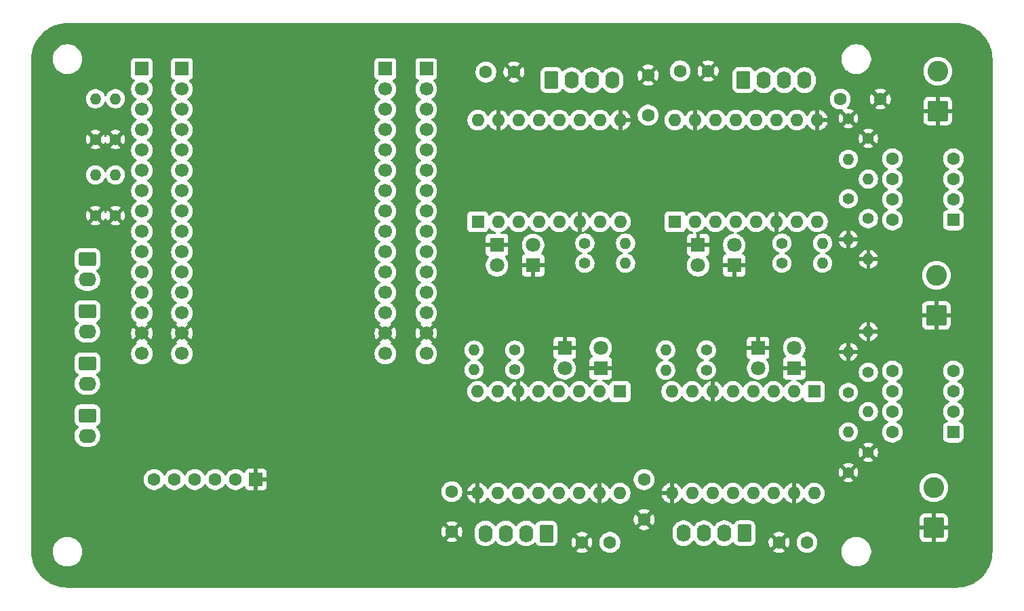
<source format=gbl>
%TF.GenerationSoftware,KiCad,Pcbnew,9.0.1*%
%TF.CreationDate,2025-04-10T10:54:34+02:00*%
%TF.ProjectId,mainboard_pcb,6d61696e-626f-4617-9264-5f7063622e6b,rev?*%
%TF.SameCoordinates,Original*%
%TF.FileFunction,Copper,L2,Bot*%
%TF.FilePolarity,Positive*%
%FSLAX46Y46*%
G04 Gerber Fmt 4.6, Leading zero omitted, Abs format (unit mm)*
G04 Created by KiCad (PCBNEW 9.0.1) date 2025-04-10 10:54:34*
%MOMM*%
%LPD*%
G01*
G04 APERTURE LIST*
G04 Aperture macros list*
%AMRoundRect*
0 Rectangle with rounded corners*
0 $1 Rounding radius*
0 $2 $3 $4 $5 $6 $7 $8 $9 X,Y pos of 4 corners*
0 Add a 4 corners polygon primitive as box body*
4,1,4,$2,$3,$4,$5,$6,$7,$8,$9,$2,$3,0*
0 Add four circle primitives for the rounded corners*
1,1,$1+$1,$2,$3*
1,1,$1+$1,$4,$5*
1,1,$1+$1,$6,$7*
1,1,$1+$1,$8,$9*
0 Add four rect primitives between the rounded corners*
20,1,$1+$1,$2,$3,$4,$5,0*
20,1,$1+$1,$4,$5,$6,$7,0*
20,1,$1+$1,$6,$7,$8,$9,0*
20,1,$1+$1,$8,$9,$2,$3,0*%
G04 Aperture macros list end*
%TA.AperFunction,ComponentPad*%
%ADD10R,1.800000X1.800000*%
%TD*%
%TA.AperFunction,ComponentPad*%
%ADD11C,1.800000*%
%TD*%
%TA.AperFunction,ComponentPad*%
%ADD12C,1.400000*%
%TD*%
%TA.AperFunction,ComponentPad*%
%ADD13O,1.400000X1.400000*%
%TD*%
%TA.AperFunction,ComponentPad*%
%ADD14R,1.600000X1.600000*%
%TD*%
%TA.AperFunction,ComponentPad*%
%ADD15O,1.600000X1.600000*%
%TD*%
%TA.AperFunction,ComponentPad*%
%ADD16RoundRect,0.250000X0.550000X0.550000X-0.550000X0.550000X-0.550000X-0.550000X0.550000X-0.550000X0*%
%TD*%
%TA.AperFunction,ComponentPad*%
%ADD17C,1.600000*%
%TD*%
%TA.AperFunction,ComponentPad*%
%ADD18RoundRect,0.250000X1.050000X-1.050000X1.050000X1.050000X-1.050000X1.050000X-1.050000X-1.050000X0*%
%TD*%
%TA.AperFunction,ComponentPad*%
%ADD19C,2.600000*%
%TD*%
%TA.AperFunction,ComponentPad*%
%ADD20RoundRect,0.250000X-0.845000X0.620000X-0.845000X-0.620000X0.845000X-0.620000X0.845000X0.620000X0*%
%TD*%
%TA.AperFunction,ComponentPad*%
%ADD21O,2.190000X1.740000*%
%TD*%
%TA.AperFunction,ComponentPad*%
%ADD22R,1.700000X1.700000*%
%TD*%
%TA.AperFunction,ComponentPad*%
%ADD23C,1.700000*%
%TD*%
%TA.AperFunction,ComponentPad*%
%ADD24RoundRect,0.250000X0.620000X0.845000X-0.620000X0.845000X-0.620000X-0.845000X0.620000X-0.845000X0*%
%TD*%
%TA.AperFunction,ComponentPad*%
%ADD25O,1.740000X2.190000*%
%TD*%
%TA.AperFunction,ComponentPad*%
%ADD26RoundRect,0.250000X-0.620000X-0.845000X0.620000X-0.845000X0.620000X0.845000X-0.620000X0.845000X0*%
%TD*%
G04 APERTURE END LIST*
D10*
%TO.P,D7,1,K*%
%TO.N,GND*%
X161640000Y-68215000D03*
D11*
%TO.P,D7,2,A*%
%TO.N,Net-(D7-A)*%
X161640000Y-70755000D03*
%TD*%
D12*
%TO.P,R18,1*%
%TO.N,GND*%
X205500000Y-52420000D03*
D13*
%TO.P,R18,2*%
%TO.N,Net-(A4-MS1)*%
X205500000Y-57500000D03*
%TD*%
D12*
%TO.P,R20,1*%
%TO.N,Net-(A1-MS1)*%
X208000000Y-84120000D03*
D13*
%TO.P,R20,2*%
%TO.N,GND*%
X208000000Y-79040000D03*
%TD*%
D12*
%TO.P,R16,1*%
%TO.N,Net-(A2-MS2)*%
X208000000Y-64920000D03*
D13*
%TO.P,R16,2*%
%TO.N,GND*%
X208000000Y-70000000D03*
%TD*%
D14*
%TO.P,A1,1,~{EN}*%
%TO.N,ENABLE_N*%
X201240000Y-86500000D03*
D15*
%TO.P,A1,2,MS1*%
%TO.N,Net-(A1-MS1)*%
X198700000Y-86500000D03*
%TO.P,A1,3,MS2*%
%TO.N,Net-(A1-MS2)*%
X196160000Y-86500000D03*
%TO.P,A1,4,UART_1*%
%TO.N,unconnected-(A1-UART_1-Pad4)*%
X193620000Y-86500000D03*
%TO.P,A1,5,UART_2*%
%TO.N,unconnected-(A1-UART_2-Pad5)*%
X191080000Y-86500000D03*
%TO.P,A1,6,CLK*%
%TO.N,GND*%
X188540000Y-86500000D03*
%TO.P,A1,7,STEP*%
%TO.N,MY1_STEP*%
X186000000Y-86500000D03*
%TO.P,A1,8,DIR*%
%TO.N,MY1_DIR*%
X183460000Y-86500000D03*
%TO.P,A1,9,GND*%
%TO.N,GND*%
X183460000Y-99200000D03*
%TO.P,A1,10,VDD*%
%TO.N,+3.3V*%
X186000000Y-99200000D03*
%TO.P,A1,11,2B*%
%TO.N,Net-(A1-2B)*%
X188540000Y-99200000D03*
%TO.P,A1,12,1B*%
%TO.N,Net-(A1-1B)*%
X191080000Y-99200000D03*
%TO.P,A1,13,1A*%
%TO.N,Net-(A1-1A)*%
X193620000Y-99200000D03*
%TO.P,A1,14,2A*%
%TO.N,Net-(A1-2A)*%
X196160000Y-99200000D03*
%TO.P,A1,15,GND*%
%TO.N,GND*%
X198700000Y-99200000D03*
%TO.P,A1,16,VMOT*%
%TO.N,+12V*%
X201240000Y-99200000D03*
%TD*%
D10*
%TO.P,D6,1,K*%
%TO.N,GND*%
X194240000Y-81070000D03*
D11*
%TO.P,D6,2,A*%
%TO.N,Net-(D6-A)*%
X194240000Y-83610000D03*
%TD*%
D12*
%TO.P,R10,1*%
%TO.N,Net-(D4-A)*%
X163868664Y-83793616D03*
D13*
%TO.P,R10,2*%
%TO.N,MX_DIR*%
X158788664Y-83793616D03*
%TD*%
D10*
%TO.P,D2,1,K*%
%TO.N,GND*%
X191250000Y-70755000D03*
D11*
%TO.P,D2,2,A*%
%TO.N,Net-(D2-A)*%
X191250000Y-68215000D03*
%TD*%
D12*
%TO.P,R17,1*%
%TO.N,Net-(A2-MS1)*%
X205500000Y-62460000D03*
D13*
%TO.P,R17,2*%
%TO.N,GND*%
X205500000Y-67540000D03*
%TD*%
D12*
%TO.P,R8,1*%
%TO.N,Net-(D2-A)*%
X197210000Y-67985000D03*
D13*
%TO.P,R8,2*%
%TO.N,MY0_DIR*%
X202290000Y-67985000D03*
%TD*%
D16*
%TO.P,SW1,1*%
%TO.N,+3.3V*%
X218620000Y-65080000D03*
D17*
%TO.P,SW1,2*%
X218620000Y-62540000D03*
%TO.P,SW1,3*%
X218620000Y-60000000D03*
%TO.P,SW1,4*%
X218620000Y-57460000D03*
%TO.P,SW1,5*%
%TO.N,Net-(A4-MS1)*%
X211000000Y-57460000D03*
%TO.P,SW1,6*%
%TO.N,Net-(A4-MS2)*%
X211000000Y-60000000D03*
%TO.P,SW1,7*%
%TO.N,Net-(A2-MS1)*%
X211000000Y-62540000D03*
%TO.P,SW1,8*%
%TO.N,Net-(A2-MS2)*%
X211000000Y-65080000D03*
%TD*%
D12*
%TO.P,R14,1*%
%TO.N,Net-(D8-A)*%
X172600000Y-67985000D03*
D13*
%TO.P,R14,2*%
%TO.N,MZ_DIR*%
X177680000Y-67985000D03*
%TD*%
D10*
%TO.P,D1,1,K*%
%TO.N,GND*%
X186750000Y-68215000D03*
D11*
%TO.P,D1,2,A*%
%TO.N,Net-(D1-A)*%
X186750000Y-70755000D03*
%TD*%
D18*
%TO.P,J3,1,Pin_1*%
%TO.N,GND*%
X216172500Y-103500000D03*
D19*
%TO.P,J3,2,Pin_2*%
%TO.N,+12V*%
X216172500Y-98500000D03*
%TD*%
D20*
%TO.P,J8,1,Pin_1*%
%TO.N,+3.3V*%
X110500000Y-83000000D03*
D21*
%TO.P,J8,2,Pin_2*%
%TO.N,Net-(J13-Pin_3)*%
X110500000Y-85540000D03*
%TD*%
D10*
%TO.P,D5,1,K*%
%TO.N,GND*%
X198740000Y-83610000D03*
D11*
%TO.P,D5,2,A*%
%TO.N,Net-(D5-A)*%
X198740000Y-81070000D03*
%TD*%
D22*
%TO.P,J13,1,Pin_1*%
%TO.N,Net-(J13-Pin_1)*%
X117300000Y-46220000D03*
D23*
%TO.P,J13,2,Pin_2*%
%TO.N,Net-(J13-Pin_2)*%
X117300000Y-48760000D03*
%TO.P,J13,3,Pin_3*%
%TO.N,Net-(J13-Pin_3)*%
X117300000Y-51300000D03*
%TO.P,J13,4,Pin_4*%
%TO.N,Net-(J13-Pin_4)*%
X117300000Y-53840000D03*
%TO.P,J13,5,Pin_5*%
%TO.N,Net-(J10-Pin_2)*%
X117300000Y-56380000D03*
%TO.P,J13,6,Pin_6*%
%TO.N,MY0_DIR*%
X117300000Y-58920000D03*
%TO.P,J13,7,Pin_7*%
%TO.N,MY1_STEP*%
X117300000Y-61460000D03*
%TO.P,J13,8,Pin_8*%
%TO.N,MY1_DIR*%
X117300000Y-64000000D03*
%TO.P,J13,9,Pin_9*%
%TO.N,MX_STEP*%
X117300000Y-66540000D03*
%TO.P,J13,10,Pin_10*%
%TO.N,MX_DIR*%
X117300000Y-69080000D03*
%TO.P,J13,11,Pin_11*%
%TO.N,SD_CLK*%
X117300000Y-71620000D03*
%TO.P,J13,12,Pin_12*%
%TO.N,SD_MISO*%
X117300000Y-74160000D03*
%TO.P,J13,13,Pin_13*%
%TO.N,SD_MOSI*%
X117300000Y-76700000D03*
%TO.P,J13,14,Pin_14*%
%TO.N,GND*%
X117300000Y-79240000D03*
%TO.P,J13,15,Pin_15*%
%TO.N,+3.3V*%
X117300000Y-81780000D03*
%TD*%
D17*
%TO.P,C8,1*%
%TO.N,GND*%
X156000000Y-104000000D03*
%TO.P,C8,2*%
%TO.N,+3.3V*%
X156000000Y-99000000D03*
%TD*%
D20*
%TO.P,J9,1,Pin_1*%
%TO.N,+3.3V*%
X110500000Y-76500000D03*
D21*
%TO.P,J9,2,Pin_2*%
%TO.N,Net-(J13-Pin_4)*%
X110500000Y-79040000D03*
%TD*%
D10*
%TO.P,D3,1,K*%
%TO.N,GND*%
X174590000Y-83610000D03*
D11*
%TO.P,D3,2,A*%
%TO.N,Net-(D3-A)*%
X174590000Y-81070000D03*
%TD*%
D12*
%TO.P,R13,1*%
%TO.N,Net-(D7-A)*%
X172600000Y-70485000D03*
D13*
%TO.P,R13,2*%
%TO.N,MZ_STEP*%
X177680000Y-70485000D03*
%TD*%
D10*
%TO.P,D8,1,K*%
%TO.N,GND*%
X166140000Y-70755000D03*
D11*
%TO.P,D8,2,A*%
%TO.N,Net-(D8-A)*%
X166140000Y-68215000D03*
%TD*%
D17*
%TO.P,C4,1*%
%TO.N,+12V*%
X200350000Y-105340000D03*
%TO.P,C4,2*%
%TO.N,GND*%
X196850000Y-105340000D03*
%TD*%
%TO.P,C6,1*%
%TO.N,+12V*%
X160250000Y-46625000D03*
%TO.P,C6,2*%
%TO.N,GND*%
X163750000Y-46625000D03*
%TD*%
%TO.P,C2,1*%
%TO.N,GND*%
X180500000Y-47000000D03*
%TO.P,C2,2*%
%TO.N,+3.3V*%
X180500000Y-52000000D03*
%TD*%
D10*
%TO.P,D4,1,K*%
%TO.N,GND*%
X170090000Y-81070000D03*
D11*
%TO.P,D4,2,A*%
%TO.N,Net-(D4-A)*%
X170090000Y-83610000D03*
%TD*%
D12*
%TO.P,R12,1*%
%TO.N,Net-(D6-A)*%
X187780000Y-83840000D03*
D13*
%TO.P,R12,2*%
%TO.N,MY1_DIR*%
X182700000Y-83840000D03*
%TD*%
D24*
%TO.P,J5,1,Pin_1*%
%TO.N,Net-(A3-2A)*%
X167810000Y-104227001D03*
D25*
%TO.P,J5,2,Pin_2*%
%TO.N,Net-(A3-1A)*%
X165270000Y-104227001D03*
%TO.P,J5,3,Pin_3*%
%TO.N,Net-(A3-1B)*%
X162730000Y-104227001D03*
%TO.P,J5,4,Pin_4*%
%TO.N,Net-(A3-2B)*%
X160190000Y-104227001D03*
%TD*%
D20*
%TO.P,J10,1,Pin_1*%
%TO.N,+3.3V*%
X110500000Y-70000000D03*
D21*
%TO.P,J10,2,Pin_2*%
%TO.N,Net-(J10-Pin_2)*%
X110500000Y-72540000D03*
%TD*%
D14*
%TO.P,A4,1,~{EN}*%
%TO.N,ENABLE_N*%
X159250000Y-65325000D03*
D15*
%TO.P,A4,2,MS1*%
%TO.N,Net-(A4-MS1)*%
X161790000Y-65325000D03*
%TO.P,A4,3,MS2*%
%TO.N,Net-(A4-MS2)*%
X164330000Y-65325000D03*
%TO.P,A4,4,UART_1*%
%TO.N,unconnected-(A4-UART_1-Pad4)*%
X166870000Y-65325000D03*
%TO.P,A4,5,UART_2*%
%TO.N,unconnected-(A4-UART_2-Pad5)*%
X169410000Y-65325000D03*
%TO.P,A4,6,CLK*%
%TO.N,GND*%
X171950000Y-65325000D03*
%TO.P,A4,7,STEP*%
%TO.N,MZ_STEP*%
X174490000Y-65325000D03*
%TO.P,A4,8,DIR*%
%TO.N,MZ_DIR*%
X177030000Y-65325000D03*
%TO.P,A4,9,GND*%
%TO.N,GND*%
X177030000Y-52625000D03*
%TO.P,A4,10,VDD*%
%TO.N,+3.3V*%
X174490000Y-52625000D03*
%TO.P,A4,11,2B*%
%TO.N,Net-(A4-2B)*%
X171950000Y-52625000D03*
%TO.P,A4,12,1B*%
%TO.N,Net-(A4-1B)*%
X169410000Y-52625000D03*
%TO.P,A4,13,1A*%
%TO.N,Net-(A4-1A)*%
X166870000Y-52625000D03*
%TO.P,A4,14,2A*%
%TO.N,Net-(A4-2A)*%
X164330000Y-52625000D03*
%TO.P,A4,15,GND*%
%TO.N,GND*%
X161790000Y-52625000D03*
%TO.P,A4,16,VMOT*%
%TO.N,+12V*%
X159250000Y-52625000D03*
%TD*%
D16*
%TO.P,SW2,1*%
%TO.N,+3.3V*%
X218620000Y-91580000D03*
D17*
%TO.P,SW2,2*%
X218620000Y-89040000D03*
%TO.P,SW2,3*%
X218620000Y-86500000D03*
%TO.P,SW2,4*%
X218620000Y-83960000D03*
%TO.P,SW2,5*%
%TO.N,Net-(A1-MS1)*%
X211000000Y-83960000D03*
%TO.P,SW2,6*%
%TO.N,Net-(A1-MS2)*%
X211000000Y-86500000D03*
%TO.P,SW2,7*%
%TO.N,Net-(A3-MS1)*%
X211000000Y-89040000D03*
%TO.P,SW2,8*%
%TO.N,Net-(A3-MS2)*%
X211000000Y-91580000D03*
%TD*%
D12*
%TO.P,R11,1*%
%TO.N,Net-(D5-A)*%
X187780000Y-81340000D03*
D13*
%TO.P,R11,2*%
%TO.N,MY1_STEP*%
X182700000Y-81340000D03*
%TD*%
D22*
%TO.P,U1,1,EN*%
%TO.N,Net-(J13-Pin_1)*%
X122300000Y-46220000D03*
D23*
%TO.P,U1,2,VP/D36*%
%TO.N,Net-(J13-Pin_2)*%
X122300000Y-48760000D03*
%TO.P,U1,3,VN/D39*%
%TO.N,Net-(J13-Pin_3)*%
X122300000Y-51300000D03*
%TO.P,U1,4,D34*%
%TO.N,Net-(J13-Pin_4)*%
X122300000Y-53840000D03*
%TO.P,U1,5,D35*%
%TO.N,Net-(J10-Pin_2)*%
X122300000Y-56380000D03*
%TO.P,U1,6,D32*%
%TO.N,MY0_DIR*%
X122300000Y-58920000D03*
%TO.P,U1,7,D33*%
%TO.N,MY1_STEP*%
X122300000Y-61460000D03*
%TO.P,U1,8,D25*%
%TO.N,MY1_DIR*%
X122300000Y-64000000D03*
%TO.P,U1,9,D26*%
%TO.N,MX_STEP*%
X122300000Y-66540000D03*
%TO.P,U1,10,D27*%
%TO.N,MX_DIR*%
X122300000Y-69080000D03*
%TO.P,U1,11,D14*%
%TO.N,SD_CLK*%
X122300000Y-71620000D03*
%TO.P,U1,12,D12*%
%TO.N,SD_MISO*%
X122300000Y-74160000D03*
%TO.P,U1,13,D13*%
%TO.N,SD_MOSI*%
X122300000Y-76700000D03*
%TO.P,U1,14,GND*%
%TO.N,GND*%
X122300000Y-79240000D03*
%TO.P,U1,15,VIN*%
%TO.N,+3.3V*%
X122300000Y-81780000D03*
%TO.P,U1,16,3V3*%
%TO.N,Net-(J12-Pin_15)*%
X147700000Y-81780000D03*
%TO.P,U1,17,GND*%
%TO.N,GND*%
X147700000Y-79240000D03*
%TO.P,U1,18,D15*%
%TO.N,SD_CS*%
X147700000Y-76700000D03*
%TO.P,U1,19,D2*%
%TO.N,Net-(J12-Pin_12)*%
X147700000Y-74160000D03*
%TO.P,U1,20,D4*%
%TO.N,Net-(J12-Pin_11)*%
X147700000Y-71620000D03*
%TO.P,U1,21,RX2*%
%TO.N,Net-(J12-Pin_10)*%
X147700000Y-69080000D03*
%TO.P,U1,22,TX2*%
%TO.N,Net-(J12-Pin_9)*%
X147700000Y-66540000D03*
%TO.P,U1,23,D5*%
%TO.N,MY0_STEP*%
X147700000Y-64000000D03*
%TO.P,U1,24,D18*%
%TO.N,MZ_DIR*%
X147700000Y-61460000D03*
%TO.P,U1,25,D19*%
%TO.N,MZ_STEP*%
X147700000Y-58920000D03*
%TO.P,U1,26,D21*%
%TO.N,ENABLE_N*%
X147700000Y-56380000D03*
%TO.P,U1,27,RX0*%
%TO.N,Net-(J12-Pin_4)*%
X147700000Y-53840000D03*
%TO.P,U1,28,TX0*%
%TO.N,Net-(J12-Pin_3)*%
X147700000Y-51300000D03*
%TO.P,U1,29,D22*%
%TO.N,Net-(J12-Pin_2)*%
X147700000Y-48760000D03*
D22*
%TO.P,U1,30,D23*%
%TO.N,Net-(J12-Pin_1)*%
X147700000Y-46220000D03*
%TD*%
D20*
%TO.P,J7,1,Pin_1*%
%TO.N,+3.3V*%
X110500000Y-89500000D03*
D21*
%TO.P,J7,2,Pin_2*%
%TO.N,Net-(J13-Pin_2)*%
X110500000Y-92040000D03*
%TD*%
D17*
%TO.P,C9,1*%
%TO.N,GND*%
X209500000Y-50000000D03*
%TO.P,C9,2*%
%TO.N,+3.3V*%
X204500000Y-50000000D03*
%TD*%
D14*
%TO.P,A2,1,~{EN}*%
%TO.N,ENABLE_N*%
X183860000Y-65325000D03*
D15*
%TO.P,A2,2,MS1*%
%TO.N,Net-(A2-MS1)*%
X186400000Y-65325000D03*
%TO.P,A2,3,MS2*%
%TO.N,Net-(A2-MS2)*%
X188940000Y-65325000D03*
%TO.P,A2,4,UART_1*%
%TO.N,unconnected-(A2-UART_1-Pad4)*%
X191480000Y-65325000D03*
%TO.P,A2,5,UART_2*%
%TO.N,unconnected-(A2-UART_2-Pad5)*%
X194020000Y-65325000D03*
%TO.P,A2,6,CLK*%
%TO.N,GND*%
X196560000Y-65325000D03*
%TO.P,A2,7,STEP*%
%TO.N,MY0_STEP*%
X199100000Y-65325000D03*
%TO.P,A2,8,DIR*%
%TO.N,MY0_DIR*%
X201640000Y-65325000D03*
%TO.P,A2,9,GND*%
%TO.N,GND*%
X201640000Y-52625000D03*
%TO.P,A2,10,VDD*%
%TO.N,+3.3V*%
X199100000Y-52625000D03*
%TO.P,A2,11,2B*%
%TO.N,Net-(A2-2B)*%
X196560000Y-52625000D03*
%TO.P,A2,12,1B*%
%TO.N,Net-(A2-1B)*%
X194020000Y-52625000D03*
%TO.P,A2,13,1A*%
%TO.N,Net-(A2-1A)*%
X191480000Y-52625000D03*
%TO.P,A2,14,2A*%
%TO.N,Net-(A2-2A)*%
X188940000Y-52625000D03*
%TO.P,A2,15,GND*%
%TO.N,GND*%
X186400000Y-52625000D03*
%TO.P,A2,16,VMOT*%
%TO.N,+12V*%
X183860000Y-52625000D03*
%TD*%
D22*
%TO.P,J12,1,Pin_1*%
%TO.N,Net-(J12-Pin_1)*%
X152800000Y-46220000D03*
D23*
%TO.P,J12,2,Pin_2*%
%TO.N,Net-(J12-Pin_2)*%
X152800000Y-48760000D03*
%TO.P,J12,3,Pin_3*%
%TO.N,Net-(J12-Pin_3)*%
X152800000Y-51300000D03*
%TO.P,J12,4,Pin_4*%
%TO.N,Net-(J12-Pin_4)*%
X152800000Y-53840000D03*
%TO.P,J12,5,Pin_5*%
%TO.N,ENABLE_N*%
X152800000Y-56380000D03*
%TO.P,J12,6,Pin_6*%
%TO.N,MZ_STEP*%
X152800000Y-58920000D03*
%TO.P,J12,7,Pin_7*%
%TO.N,MZ_DIR*%
X152800000Y-61460000D03*
%TO.P,J12,8,Pin_8*%
%TO.N,MY0_STEP*%
X152800000Y-64000000D03*
%TO.P,J12,9,Pin_9*%
%TO.N,Net-(J12-Pin_9)*%
X152800000Y-66540000D03*
%TO.P,J12,10,Pin_10*%
%TO.N,Net-(J12-Pin_10)*%
X152800000Y-69080000D03*
%TO.P,J12,11,Pin_11*%
%TO.N,Net-(J12-Pin_11)*%
X152800000Y-71620000D03*
%TO.P,J12,12,Pin_12*%
%TO.N,Net-(J12-Pin_12)*%
X152800000Y-74160000D03*
%TO.P,J12,13,Pin_13*%
%TO.N,SD_CS*%
X152800000Y-76700000D03*
%TO.P,J12,14,Pin_14*%
%TO.N,GND*%
X152800000Y-79240000D03*
%TO.P,J12,15,Pin_15*%
%TO.N,Net-(J12-Pin_15)*%
X152800000Y-81780000D03*
%TD*%
D12*
%TO.P,R19,1*%
%TO.N,GND*%
X208000000Y-54920000D03*
D13*
%TO.P,R19,2*%
%TO.N,Net-(A4-MS2)*%
X208000000Y-60000000D03*
%TD*%
D12*
%TO.P,R3,1*%
%TO.N,GND*%
X111500000Y-55040000D03*
D13*
%TO.P,R3,2*%
%TO.N,Net-(J13-Pin_2)*%
X111500000Y-49960000D03*
%TD*%
D12*
%TO.P,R21,1*%
%TO.N,Net-(A1-MS2)*%
X205500000Y-86620000D03*
D13*
%TO.P,R21,2*%
%TO.N,GND*%
X205500000Y-81540000D03*
%TD*%
D24*
%TO.P,J4,1,Pin_1*%
%TO.N,Net-(A1-2A)*%
X192540000Y-104200000D03*
D25*
%TO.P,J4,2,Pin_2*%
%TO.N,Net-(A1-1A)*%
X190000000Y-104200000D03*
%TO.P,J4,3,Pin_3*%
%TO.N,Net-(A1-1B)*%
X187460000Y-104200000D03*
%TO.P,J4,4,Pin_4*%
%TO.N,Net-(A1-2B)*%
X184920000Y-104200000D03*
%TD*%
D12*
%TO.P,R9,1*%
%TO.N,Net-(D3-A)*%
X163865164Y-81354252D03*
D13*
%TO.P,R9,2*%
%TO.N,MX_STEP*%
X158785164Y-81354252D03*
%TD*%
D12*
%TO.P,R7,1*%
%TO.N,Net-(D1-A)*%
X197210000Y-70485000D03*
D13*
%TO.P,R7,2*%
%TO.N,MY0_STEP*%
X202290000Y-70485000D03*
%TD*%
D22*
%TO.P,J11,1,Pin_1*%
%TO.N,GND*%
X131540000Y-97500000D03*
D17*
%TO.P,J11,2,Pin_2*%
%TO.N,+3.3V*%
X129000000Y-97500000D03*
%TO.P,J11,3,Pin_3*%
%TO.N,SD_MISO*%
X126460000Y-97500000D03*
%TO.P,J11,4,Pin_4*%
%TO.N,SD_MOSI*%
X123920000Y-97500000D03*
%TO.P,J11,5,Pin_5*%
%TO.N,SD_CLK*%
X121380000Y-97500000D03*
%TO.P,J11,6,Pin_6*%
%TO.N,SD_CS*%
X118840000Y-97500000D03*
%TD*%
D26*
%TO.P,J2,1,Pin_1*%
%TO.N,Net-(A2-2A)*%
X192420000Y-47625000D03*
D25*
%TO.P,J2,2,Pin_2*%
%TO.N,Net-(A2-1A)*%
X194960000Y-47625000D03*
%TO.P,J2,3,Pin_3*%
%TO.N,Net-(A2-1B)*%
X197500000Y-47625000D03*
%TO.P,J2,4,Pin_4*%
%TO.N,Net-(A2-2B)*%
X200040000Y-47625000D03*
%TD*%
D12*
%TO.P,R23,1*%
%TO.N,GND*%
X205500000Y-96620000D03*
D13*
%TO.P,R23,2*%
%TO.N,Net-(A3-MS2)*%
X205500000Y-91540000D03*
%TD*%
D17*
%TO.P,C3,1*%
%TO.N,+12V*%
X184500000Y-46485000D03*
%TO.P,C3,2*%
%TO.N,GND*%
X188000000Y-46485000D03*
%TD*%
D12*
%TO.P,R4,1*%
%TO.N,GND*%
X114000000Y-55040000D03*
D13*
%TO.P,R4,2*%
%TO.N,Net-(J13-Pin_3)*%
X114000000Y-49960000D03*
%TD*%
D12*
%TO.P,R5,1*%
%TO.N,GND*%
X111500000Y-64540000D03*
D13*
%TO.P,R5,2*%
%TO.N,Net-(J13-Pin_4)*%
X111500000Y-59460000D03*
%TD*%
D12*
%TO.P,R22,1*%
%TO.N,GND*%
X208000000Y-94120000D03*
D13*
%TO.P,R22,2*%
%TO.N,Net-(A3-MS1)*%
X208000000Y-89040000D03*
%TD*%
D17*
%TO.P,C5,1*%
%TO.N,+12V*%
X175740000Y-105340000D03*
%TO.P,C5,2*%
%TO.N,GND*%
X172240000Y-105340000D03*
%TD*%
%TO.P,C7,1*%
%TO.N,GND*%
X180000000Y-102500000D03*
%TO.P,C7,2*%
%TO.N,+3.3V*%
X180000000Y-97500000D03*
%TD*%
D18*
%TO.P,J14,1,Pin_1*%
%TO.N,GND*%
X216500000Y-77000000D03*
D19*
%TO.P,J14,2,Pin_2*%
%TO.N,+3.3V*%
X216500000Y-72000000D03*
%TD*%
D14*
%TO.P,A3,1,~{EN}*%
%TO.N,ENABLE_N*%
X177000000Y-86500000D03*
D15*
%TO.P,A3,2,MS1*%
%TO.N,Net-(A3-MS1)*%
X174460000Y-86500000D03*
%TO.P,A3,3,MS2*%
%TO.N,Net-(A3-MS2)*%
X171920000Y-86500000D03*
%TO.P,A3,4,UART_1*%
%TO.N,unconnected-(A3-UART_1-Pad4)*%
X169380000Y-86500000D03*
%TO.P,A3,5,UART_2*%
%TO.N,unconnected-(A3-UART_2-Pad5)*%
X166840000Y-86500000D03*
%TO.P,A3,6,CLK*%
%TO.N,GND*%
X164300000Y-86500000D03*
%TO.P,A3,7,STEP*%
%TO.N,MX_STEP*%
X161760000Y-86500000D03*
%TO.P,A3,8,DIR*%
%TO.N,MX_DIR*%
X159220000Y-86500000D03*
%TO.P,A3,9,GND*%
%TO.N,GND*%
X159220000Y-99200000D03*
%TO.P,A3,10,VDD*%
%TO.N,+3.3V*%
X161760000Y-99200000D03*
%TO.P,A3,11,2B*%
%TO.N,Net-(A3-2B)*%
X164300000Y-99200000D03*
%TO.P,A3,12,1B*%
%TO.N,Net-(A3-1B)*%
X166840000Y-99200000D03*
%TO.P,A3,13,1A*%
%TO.N,Net-(A3-1A)*%
X169380000Y-99200000D03*
%TO.P,A3,14,2A*%
%TO.N,Net-(A3-2A)*%
X171920000Y-99200000D03*
%TO.P,A3,15,GND*%
%TO.N,GND*%
X174460000Y-99200000D03*
%TO.P,A3,16,VMOT*%
%TO.N,+12V*%
X177000000Y-99200000D03*
%TD*%
D18*
%TO.P,J1,1,Pin_1*%
%TO.N,GND*%
X216672500Y-51500000D03*
D19*
%TO.P,J1,2,Pin_2*%
%TO.N,+12V*%
X216672500Y-46500000D03*
%TD*%
D12*
%TO.P,R6,1*%
%TO.N,GND*%
X114000000Y-64540000D03*
D13*
%TO.P,R6,2*%
%TO.N,Net-(J10-Pin_2)*%
X114000000Y-59460000D03*
%TD*%
D26*
%TO.P,J6,1,Pin_1*%
%TO.N,Net-(A4-2A)*%
X168420000Y-47625000D03*
D25*
%TO.P,J6,2,Pin_2*%
%TO.N,Net-(A4-1A)*%
X170960000Y-47625000D03*
%TO.P,J6,3,Pin_3*%
%TO.N,Net-(A4-1B)*%
X173500000Y-47625000D03*
%TO.P,J6,4,Pin_4*%
%TO.N,Net-(A4-2B)*%
X176040000Y-47625000D03*
%TD*%
%TA.AperFunction,Conductor*%
%TO.N,GND*%
G36*
X219002702Y-40500617D02*
G01*
X219386771Y-40517386D01*
X219397506Y-40518326D01*
X219775971Y-40568152D01*
X219786597Y-40570025D01*
X220159284Y-40652648D01*
X220169710Y-40655442D01*
X220533765Y-40770227D01*
X220543911Y-40773920D01*
X220896578Y-40920000D01*
X220906369Y-40924566D01*
X221244942Y-41100816D01*
X221254310Y-41106224D01*
X221576244Y-41311318D01*
X221585105Y-41317523D01*
X221887930Y-41549889D01*
X221896217Y-41556843D01*
X222177635Y-41814715D01*
X222185284Y-41822364D01*
X222443156Y-42103782D01*
X222450110Y-42112069D01*
X222682476Y-42414894D01*
X222688681Y-42423755D01*
X222893775Y-42745689D01*
X222899183Y-42755057D01*
X223075430Y-43093623D01*
X223080002Y-43103427D01*
X223226075Y-43456078D01*
X223229775Y-43466244D01*
X223344554Y-43830278D01*
X223347354Y-43840727D01*
X223429971Y-44213389D01*
X223431849Y-44224042D01*
X223481671Y-44602473D01*
X223482614Y-44613249D01*
X223499382Y-44997297D01*
X223499500Y-45002706D01*
X223499500Y-106497293D01*
X223499382Y-106502702D01*
X223482614Y-106886750D01*
X223481671Y-106897526D01*
X223431849Y-107275957D01*
X223429971Y-107286610D01*
X223347354Y-107659272D01*
X223344554Y-107669721D01*
X223229775Y-108033755D01*
X223226075Y-108043921D01*
X223080002Y-108396572D01*
X223075430Y-108406376D01*
X222899183Y-108744942D01*
X222893775Y-108754310D01*
X222688681Y-109076244D01*
X222682476Y-109085105D01*
X222450110Y-109387930D01*
X222443156Y-109396217D01*
X222185284Y-109677635D01*
X222177635Y-109685284D01*
X221896217Y-109943156D01*
X221887930Y-109950110D01*
X221585105Y-110182476D01*
X221576244Y-110188681D01*
X221254310Y-110393775D01*
X221244942Y-110399183D01*
X220906376Y-110575430D01*
X220896572Y-110580002D01*
X220543921Y-110726075D01*
X220533755Y-110729775D01*
X220169721Y-110844554D01*
X220159272Y-110847354D01*
X219786610Y-110929971D01*
X219775957Y-110931849D01*
X219397526Y-110981671D01*
X219386750Y-110982614D01*
X219002703Y-110999382D01*
X218997294Y-110999500D01*
X108002706Y-110999500D01*
X107997297Y-110999382D01*
X107613249Y-110982614D01*
X107602473Y-110981671D01*
X107224042Y-110931849D01*
X107213389Y-110929971D01*
X106840727Y-110847354D01*
X106830278Y-110844554D01*
X106466244Y-110729775D01*
X106456078Y-110726075D01*
X106103427Y-110580002D01*
X106093623Y-110575430D01*
X105755057Y-110399183D01*
X105745689Y-110393775D01*
X105423755Y-110188681D01*
X105414894Y-110182476D01*
X105112069Y-109950110D01*
X105103782Y-109943156D01*
X104822364Y-109685284D01*
X104814715Y-109677635D01*
X104556843Y-109396217D01*
X104549889Y-109387930D01*
X104317523Y-109085105D01*
X104311318Y-109076244D01*
X104106224Y-108754310D01*
X104100816Y-108744942D01*
X103924569Y-108406376D01*
X103919997Y-108396572D01*
X103773920Y-108043911D01*
X103770224Y-108033755D01*
X103655442Y-107669710D01*
X103652648Y-107659284D01*
X103570025Y-107286597D01*
X103568152Y-107275971D01*
X103518326Y-106897506D01*
X103517386Y-106886771D01*
X103500618Y-106502702D01*
X103500500Y-106497293D01*
X103500500Y-106378711D01*
X106149500Y-106378711D01*
X106149500Y-106621288D01*
X106181161Y-106861785D01*
X106243947Y-107096104D01*
X106336773Y-107320205D01*
X106336776Y-107320212D01*
X106458064Y-107530289D01*
X106458066Y-107530292D01*
X106458067Y-107530293D01*
X106605733Y-107722736D01*
X106605739Y-107722743D01*
X106777256Y-107894260D01*
X106777262Y-107894265D01*
X106969711Y-108041936D01*
X107179788Y-108163224D01*
X107403900Y-108256054D01*
X107638211Y-108318838D01*
X107818586Y-108342584D01*
X107878711Y-108350500D01*
X107878712Y-108350500D01*
X108121289Y-108350500D01*
X108169388Y-108344167D01*
X108361789Y-108318838D01*
X108596100Y-108256054D01*
X108820212Y-108163224D01*
X109030289Y-108041936D01*
X109222738Y-107894265D01*
X109394265Y-107722738D01*
X109541936Y-107530289D01*
X109663224Y-107320212D01*
X109756054Y-107096100D01*
X109818838Y-106861789D01*
X109850500Y-106621288D01*
X109850500Y-106378712D01*
X109818838Y-106138211D01*
X109756054Y-105903900D01*
X109663224Y-105679788D01*
X109541936Y-105469711D01*
X109446106Y-105344822D01*
X109394266Y-105277263D01*
X109394260Y-105277256D01*
X109222743Y-105105739D01*
X109222736Y-105105733D01*
X109030293Y-104958067D01*
X109030292Y-104958066D01*
X109030289Y-104958064D01*
X108820212Y-104836776D01*
X108820205Y-104836773D01*
X108596104Y-104743947D01*
X108362524Y-104681359D01*
X108361789Y-104681162D01*
X108361788Y-104681161D01*
X108361785Y-104681161D01*
X108121289Y-104649500D01*
X108121288Y-104649500D01*
X107878712Y-104649500D01*
X107878711Y-104649500D01*
X107638214Y-104681161D01*
X107403895Y-104743947D01*
X107179794Y-104836773D01*
X107179785Y-104836777D01*
X106969706Y-104958067D01*
X106777263Y-105105733D01*
X106777256Y-105105739D01*
X106605739Y-105277256D01*
X106605733Y-105277263D01*
X106458067Y-105469706D01*
X106336777Y-105679785D01*
X106336773Y-105679794D01*
X106243947Y-105903895D01*
X106181161Y-106138214D01*
X106149500Y-106378711D01*
X103500500Y-106378711D01*
X103500500Y-103897682D01*
X154700000Y-103897682D01*
X154700000Y-104102317D01*
X154732009Y-104304417D01*
X154795244Y-104499031D01*
X154888141Y-104681350D01*
X154888147Y-104681359D01*
X154920523Y-104725921D01*
X154920524Y-104725922D01*
X155600000Y-104046446D01*
X155600000Y-104052661D01*
X155627259Y-104154394D01*
X155679920Y-104245606D01*
X155754394Y-104320080D01*
X155845606Y-104372741D01*
X155947339Y-104400000D01*
X155953553Y-104400000D01*
X155274076Y-105079474D01*
X155318650Y-105111859D01*
X155500968Y-105204755D01*
X155695582Y-105267990D01*
X155897683Y-105300000D01*
X156102317Y-105300000D01*
X156304417Y-105267990D01*
X156499031Y-105204755D01*
X156681349Y-105111859D01*
X156725921Y-105079474D01*
X156046447Y-104400000D01*
X156052661Y-104400000D01*
X156154394Y-104372741D01*
X156245606Y-104320080D01*
X156320080Y-104245606D01*
X156372741Y-104154394D01*
X156400000Y-104052661D01*
X156400000Y-104046447D01*
X157079474Y-104725921D01*
X157111859Y-104681349D01*
X157204755Y-104499031D01*
X157267990Y-104304417D01*
X157300000Y-104102317D01*
X157300000Y-103897682D01*
X157299438Y-103894134D01*
X158819500Y-103894134D01*
X158819500Y-104559867D01*
X158848969Y-104745926D01*
X158853246Y-104772927D01*
X158919908Y-104978090D01*
X159017843Y-105170300D01*
X159144641Y-105344822D01*
X159297179Y-105497360D01*
X159471701Y-105624158D01*
X159663911Y-105722093D01*
X159869074Y-105788755D01*
X159948973Y-105801409D01*
X160082134Y-105822501D01*
X160082139Y-105822501D01*
X160297866Y-105822501D01*
X160416230Y-105803753D01*
X160510926Y-105788755D01*
X160716089Y-105722093D01*
X160908299Y-105624158D01*
X161082821Y-105497360D01*
X161235359Y-105344822D01*
X161359682Y-105173705D01*
X161415012Y-105131041D01*
X161484626Y-105125062D01*
X161546420Y-105157668D01*
X161560315Y-105173703D01*
X161684641Y-105344822D01*
X161837179Y-105497360D01*
X162011701Y-105624158D01*
X162203911Y-105722093D01*
X162409074Y-105788755D01*
X162488973Y-105801409D01*
X162622134Y-105822501D01*
X162622139Y-105822501D01*
X162837866Y-105822501D01*
X162956230Y-105803753D01*
X163050926Y-105788755D01*
X163256089Y-105722093D01*
X163448299Y-105624158D01*
X163622821Y-105497360D01*
X163775359Y-105344822D01*
X163899682Y-105173705D01*
X163955012Y-105131041D01*
X164024626Y-105125062D01*
X164086420Y-105157668D01*
X164100315Y-105173703D01*
X164224641Y-105344822D01*
X164377179Y-105497360D01*
X164551701Y-105624158D01*
X164743911Y-105722093D01*
X164949074Y-105788755D01*
X165028973Y-105801409D01*
X165162134Y-105822501D01*
X165162139Y-105822501D01*
X165377866Y-105822501D01*
X165496230Y-105803753D01*
X165590926Y-105788755D01*
X165796089Y-105722093D01*
X165988299Y-105624158D01*
X166162821Y-105497360D01*
X166304807Y-105355373D01*
X166366126Y-105321891D01*
X166435818Y-105326875D01*
X166491752Y-105368746D01*
X166504864Y-105390646D01*
X166505181Y-105391327D01*
X166505186Y-105391335D01*
X166597288Y-105540657D01*
X166721344Y-105664713D01*
X166870666Y-105756815D01*
X167037203Y-105812000D01*
X167139991Y-105822501D01*
X168480008Y-105822500D01*
X168582797Y-105812000D01*
X168749334Y-105756815D01*
X168898656Y-105664713D01*
X169022712Y-105540657D01*
X169114814Y-105391335D01*
X169165730Y-105237682D01*
X170940000Y-105237682D01*
X170940000Y-105442317D01*
X170972009Y-105644417D01*
X171035244Y-105839031D01*
X171128141Y-106021350D01*
X171128147Y-106021359D01*
X171160523Y-106065921D01*
X171160524Y-106065922D01*
X171840000Y-105386446D01*
X171840000Y-105392661D01*
X171867259Y-105494394D01*
X171919920Y-105585606D01*
X171994394Y-105660080D01*
X172085606Y-105712741D01*
X172187339Y-105740000D01*
X172193553Y-105740000D01*
X171514076Y-106419474D01*
X171558650Y-106451859D01*
X171740968Y-106544755D01*
X171935582Y-106607990D01*
X172137683Y-106640000D01*
X172342317Y-106640000D01*
X172544417Y-106607990D01*
X172739031Y-106544755D01*
X172921349Y-106451859D01*
X172965921Y-106419474D01*
X172286447Y-105740000D01*
X172292661Y-105740000D01*
X172394394Y-105712741D01*
X172485606Y-105660080D01*
X172560080Y-105585606D01*
X172612741Y-105494394D01*
X172640000Y-105392661D01*
X172640000Y-105386448D01*
X173319474Y-106065922D01*
X173319474Y-106065921D01*
X173351859Y-106021349D01*
X173444755Y-105839031D01*
X173507990Y-105644417D01*
X173540000Y-105442317D01*
X173540000Y-105237682D01*
X173539995Y-105237648D01*
X174439500Y-105237648D01*
X174439500Y-105442351D01*
X174471522Y-105644534D01*
X174534781Y-105839223D01*
X174598691Y-105964653D01*
X174627585Y-106021359D01*
X174627715Y-106021613D01*
X174748028Y-106187213D01*
X174892786Y-106331971D01*
X175047749Y-106444556D01*
X175058390Y-106452287D01*
X175152032Y-106500000D01*
X175240776Y-106545218D01*
X175240778Y-106545218D01*
X175240781Y-106545220D01*
X175345137Y-106579127D01*
X175435465Y-106608477D01*
X175516350Y-106621288D01*
X175637648Y-106640500D01*
X175637649Y-106640500D01*
X175842351Y-106640500D01*
X175842352Y-106640500D01*
X176044534Y-106608477D01*
X176239219Y-106545220D01*
X176421610Y-106452287D01*
X176522889Y-106378704D01*
X176587213Y-106331971D01*
X176587215Y-106331968D01*
X176587219Y-106331966D01*
X176731966Y-106187219D01*
X176731968Y-106187215D01*
X176731971Y-106187213D01*
X176784732Y-106114590D01*
X176852287Y-106021610D01*
X176945220Y-105839219D01*
X177008477Y-105644534D01*
X177040500Y-105442352D01*
X177040500Y-105237648D01*
X177025556Y-105143299D01*
X177008477Y-105035465D01*
X176954429Y-104869124D01*
X176945220Y-104840781D01*
X176945218Y-104840778D01*
X176945218Y-104840776D01*
X176896887Y-104745922D01*
X176852287Y-104658390D01*
X176820092Y-104614077D01*
X176731971Y-104492786D01*
X176587213Y-104348028D01*
X176421613Y-104227715D01*
X176421612Y-104227714D01*
X176421610Y-104227713D01*
X176364653Y-104198691D01*
X176239223Y-104134781D01*
X176044534Y-104071522D01*
X175869995Y-104043878D01*
X175842352Y-104039500D01*
X175637648Y-104039500D01*
X175613329Y-104043351D01*
X175435465Y-104071522D01*
X175240776Y-104134781D01*
X175058386Y-104227715D01*
X174892786Y-104348028D01*
X174748028Y-104492786D01*
X174627715Y-104658386D01*
X174534781Y-104840776D01*
X174471522Y-105035465D01*
X174439500Y-105237648D01*
X173539995Y-105237648D01*
X173507990Y-105035582D01*
X173444755Y-104840968D01*
X173351859Y-104658650D01*
X173319474Y-104614077D01*
X173319474Y-104614076D01*
X172640000Y-105293551D01*
X172640000Y-105287339D01*
X172612741Y-105185606D01*
X172560080Y-105094394D01*
X172485606Y-105019920D01*
X172394394Y-104967259D01*
X172292661Y-104940000D01*
X172286446Y-104940000D01*
X172965922Y-104260524D01*
X172965921Y-104260523D01*
X172921359Y-104228147D01*
X172921350Y-104228141D01*
X172739031Y-104135244D01*
X172544417Y-104072009D01*
X172342317Y-104040000D01*
X172137683Y-104040000D01*
X171935582Y-104072009D01*
X171740968Y-104135244D01*
X171558644Y-104228143D01*
X171514077Y-104260523D01*
X171514077Y-104260524D01*
X172193554Y-104940000D01*
X172187339Y-104940000D01*
X172085606Y-104967259D01*
X171994394Y-105019920D01*
X171919920Y-105094394D01*
X171867259Y-105185606D01*
X171840000Y-105287339D01*
X171840000Y-105293553D01*
X171160524Y-104614077D01*
X171160523Y-104614077D01*
X171128143Y-104658644D01*
X171035244Y-104840968D01*
X170972009Y-105035582D01*
X170940000Y-105237682D01*
X169165730Y-105237682D01*
X169169999Y-105224798D01*
X169180500Y-105122010D01*
X169180499Y-104154394D01*
X169180499Y-103867133D01*
X183549500Y-103867133D01*
X183549500Y-104532866D01*
X183583245Y-104745922D01*
X183583246Y-104745926D01*
X183649908Y-104951089D01*
X183747843Y-105143299D01*
X183874641Y-105317821D01*
X184027179Y-105470359D01*
X184201701Y-105597157D01*
X184393911Y-105695092D01*
X184599074Y-105761754D01*
X184678973Y-105774408D01*
X184812134Y-105795500D01*
X184812139Y-105795500D01*
X185027866Y-105795500D01*
X185146230Y-105776752D01*
X185240926Y-105761754D01*
X185446089Y-105695092D01*
X185638299Y-105597157D01*
X185812821Y-105470359D01*
X185965359Y-105317821D01*
X186089682Y-105146704D01*
X186145012Y-105104040D01*
X186214626Y-105098061D01*
X186276420Y-105130667D01*
X186290315Y-105146702D01*
X186414641Y-105317821D01*
X186567179Y-105470359D01*
X186741701Y-105597157D01*
X186933911Y-105695092D01*
X187139074Y-105761754D01*
X187218973Y-105774408D01*
X187352134Y-105795500D01*
X187352139Y-105795500D01*
X187567866Y-105795500D01*
X187686230Y-105776752D01*
X187780926Y-105761754D01*
X187986089Y-105695092D01*
X188178299Y-105597157D01*
X188352821Y-105470359D01*
X188505359Y-105317821D01*
X188629682Y-105146704D01*
X188685012Y-105104040D01*
X188754626Y-105098061D01*
X188816420Y-105130667D01*
X188830315Y-105146702D01*
X188954641Y-105317821D01*
X189107179Y-105470359D01*
X189281701Y-105597157D01*
X189473911Y-105695092D01*
X189679074Y-105761754D01*
X189758973Y-105774408D01*
X189892134Y-105795500D01*
X189892139Y-105795500D01*
X190107866Y-105795500D01*
X190226230Y-105776752D01*
X190320926Y-105761754D01*
X190526089Y-105695092D01*
X190718299Y-105597157D01*
X190892821Y-105470359D01*
X191034807Y-105328372D01*
X191096126Y-105294890D01*
X191165818Y-105299874D01*
X191221752Y-105341745D01*
X191234864Y-105363645D01*
X191235181Y-105364326D01*
X191235186Y-105364334D01*
X191327288Y-105513656D01*
X191451344Y-105637712D01*
X191600666Y-105729814D01*
X191767203Y-105784999D01*
X191869991Y-105795500D01*
X193210008Y-105795499D01*
X193312797Y-105784999D01*
X193479334Y-105729814D01*
X193628656Y-105637712D01*
X193752712Y-105513656D01*
X193844814Y-105364334D01*
X193886782Y-105237682D01*
X195550000Y-105237682D01*
X195550000Y-105442317D01*
X195582009Y-105644417D01*
X195645244Y-105839031D01*
X195738141Y-106021350D01*
X195738147Y-106021359D01*
X195770523Y-106065921D01*
X195770524Y-106065922D01*
X196450000Y-105386446D01*
X196450000Y-105392661D01*
X196477259Y-105494394D01*
X196529920Y-105585606D01*
X196604394Y-105660080D01*
X196695606Y-105712741D01*
X196797339Y-105740000D01*
X196803553Y-105740000D01*
X196124076Y-106419474D01*
X196168650Y-106451859D01*
X196350968Y-106544755D01*
X196545582Y-106607990D01*
X196747683Y-106640000D01*
X196952317Y-106640000D01*
X197154417Y-106607990D01*
X197349031Y-106544755D01*
X197531349Y-106451859D01*
X197575921Y-106419474D01*
X196896447Y-105740000D01*
X196902661Y-105740000D01*
X197004394Y-105712741D01*
X197095606Y-105660080D01*
X197170080Y-105585606D01*
X197222741Y-105494394D01*
X197250000Y-105392661D01*
X197250000Y-105386448D01*
X197929474Y-106065922D01*
X197929474Y-106065921D01*
X197961859Y-106021349D01*
X198054755Y-105839031D01*
X198117990Y-105644417D01*
X198150000Y-105442317D01*
X198150000Y-105237682D01*
X198149995Y-105237648D01*
X199049500Y-105237648D01*
X199049500Y-105442351D01*
X199081522Y-105644534D01*
X199144781Y-105839223D01*
X199208691Y-105964653D01*
X199237585Y-106021359D01*
X199237715Y-106021613D01*
X199358028Y-106187213D01*
X199502786Y-106331971D01*
X199657749Y-106444556D01*
X199668390Y-106452287D01*
X199762032Y-106500000D01*
X199850776Y-106545218D01*
X199850778Y-106545218D01*
X199850781Y-106545220D01*
X199955137Y-106579127D01*
X200045465Y-106608477D01*
X200126350Y-106621288D01*
X200247648Y-106640500D01*
X200247649Y-106640500D01*
X200452351Y-106640500D01*
X200452352Y-106640500D01*
X200654534Y-106608477D01*
X200849219Y-106545220D01*
X201031610Y-106452287D01*
X201132879Y-106378711D01*
X204649500Y-106378711D01*
X204649500Y-106621288D01*
X204681161Y-106861785D01*
X204743947Y-107096104D01*
X204836773Y-107320205D01*
X204836776Y-107320212D01*
X204958064Y-107530289D01*
X204958066Y-107530292D01*
X204958067Y-107530293D01*
X205105733Y-107722736D01*
X205105739Y-107722743D01*
X205277256Y-107894260D01*
X205277262Y-107894265D01*
X205469711Y-108041936D01*
X205679788Y-108163224D01*
X205903900Y-108256054D01*
X206138211Y-108318838D01*
X206318586Y-108342584D01*
X206378711Y-108350500D01*
X206378712Y-108350500D01*
X206621289Y-108350500D01*
X206669388Y-108344167D01*
X206861789Y-108318838D01*
X207096100Y-108256054D01*
X207320212Y-108163224D01*
X207530289Y-108041936D01*
X207722738Y-107894265D01*
X207894265Y-107722738D01*
X208041936Y-107530289D01*
X208163224Y-107320212D01*
X208256054Y-107096100D01*
X208318838Y-106861789D01*
X208350500Y-106621288D01*
X208350500Y-106378712D01*
X208318838Y-106138211D01*
X208256054Y-105903900D01*
X208163224Y-105679788D01*
X208041936Y-105469711D01*
X207946106Y-105344822D01*
X207894266Y-105277263D01*
X207894260Y-105277256D01*
X207722743Y-105105739D01*
X207722736Y-105105733D01*
X207530293Y-104958067D01*
X207530292Y-104958066D01*
X207530289Y-104958064D01*
X207320212Y-104836776D01*
X207320205Y-104836773D01*
X207096104Y-104743947D01*
X206862524Y-104681359D01*
X206861789Y-104681162D01*
X206861788Y-104681161D01*
X206861785Y-104681161D01*
X206621289Y-104649500D01*
X206621288Y-104649500D01*
X206378712Y-104649500D01*
X206378711Y-104649500D01*
X206138214Y-104681161D01*
X205903895Y-104743947D01*
X205679794Y-104836773D01*
X205679785Y-104836777D01*
X205469706Y-104958067D01*
X205277263Y-105105733D01*
X205277256Y-105105739D01*
X205105739Y-105277256D01*
X205105733Y-105277263D01*
X204958067Y-105469706D01*
X204836777Y-105679785D01*
X204836773Y-105679794D01*
X204743947Y-105903895D01*
X204681161Y-106138214D01*
X204649500Y-106378711D01*
X201132879Y-106378711D01*
X201132889Y-106378704D01*
X201197213Y-106331971D01*
X201197215Y-106331968D01*
X201197219Y-106331966D01*
X201341966Y-106187219D01*
X201341968Y-106187215D01*
X201341971Y-106187213D01*
X201394732Y-106114590D01*
X201462287Y-106021610D01*
X201555220Y-105839219D01*
X201618477Y-105644534D01*
X201650500Y-105442352D01*
X201650500Y-105237648D01*
X201635556Y-105143299D01*
X201618477Y-105035465D01*
X201564429Y-104869124D01*
X201555220Y-104840781D01*
X201555218Y-104840778D01*
X201555218Y-104840776D01*
X201506887Y-104745922D01*
X201462287Y-104658390D01*
X201430092Y-104614077D01*
X201341971Y-104492786D01*
X201197213Y-104348028D01*
X201031613Y-104227715D01*
X201031612Y-104227714D01*
X201031610Y-104227713D01*
X200974653Y-104198691D01*
X200849223Y-104134781D01*
X200654534Y-104071522D01*
X200479995Y-104043878D01*
X200452352Y-104039500D01*
X200247648Y-104039500D01*
X200223329Y-104043351D01*
X200045465Y-104071522D01*
X199850776Y-104134781D01*
X199668386Y-104227715D01*
X199502786Y-104348028D01*
X199358028Y-104492786D01*
X199237715Y-104658386D01*
X199144781Y-104840776D01*
X199081522Y-105035465D01*
X199049500Y-105237648D01*
X198149995Y-105237648D01*
X198117990Y-105035582D01*
X198054755Y-104840968D01*
X197961859Y-104658650D01*
X197929474Y-104614077D01*
X197929474Y-104614076D01*
X197250000Y-105293551D01*
X197250000Y-105287339D01*
X197222741Y-105185606D01*
X197170080Y-105094394D01*
X197095606Y-105019920D01*
X197004394Y-104967259D01*
X196902661Y-104940000D01*
X196896446Y-104940000D01*
X197575922Y-104260524D01*
X197575921Y-104260523D01*
X197531359Y-104228147D01*
X197531350Y-104228141D01*
X197349031Y-104135244D01*
X197154417Y-104072009D01*
X196952317Y-104040000D01*
X196747683Y-104040000D01*
X196545582Y-104072009D01*
X196350968Y-104135244D01*
X196168644Y-104228143D01*
X196124077Y-104260523D01*
X196124077Y-104260524D01*
X196803554Y-104940000D01*
X196797339Y-104940000D01*
X196695606Y-104967259D01*
X196604394Y-105019920D01*
X196529920Y-105094394D01*
X196477259Y-105185606D01*
X196450000Y-105287339D01*
X196450000Y-105293553D01*
X195770524Y-104614077D01*
X195770523Y-104614077D01*
X195738143Y-104658644D01*
X195645244Y-104840968D01*
X195582009Y-105035582D01*
X195550000Y-105237682D01*
X193886782Y-105237682D01*
X193899999Y-105197797D01*
X193910500Y-105095009D01*
X193910499Y-104154394D01*
X193910499Y-103698638D01*
X193910499Y-103304998D01*
X193910498Y-103304981D01*
X193899999Y-103202203D01*
X193899998Y-103202200D01*
X193844814Y-103035666D01*
X193752712Y-102886344D01*
X193628656Y-102762288D01*
X193535628Y-102704908D01*
X193479336Y-102670187D01*
X193479331Y-102670185D01*
X193464426Y-102665246D01*
X193312797Y-102615001D01*
X193312795Y-102615000D01*
X193210010Y-102604500D01*
X191869998Y-102604500D01*
X191869981Y-102604501D01*
X191767203Y-102615000D01*
X191767200Y-102615001D01*
X191600668Y-102670185D01*
X191600663Y-102670187D01*
X191451342Y-102762289D01*
X191327289Y-102886342D01*
X191235179Y-103035677D01*
X191234861Y-103036360D01*
X191234518Y-103036748D01*
X191231395Y-103041813D01*
X191230529Y-103041278D01*
X191188683Y-103088794D01*
X191121487Y-103107939D01*
X191054608Y-103087716D01*
X191034804Y-103071624D01*
X190892823Y-102929643D01*
X190892821Y-102929641D01*
X190718299Y-102802843D01*
X190703385Y-102795244D01*
X190526091Y-102704909D01*
X190526090Y-102704908D01*
X190526089Y-102704908D01*
X190320926Y-102638246D01*
X190320924Y-102638245D01*
X190320922Y-102638245D01*
X190107866Y-102604500D01*
X190107861Y-102604500D01*
X189892139Y-102604500D01*
X189892134Y-102604500D01*
X189679077Y-102638245D01*
X189473908Y-102704909D01*
X189281700Y-102802843D01*
X189257976Y-102820080D01*
X189107179Y-102929641D01*
X189107177Y-102929643D01*
X189107176Y-102929643D01*
X188954643Y-103082176D01*
X188954643Y-103082177D01*
X188954641Y-103082179D01*
X188916308Y-103134940D01*
X188830318Y-103253294D01*
X188774988Y-103295959D01*
X188705374Y-103301938D01*
X188643579Y-103269332D01*
X188629682Y-103253294D01*
X188592562Y-103202203D01*
X188505359Y-103082179D01*
X188352821Y-102929641D01*
X188178299Y-102802843D01*
X188163385Y-102795244D01*
X187986091Y-102704909D01*
X187986090Y-102704908D01*
X187986089Y-102704908D01*
X187780926Y-102638246D01*
X187780924Y-102638245D01*
X187780922Y-102638245D01*
X187567866Y-102604500D01*
X187567861Y-102604500D01*
X187352139Y-102604500D01*
X187352134Y-102604500D01*
X187139077Y-102638245D01*
X186933908Y-102704909D01*
X186741700Y-102802843D01*
X186717976Y-102820080D01*
X186567179Y-102929641D01*
X186567177Y-102929643D01*
X186567176Y-102929643D01*
X186414643Y-103082176D01*
X186414643Y-103082177D01*
X186414641Y-103082179D01*
X186376308Y-103134940D01*
X186290318Y-103253294D01*
X186234988Y-103295959D01*
X186165374Y-103301938D01*
X186103579Y-103269332D01*
X186089682Y-103253294D01*
X186052562Y-103202203D01*
X185965359Y-103082179D01*
X185812821Y-102929641D01*
X185638299Y-102802843D01*
X185623385Y-102795244D01*
X185446091Y-102704909D01*
X185446090Y-102704908D01*
X185446089Y-102704908D01*
X185240926Y-102638246D01*
X185240924Y-102638245D01*
X185240922Y-102638245D01*
X185027866Y-102604500D01*
X185027861Y-102604500D01*
X184812139Y-102604500D01*
X184812134Y-102604500D01*
X184599077Y-102638245D01*
X184393908Y-102704909D01*
X184201700Y-102802843D01*
X184177976Y-102820080D01*
X184027179Y-102929641D01*
X184027177Y-102929643D01*
X184027176Y-102929643D01*
X183874643Y-103082176D01*
X183874643Y-103082177D01*
X183874641Y-103082179D01*
X183836308Y-103134940D01*
X183747843Y-103256700D01*
X183649909Y-103448908D01*
X183583245Y-103654077D01*
X183549500Y-103867133D01*
X169180499Y-103867133D01*
X169180499Y-103532215D01*
X169180499Y-103331999D01*
X169180498Y-103331982D01*
X169169999Y-103229204D01*
X169169998Y-103229201D01*
X169138763Y-103134940D01*
X169114814Y-103062667D01*
X169022712Y-102913345D01*
X168898656Y-102789289D01*
X168805628Y-102731909D01*
X168749336Y-102697188D01*
X168749331Y-102697186D01*
X168747862Y-102696699D01*
X168582797Y-102642002D01*
X168582795Y-102642001D01*
X168480010Y-102631501D01*
X167139998Y-102631501D01*
X167139981Y-102631502D01*
X167037203Y-102642001D01*
X167037200Y-102642002D01*
X166870668Y-102697186D01*
X166870663Y-102697188D01*
X166721342Y-102789290D01*
X166597289Y-102913343D01*
X166505179Y-103062678D01*
X166504861Y-103063361D01*
X166504518Y-103063749D01*
X166501395Y-103068814D01*
X166500529Y-103068279D01*
X166458683Y-103115795D01*
X166391487Y-103134940D01*
X166324608Y-103114717D01*
X166304804Y-103098625D01*
X166162823Y-102956644D01*
X166162821Y-102956642D01*
X165988299Y-102829844D01*
X165796089Y-102731909D01*
X165590926Y-102665247D01*
X165590924Y-102665246D01*
X165590922Y-102665246D01*
X165377866Y-102631501D01*
X165377861Y-102631501D01*
X165162139Y-102631501D01*
X165162134Y-102631501D01*
X164949077Y-102665246D01*
X164743908Y-102731910D01*
X164551700Y-102829844D01*
X164471454Y-102888147D01*
X164377179Y-102956642D01*
X164377177Y-102956644D01*
X164377176Y-102956644D01*
X164224643Y-103109177D01*
X164224643Y-103109178D01*
X164224641Y-103109180D01*
X164172207Y-103181349D01*
X164100318Y-103280295D01*
X164044988Y-103322960D01*
X163975374Y-103328939D01*
X163913579Y-103296333D01*
X163899682Y-103280295D01*
X163862562Y-103229204D01*
X163775359Y-103109180D01*
X163622821Y-102956642D01*
X163448299Y-102829844D01*
X163256089Y-102731909D01*
X163050926Y-102665247D01*
X163050924Y-102665246D01*
X163050922Y-102665246D01*
X162837866Y-102631501D01*
X162837861Y-102631501D01*
X162622139Y-102631501D01*
X162622134Y-102631501D01*
X162409077Y-102665246D01*
X162203908Y-102731910D01*
X162011700Y-102829844D01*
X161931454Y-102888147D01*
X161837179Y-102956642D01*
X161837177Y-102956644D01*
X161837176Y-102956644D01*
X161684643Y-103109177D01*
X161684643Y-103109178D01*
X161684641Y-103109180D01*
X161632207Y-103181349D01*
X161560318Y-103280295D01*
X161504988Y-103322960D01*
X161435374Y-103328939D01*
X161373579Y-103296333D01*
X161359682Y-103280295D01*
X161322562Y-103229204D01*
X161235359Y-103109180D01*
X161082821Y-102956642D01*
X160908299Y-102829844D01*
X160716089Y-102731909D01*
X160510926Y-102665247D01*
X160510924Y-102665246D01*
X160510922Y-102665246D01*
X160297866Y-102631501D01*
X160297861Y-102631501D01*
X160082139Y-102631501D01*
X160082134Y-102631501D01*
X159869077Y-102665246D01*
X159663908Y-102731910D01*
X159471700Y-102829844D01*
X159391454Y-102888147D01*
X159297179Y-102956642D01*
X159297177Y-102956644D01*
X159297176Y-102956644D01*
X159144643Y-103109177D01*
X159144643Y-103109178D01*
X159144641Y-103109180D01*
X159092207Y-103181349D01*
X159017843Y-103283701D01*
X158919909Y-103475909D01*
X158853245Y-103681078D01*
X158819500Y-103894134D01*
X157299438Y-103894134D01*
X157267990Y-103695582D01*
X157204755Y-103500968D01*
X157111859Y-103318650D01*
X157079474Y-103274077D01*
X157079474Y-103274076D01*
X156400000Y-103953551D01*
X156400000Y-103947339D01*
X156372741Y-103845606D01*
X156320080Y-103754394D01*
X156245606Y-103679920D01*
X156154394Y-103627259D01*
X156052661Y-103600000D01*
X156046446Y-103600000D01*
X156725922Y-102920524D01*
X156725921Y-102920523D01*
X156681359Y-102888147D01*
X156681350Y-102888141D01*
X156499031Y-102795244D01*
X156304417Y-102732009D01*
X156102317Y-102700000D01*
X155897683Y-102700000D01*
X155695582Y-102732009D01*
X155500968Y-102795244D01*
X155318644Y-102888143D01*
X155274077Y-102920523D01*
X155274077Y-102920524D01*
X155953554Y-103600000D01*
X155947339Y-103600000D01*
X155845606Y-103627259D01*
X155754394Y-103679920D01*
X155679920Y-103754394D01*
X155627259Y-103845606D01*
X155600000Y-103947339D01*
X155600000Y-103953553D01*
X154920524Y-103274077D01*
X154920523Y-103274077D01*
X154888143Y-103318644D01*
X154795244Y-103500968D01*
X154732009Y-103695582D01*
X154700000Y-103897682D01*
X103500500Y-103897682D01*
X103500500Y-102397682D01*
X178700000Y-102397682D01*
X178700000Y-102602317D01*
X178732009Y-102804417D01*
X178795244Y-102999031D01*
X178888141Y-103181350D01*
X178888147Y-103181359D01*
X178920523Y-103225921D01*
X178920524Y-103225922D01*
X179600000Y-102546446D01*
X179600000Y-102552661D01*
X179627259Y-102654394D01*
X179679920Y-102745606D01*
X179754394Y-102820080D01*
X179845606Y-102872741D01*
X179947339Y-102900000D01*
X179953553Y-102900000D01*
X179274076Y-103579474D01*
X179318650Y-103611859D01*
X179500968Y-103704755D01*
X179695582Y-103767990D01*
X179897683Y-103800000D01*
X180102317Y-103800000D01*
X180304417Y-103767990D01*
X180377216Y-103744336D01*
X180499031Y-103704755D01*
X180681349Y-103611859D01*
X180725921Y-103579474D01*
X180046447Y-102900000D01*
X180052661Y-102900000D01*
X180154394Y-102872741D01*
X180245606Y-102820080D01*
X180320080Y-102745606D01*
X180372741Y-102654394D01*
X180400000Y-102552661D01*
X180400000Y-102546447D01*
X181079474Y-103225921D01*
X181111859Y-103181349D01*
X181204755Y-102999031D01*
X181267990Y-102804417D01*
X181300000Y-102602317D01*
X181300000Y-102400013D01*
X214372500Y-102400013D01*
X214372500Y-103250000D01*
X215572499Y-103250000D01*
X215547479Y-103310402D01*
X215522500Y-103435981D01*
X215522500Y-103564019D01*
X215547479Y-103689598D01*
X215572499Y-103750000D01*
X214372501Y-103750000D01*
X214372501Y-104599986D01*
X214382994Y-104702697D01*
X214438141Y-104869119D01*
X214438143Y-104869124D01*
X214530184Y-105018345D01*
X214654154Y-105142315D01*
X214803375Y-105234356D01*
X214803380Y-105234358D01*
X214969802Y-105289505D01*
X214969809Y-105289506D01*
X215072519Y-105299999D01*
X215922499Y-105299999D01*
X215922500Y-105299998D01*
X215922500Y-104100001D01*
X215982902Y-104125021D01*
X216108481Y-104150000D01*
X216236519Y-104150000D01*
X216362098Y-104125021D01*
X216422500Y-104100001D01*
X216422500Y-105299999D01*
X217272472Y-105299999D01*
X217272486Y-105299998D01*
X217375197Y-105289505D01*
X217541619Y-105234358D01*
X217541624Y-105234356D01*
X217690845Y-105142315D01*
X217814815Y-105018345D01*
X217906856Y-104869124D01*
X217906858Y-104869119D01*
X217962005Y-104702697D01*
X217962006Y-104702690D01*
X217972499Y-104599986D01*
X217972500Y-104599973D01*
X217972500Y-103750000D01*
X216772501Y-103750000D01*
X216797521Y-103689598D01*
X216822500Y-103564019D01*
X216822500Y-103435981D01*
X216797521Y-103310402D01*
X216772501Y-103250000D01*
X217972499Y-103250000D01*
X217972499Y-102400028D01*
X217972498Y-102400013D01*
X217962005Y-102297302D01*
X217906858Y-102130880D01*
X217906856Y-102130875D01*
X217814815Y-101981654D01*
X217690845Y-101857684D01*
X217541624Y-101765643D01*
X217541619Y-101765641D01*
X217375197Y-101710494D01*
X217375190Y-101710493D01*
X217272486Y-101700000D01*
X216422500Y-101700000D01*
X216422500Y-102899998D01*
X216362098Y-102874979D01*
X216236519Y-102850000D01*
X216108481Y-102850000D01*
X215982902Y-102874979D01*
X215922500Y-102899998D01*
X215922500Y-101700000D01*
X215072528Y-101700000D01*
X215072512Y-101700001D01*
X214969802Y-101710494D01*
X214803380Y-101765641D01*
X214803375Y-101765643D01*
X214654154Y-101857684D01*
X214530184Y-101981654D01*
X214438143Y-102130875D01*
X214438141Y-102130880D01*
X214382994Y-102297302D01*
X214382993Y-102297309D01*
X214372500Y-102400013D01*
X181300000Y-102400013D01*
X181300000Y-102397682D01*
X181267990Y-102195582D01*
X181204755Y-102000968D01*
X181111859Y-101818650D01*
X181079474Y-101774077D01*
X181079474Y-101774076D01*
X180400000Y-102453551D01*
X180400000Y-102447339D01*
X180372741Y-102345606D01*
X180320080Y-102254394D01*
X180245606Y-102179920D01*
X180154394Y-102127259D01*
X180052661Y-102100000D01*
X180046446Y-102100000D01*
X180725922Y-101420524D01*
X180725921Y-101420523D01*
X180681359Y-101388147D01*
X180681350Y-101388141D01*
X180499031Y-101295244D01*
X180304417Y-101232009D01*
X180102317Y-101200000D01*
X179897683Y-101200000D01*
X179695582Y-101232009D01*
X179500968Y-101295244D01*
X179318644Y-101388143D01*
X179274077Y-101420523D01*
X179274077Y-101420524D01*
X179953554Y-102100000D01*
X179947339Y-102100000D01*
X179845606Y-102127259D01*
X179754394Y-102179920D01*
X179679920Y-102254394D01*
X179627259Y-102345606D01*
X179600000Y-102447339D01*
X179600000Y-102453553D01*
X178920524Y-101774077D01*
X178920523Y-101774077D01*
X178888143Y-101818644D01*
X178795244Y-102000968D01*
X178732009Y-102195582D01*
X178700000Y-102397682D01*
X103500500Y-102397682D01*
X103500500Y-98897648D01*
X154699500Y-98897648D01*
X154699500Y-99102351D01*
X154731522Y-99304534D01*
X154794781Y-99499223D01*
X154887715Y-99681613D01*
X155008028Y-99847213D01*
X155152786Y-99991971D01*
X155307749Y-100104556D01*
X155318390Y-100112287D01*
X155434607Y-100171503D01*
X155500776Y-100205218D01*
X155500778Y-100205218D01*
X155500781Y-100205220D01*
X155605137Y-100239127D01*
X155695465Y-100268477D01*
X155796557Y-100284488D01*
X155897648Y-100300500D01*
X155897649Y-100300500D01*
X156102351Y-100300500D01*
X156102352Y-100300500D01*
X156304534Y-100268477D01*
X156499219Y-100205220D01*
X156681610Y-100112287D01*
X156774590Y-100044732D01*
X156847213Y-99991971D01*
X156847215Y-99991968D01*
X156847219Y-99991966D01*
X156991966Y-99847219D01*
X156991968Y-99847215D01*
X156991971Y-99847213D01*
X157083829Y-99720779D01*
X157112287Y-99681610D01*
X157205220Y-99499219D01*
X157268477Y-99304534D01*
X157300500Y-99102352D01*
X157300500Y-98950000D01*
X157943391Y-98950000D01*
X158904314Y-98950000D01*
X158899920Y-98954394D01*
X158847259Y-99045606D01*
X158820000Y-99147339D01*
X158820000Y-99252661D01*
X158847259Y-99354394D01*
X158899920Y-99445606D01*
X158904314Y-99450000D01*
X157943391Y-99450000D01*
X157952009Y-99504413D01*
X158015244Y-99699029D01*
X158108140Y-99881349D01*
X158228417Y-100046894D01*
X158228417Y-100046895D01*
X158373104Y-100191582D01*
X158538650Y-100311859D01*
X158720968Y-100404754D01*
X158915578Y-100467988D01*
X158970000Y-100476607D01*
X158970000Y-99515686D01*
X158974394Y-99520080D01*
X159065606Y-99572741D01*
X159167339Y-99600000D01*
X159272661Y-99600000D01*
X159374394Y-99572741D01*
X159465606Y-99520080D01*
X159470000Y-99515686D01*
X159470000Y-100476607D01*
X159524421Y-100467988D01*
X159719031Y-100404754D01*
X159901349Y-100311859D01*
X160066894Y-100191582D01*
X160066895Y-100191582D01*
X160211582Y-100046895D01*
X160211582Y-100046894D01*
X160331861Y-99881347D01*
X160379234Y-99788371D01*
X160427208Y-99737575D01*
X160495028Y-99720779D01*
X160561164Y-99743316D01*
X160600203Y-99788369D01*
X160647713Y-99881611D01*
X160768028Y-100047213D01*
X160912786Y-100191971D01*
X161062164Y-100300498D01*
X161078390Y-100312287D01*
X161194607Y-100371503D01*
X161260776Y-100405218D01*
X161260778Y-100405218D01*
X161260781Y-100405220D01*
X161365137Y-100439127D01*
X161455465Y-100468477D01*
X161556557Y-100484488D01*
X161657648Y-100500500D01*
X161657649Y-100500500D01*
X161862351Y-100500500D01*
X161862352Y-100500500D01*
X162064534Y-100468477D01*
X162259219Y-100405220D01*
X162441610Y-100312287D01*
X162584316Y-100208606D01*
X162607213Y-100191971D01*
X162607215Y-100191968D01*
X162607219Y-100191966D01*
X162751966Y-100047219D01*
X162751968Y-100047215D01*
X162751971Y-100047213D01*
X162872284Y-99881614D01*
X162872286Y-99881611D01*
X162872287Y-99881610D01*
X162919516Y-99788917D01*
X162967489Y-99738123D01*
X163035310Y-99721328D01*
X163101445Y-99743865D01*
X163140485Y-99788919D01*
X163187715Y-99881614D01*
X163308028Y-100047213D01*
X163452786Y-100191971D01*
X163602164Y-100300498D01*
X163618390Y-100312287D01*
X163734607Y-100371503D01*
X163800776Y-100405218D01*
X163800778Y-100405218D01*
X163800781Y-100405220D01*
X163905137Y-100439127D01*
X163995465Y-100468477D01*
X164096557Y-100484488D01*
X164197648Y-100500500D01*
X164197649Y-100500500D01*
X164402351Y-100500500D01*
X164402352Y-100500500D01*
X164604534Y-100468477D01*
X164799219Y-100405220D01*
X164981610Y-100312287D01*
X165124316Y-100208606D01*
X165147213Y-100191971D01*
X165147215Y-100191968D01*
X165147219Y-100191966D01*
X165291966Y-100047219D01*
X165291968Y-100047215D01*
X165291971Y-100047213D01*
X165412284Y-99881614D01*
X165412286Y-99881611D01*
X165412287Y-99881610D01*
X165459516Y-99788917D01*
X165507489Y-99738123D01*
X165575310Y-99721328D01*
X165641445Y-99743865D01*
X165680485Y-99788919D01*
X165727715Y-99881614D01*
X165848028Y-100047213D01*
X165992786Y-100191971D01*
X166142164Y-100300498D01*
X166158390Y-100312287D01*
X166274607Y-100371503D01*
X166340776Y-100405218D01*
X166340778Y-100405218D01*
X166340781Y-100405220D01*
X166445137Y-100439127D01*
X166535465Y-100468477D01*
X166636557Y-100484488D01*
X166737648Y-100500500D01*
X166737649Y-100500500D01*
X166942351Y-100500500D01*
X166942352Y-100500500D01*
X167144534Y-100468477D01*
X167339219Y-100405220D01*
X167521610Y-100312287D01*
X167664316Y-100208606D01*
X167687213Y-100191971D01*
X167687215Y-100191968D01*
X167687219Y-100191966D01*
X167831966Y-100047219D01*
X167831968Y-100047215D01*
X167831971Y-100047213D01*
X167952284Y-99881614D01*
X167952286Y-99881611D01*
X167952287Y-99881610D01*
X167999516Y-99788917D01*
X168047489Y-99738123D01*
X168115310Y-99721328D01*
X168181445Y-99743865D01*
X168220485Y-99788919D01*
X168267715Y-99881614D01*
X168388028Y-100047213D01*
X168532786Y-100191971D01*
X168682164Y-100300498D01*
X168698390Y-100312287D01*
X168814607Y-100371503D01*
X168880776Y-100405218D01*
X168880778Y-100405218D01*
X168880781Y-100405220D01*
X168985137Y-100439127D01*
X169075465Y-100468477D01*
X169176557Y-100484488D01*
X169277648Y-100500500D01*
X169277649Y-100500500D01*
X169482351Y-100500500D01*
X169482352Y-100500500D01*
X169684534Y-100468477D01*
X169879219Y-100405220D01*
X170061610Y-100312287D01*
X170204316Y-100208606D01*
X170227213Y-100191971D01*
X170227215Y-100191968D01*
X170227219Y-100191966D01*
X170371966Y-100047219D01*
X170371968Y-100047215D01*
X170371971Y-100047213D01*
X170492284Y-99881614D01*
X170492286Y-99881611D01*
X170492287Y-99881610D01*
X170539516Y-99788917D01*
X170587489Y-99738123D01*
X170655310Y-99721328D01*
X170721445Y-99743865D01*
X170760485Y-99788919D01*
X170807715Y-99881614D01*
X170928028Y-100047213D01*
X171072786Y-100191971D01*
X171222164Y-100300498D01*
X171238390Y-100312287D01*
X171354607Y-100371503D01*
X171420776Y-100405218D01*
X171420778Y-100405218D01*
X171420781Y-100405220D01*
X171525137Y-100439127D01*
X171615465Y-100468477D01*
X171716557Y-100484488D01*
X171817648Y-100500500D01*
X171817649Y-100500500D01*
X172022351Y-100500500D01*
X172022352Y-100500500D01*
X172224534Y-100468477D01*
X172419219Y-100405220D01*
X172601610Y-100312287D01*
X172744316Y-100208606D01*
X172767213Y-100191971D01*
X172767215Y-100191968D01*
X172767219Y-100191966D01*
X172911966Y-100047219D01*
X172911968Y-100047215D01*
X172911971Y-100047213D01*
X173032284Y-99881614D01*
X173032286Y-99881611D01*
X173032287Y-99881610D01*
X173079795Y-99788369D01*
X173127770Y-99737574D01*
X173195591Y-99720779D01*
X173261725Y-99743316D01*
X173300765Y-99788370D01*
X173348140Y-99881349D01*
X173468417Y-100046894D01*
X173468417Y-100046895D01*
X173613104Y-100191582D01*
X173778650Y-100311859D01*
X173960968Y-100404754D01*
X174155578Y-100467988D01*
X174210000Y-100476607D01*
X174210000Y-99515686D01*
X174214394Y-99520080D01*
X174305606Y-99572741D01*
X174407339Y-99600000D01*
X174512661Y-99600000D01*
X174614394Y-99572741D01*
X174705606Y-99520080D01*
X174710000Y-99515686D01*
X174710000Y-100476606D01*
X174764421Y-100467988D01*
X174959031Y-100404754D01*
X175141349Y-100311859D01*
X175306894Y-100191582D01*
X175306895Y-100191582D01*
X175451582Y-100046895D01*
X175451582Y-100046894D01*
X175571861Y-99881347D01*
X175619234Y-99788371D01*
X175667208Y-99737575D01*
X175735028Y-99720779D01*
X175801164Y-99743316D01*
X175840203Y-99788369D01*
X175887713Y-99881611D01*
X176008028Y-100047213D01*
X176152786Y-100191971D01*
X176302164Y-100300498D01*
X176318390Y-100312287D01*
X176434607Y-100371503D01*
X176500776Y-100405218D01*
X176500778Y-100405218D01*
X176500781Y-100405220D01*
X176605137Y-100439127D01*
X176695465Y-100468477D01*
X176796557Y-100484488D01*
X176897648Y-100500500D01*
X176897649Y-100500500D01*
X177102351Y-100500500D01*
X177102352Y-100500500D01*
X177304534Y-100468477D01*
X177499219Y-100405220D01*
X177681610Y-100312287D01*
X177824316Y-100208606D01*
X177847213Y-100191971D01*
X177847215Y-100191968D01*
X177847219Y-100191966D01*
X177991966Y-100047219D01*
X177991968Y-100047215D01*
X177991971Y-100047213D01*
X178044732Y-99974590D01*
X178112287Y-99881610D01*
X178205220Y-99699219D01*
X178268477Y-99504534D01*
X178300500Y-99302352D01*
X178300500Y-99097648D01*
X178277114Y-98950000D01*
X182183391Y-98950000D01*
X183144314Y-98950000D01*
X183139920Y-98954394D01*
X183087259Y-99045606D01*
X183060000Y-99147339D01*
X183060000Y-99252661D01*
X183087259Y-99354394D01*
X183139920Y-99445606D01*
X183144314Y-99450000D01*
X182183391Y-99450000D01*
X182192009Y-99504413D01*
X182255244Y-99699029D01*
X182348140Y-99881349D01*
X182468417Y-100046894D01*
X182468417Y-100046895D01*
X182613104Y-100191582D01*
X182778650Y-100311859D01*
X182960968Y-100404754D01*
X183155578Y-100467988D01*
X183210000Y-100476607D01*
X183210000Y-99515686D01*
X183214394Y-99520080D01*
X183305606Y-99572741D01*
X183407339Y-99600000D01*
X183512661Y-99600000D01*
X183614394Y-99572741D01*
X183705606Y-99520080D01*
X183710000Y-99515686D01*
X183710000Y-100476606D01*
X183764421Y-100467988D01*
X183959031Y-100404754D01*
X184141349Y-100311859D01*
X184306894Y-100191582D01*
X184306895Y-100191582D01*
X184451582Y-100046895D01*
X184451582Y-100046894D01*
X184571861Y-99881347D01*
X184619234Y-99788371D01*
X184667208Y-99737575D01*
X184735028Y-99720779D01*
X184801164Y-99743316D01*
X184840203Y-99788369D01*
X184887713Y-99881611D01*
X185008028Y-100047213D01*
X185152786Y-100191971D01*
X185302164Y-100300498D01*
X185318390Y-100312287D01*
X185434607Y-100371503D01*
X185500776Y-100405218D01*
X185500778Y-100405218D01*
X185500781Y-100405220D01*
X185605137Y-100439127D01*
X185695465Y-100468477D01*
X185796557Y-100484488D01*
X185897648Y-100500500D01*
X185897649Y-100500500D01*
X186102351Y-100500500D01*
X186102352Y-100500500D01*
X186304534Y-100468477D01*
X186499219Y-100405220D01*
X186681610Y-100312287D01*
X186824316Y-100208606D01*
X186847213Y-100191971D01*
X186847215Y-100191968D01*
X186847219Y-100191966D01*
X186991966Y-100047219D01*
X186991968Y-100047215D01*
X186991971Y-100047213D01*
X187112284Y-99881614D01*
X187112286Y-99881611D01*
X187112287Y-99881610D01*
X187159516Y-99788917D01*
X187207489Y-99738123D01*
X187275310Y-99721328D01*
X187341445Y-99743865D01*
X187380485Y-99788919D01*
X187427715Y-99881614D01*
X187548028Y-100047213D01*
X187692786Y-100191971D01*
X187842164Y-100300498D01*
X187858390Y-100312287D01*
X187974607Y-100371503D01*
X188040776Y-100405218D01*
X188040778Y-100405218D01*
X188040781Y-100405220D01*
X188145137Y-100439127D01*
X188235465Y-100468477D01*
X188336557Y-100484488D01*
X188437648Y-100500500D01*
X188437649Y-100500500D01*
X188642351Y-100500500D01*
X188642352Y-100500500D01*
X188844534Y-100468477D01*
X189039219Y-100405220D01*
X189221610Y-100312287D01*
X189364316Y-100208606D01*
X189387213Y-100191971D01*
X189387215Y-100191968D01*
X189387219Y-100191966D01*
X189531966Y-100047219D01*
X189531968Y-100047215D01*
X189531971Y-100047213D01*
X189652284Y-99881614D01*
X189652286Y-99881611D01*
X189652287Y-99881610D01*
X189699516Y-99788917D01*
X189747489Y-99738123D01*
X189815310Y-99721328D01*
X189881445Y-99743865D01*
X189920485Y-99788919D01*
X189967715Y-99881614D01*
X190088028Y-100047213D01*
X190232786Y-100191971D01*
X190382164Y-100300498D01*
X190398390Y-100312287D01*
X190514607Y-100371503D01*
X190580776Y-100405218D01*
X190580778Y-100405218D01*
X190580781Y-100405220D01*
X190685137Y-100439127D01*
X190775465Y-100468477D01*
X190876557Y-100484488D01*
X190977648Y-100500500D01*
X190977649Y-100500500D01*
X191182351Y-100500500D01*
X191182352Y-100500500D01*
X191384534Y-100468477D01*
X191579219Y-100405220D01*
X191761610Y-100312287D01*
X191904316Y-100208606D01*
X191927213Y-100191971D01*
X191927215Y-100191968D01*
X191927219Y-100191966D01*
X192071966Y-100047219D01*
X192071968Y-100047215D01*
X192071971Y-100047213D01*
X192192284Y-99881614D01*
X192192286Y-99881611D01*
X192192287Y-99881610D01*
X192239516Y-99788917D01*
X192287489Y-99738123D01*
X192355310Y-99721328D01*
X192421445Y-99743865D01*
X192460485Y-99788919D01*
X192507715Y-99881614D01*
X192628028Y-100047213D01*
X192772786Y-100191971D01*
X192922164Y-100300498D01*
X192938390Y-100312287D01*
X193054607Y-100371503D01*
X193120776Y-100405218D01*
X193120778Y-100405218D01*
X193120781Y-100405220D01*
X193225137Y-100439127D01*
X193315465Y-100468477D01*
X193416557Y-100484488D01*
X193517648Y-100500500D01*
X193517649Y-100500500D01*
X193722351Y-100500500D01*
X193722352Y-100500500D01*
X193924534Y-100468477D01*
X194119219Y-100405220D01*
X194301610Y-100312287D01*
X194444316Y-100208606D01*
X194467213Y-100191971D01*
X194467215Y-100191968D01*
X194467219Y-100191966D01*
X194611966Y-100047219D01*
X194611968Y-100047215D01*
X194611971Y-100047213D01*
X194732284Y-99881614D01*
X194732286Y-99881611D01*
X194732287Y-99881610D01*
X194779516Y-99788917D01*
X194827489Y-99738123D01*
X194895310Y-99721328D01*
X194961445Y-99743865D01*
X195000485Y-99788919D01*
X195047715Y-99881614D01*
X195168028Y-100047213D01*
X195312786Y-100191971D01*
X195462164Y-100300498D01*
X195478390Y-100312287D01*
X195594607Y-100371503D01*
X195660776Y-100405218D01*
X195660778Y-100405218D01*
X195660781Y-100405220D01*
X195765137Y-100439127D01*
X195855465Y-100468477D01*
X195956557Y-100484488D01*
X196057648Y-100500500D01*
X196057649Y-100500500D01*
X196262351Y-100500500D01*
X196262352Y-100500500D01*
X196464534Y-100468477D01*
X196659219Y-100405220D01*
X196841610Y-100312287D01*
X196984316Y-100208606D01*
X197007213Y-100191971D01*
X197007215Y-100191968D01*
X197007219Y-100191966D01*
X197151966Y-100047219D01*
X197151968Y-100047215D01*
X197151971Y-100047213D01*
X197272284Y-99881614D01*
X197272286Y-99881611D01*
X197272287Y-99881610D01*
X197319795Y-99788369D01*
X197367770Y-99737574D01*
X197435591Y-99720779D01*
X197501725Y-99743316D01*
X197540765Y-99788370D01*
X197588140Y-99881349D01*
X197708417Y-100046894D01*
X197708417Y-100046895D01*
X197853104Y-100191582D01*
X198018650Y-100311859D01*
X198200968Y-100404754D01*
X198395578Y-100467988D01*
X198450000Y-100476607D01*
X198450000Y-99515686D01*
X198454394Y-99520080D01*
X198545606Y-99572741D01*
X198647339Y-99600000D01*
X198752661Y-99600000D01*
X198854394Y-99572741D01*
X198945606Y-99520080D01*
X198950000Y-99515686D01*
X198950000Y-100476606D01*
X199004421Y-100467988D01*
X199199031Y-100404754D01*
X199381349Y-100311859D01*
X199546894Y-100191582D01*
X199546895Y-100191582D01*
X199691582Y-100046895D01*
X199691582Y-100046894D01*
X199811861Y-99881347D01*
X199859234Y-99788371D01*
X199907208Y-99737575D01*
X199975028Y-99720779D01*
X200041164Y-99743316D01*
X200080203Y-99788369D01*
X200127713Y-99881611D01*
X200248028Y-100047213D01*
X200392786Y-100191971D01*
X200542164Y-100300498D01*
X200558390Y-100312287D01*
X200674607Y-100371503D01*
X200740776Y-100405218D01*
X200740778Y-100405218D01*
X200740781Y-100405220D01*
X200845137Y-100439127D01*
X200935465Y-100468477D01*
X201036557Y-100484488D01*
X201137648Y-100500500D01*
X201137649Y-100500500D01*
X201342351Y-100500500D01*
X201342352Y-100500500D01*
X201544534Y-100468477D01*
X201739219Y-100405220D01*
X201921610Y-100312287D01*
X202064316Y-100208606D01*
X202087213Y-100191971D01*
X202087215Y-100191968D01*
X202087219Y-100191966D01*
X202231966Y-100047219D01*
X202231968Y-100047215D01*
X202231971Y-100047213D01*
X202284732Y-99974590D01*
X202352287Y-99881610D01*
X202445220Y-99699219D01*
X202508477Y-99504534D01*
X202540500Y-99302352D01*
X202540500Y-99097648D01*
X202526057Y-99006461D01*
X202508477Y-98895465D01*
X202446662Y-98705220D01*
X202445220Y-98700781D01*
X202445218Y-98700778D01*
X202445218Y-98700776D01*
X202403051Y-98618020D01*
X202352287Y-98518390D01*
X202339490Y-98500776D01*
X202303194Y-98450818D01*
X202303191Y-98450815D01*
X202264693Y-98397827D01*
X202253191Y-98381995D01*
X214372000Y-98381995D01*
X214372000Y-98618004D01*
X214372001Y-98618020D01*
X214402806Y-98852010D01*
X214463894Y-99079993D01*
X214554214Y-99298045D01*
X214554219Y-99298056D01*
X214609347Y-99393539D01*
X214672227Y-99502450D01*
X214672229Y-99502453D01*
X214672230Y-99502454D01*
X214815906Y-99689697D01*
X214815912Y-99689704D01*
X214982795Y-99856587D01*
X214982801Y-99856592D01*
X215170050Y-100000273D01*
X215301418Y-100076118D01*
X215374443Y-100118280D01*
X215374448Y-100118282D01*
X215374451Y-100118284D01*
X215592507Y-100208606D01*
X215820486Y-100269693D01*
X216054489Y-100300500D01*
X216054496Y-100300500D01*
X216290504Y-100300500D01*
X216290511Y-100300500D01*
X216524514Y-100269693D01*
X216752493Y-100208606D01*
X216970549Y-100118284D01*
X217174950Y-100000273D01*
X217362199Y-99856592D01*
X217529092Y-99689699D01*
X217672773Y-99502450D01*
X217790784Y-99298049D01*
X217881106Y-99079993D01*
X217942193Y-98852014D01*
X217973000Y-98618011D01*
X217973000Y-98381989D01*
X217942193Y-98147986D01*
X217881106Y-97920007D01*
X217790784Y-97701951D01*
X217790782Y-97701948D01*
X217790780Y-97701943D01*
X217712192Y-97565826D01*
X217672773Y-97497550D01*
X217529092Y-97310301D01*
X217529087Y-97310295D01*
X217362204Y-97143412D01*
X217362197Y-97143406D01*
X217174954Y-96999730D01*
X217174953Y-96999729D01*
X217174950Y-96999727D01*
X217093457Y-96952677D01*
X216970556Y-96881719D01*
X216970545Y-96881714D01*
X216752493Y-96791394D01*
X216524510Y-96730306D01*
X216290520Y-96699501D01*
X216290517Y-96699500D01*
X216290511Y-96699500D01*
X216054489Y-96699500D01*
X216054483Y-96699500D01*
X216054479Y-96699501D01*
X215820489Y-96730306D01*
X215592506Y-96791394D01*
X215374454Y-96881714D01*
X215374443Y-96881719D01*
X215170045Y-96999730D01*
X214982802Y-97143406D01*
X214982795Y-97143412D01*
X214815912Y-97310295D01*
X214815906Y-97310302D01*
X214672230Y-97497545D01*
X214554219Y-97701943D01*
X214554214Y-97701954D01*
X214463894Y-97920006D01*
X214402806Y-98147989D01*
X214372001Y-98381979D01*
X214372000Y-98381995D01*
X202253191Y-98381995D01*
X202231966Y-98352781D01*
X202087219Y-98208034D01*
X202087213Y-98208028D01*
X201921613Y-98087715D01*
X201921612Y-98087714D01*
X201921610Y-98087713D01*
X201835554Y-98043865D01*
X201739223Y-97994781D01*
X201544534Y-97931522D01*
X201369995Y-97903878D01*
X201342352Y-97899500D01*
X201137648Y-97899500D01*
X201113329Y-97903351D01*
X200935465Y-97931522D01*
X200740776Y-97994781D01*
X200558386Y-98087715D01*
X200392786Y-98208028D01*
X200248028Y-98352786D01*
X200127713Y-98518388D01*
X200080203Y-98611630D01*
X200032228Y-98662426D01*
X199964407Y-98679220D01*
X199898272Y-98656682D01*
X199859234Y-98611628D01*
X199811861Y-98518652D01*
X199691582Y-98353105D01*
X199691582Y-98353104D01*
X199546895Y-98208417D01*
X199381349Y-98088140D01*
X199199029Y-97995244D01*
X199004413Y-97932009D01*
X198950000Y-97923390D01*
X198950000Y-98884314D01*
X198945606Y-98879920D01*
X198854394Y-98827259D01*
X198752661Y-98800000D01*
X198647339Y-98800000D01*
X198545606Y-98827259D01*
X198454394Y-98879920D01*
X198450000Y-98884314D01*
X198450000Y-97923390D01*
X198395586Y-97932009D01*
X198200970Y-97995244D01*
X198018650Y-98088140D01*
X197853105Y-98208417D01*
X197853104Y-98208417D01*
X197708417Y-98353104D01*
X197708417Y-98353105D01*
X197588140Y-98518650D01*
X197540765Y-98611629D01*
X197492790Y-98662425D01*
X197424969Y-98679220D01*
X197358834Y-98656682D01*
X197319795Y-98611629D01*
X197272419Y-98518650D01*
X197272287Y-98518390D01*
X197253089Y-98491966D01*
X197151971Y-98352786D01*
X197007213Y-98208028D01*
X196841613Y-98087715D01*
X196841612Y-98087714D01*
X196841610Y-98087713D01*
X196755554Y-98043865D01*
X196659223Y-97994781D01*
X196464534Y-97931522D01*
X196289995Y-97903878D01*
X196262352Y-97899500D01*
X196057648Y-97899500D01*
X196033329Y-97903351D01*
X195855465Y-97931522D01*
X195660776Y-97994781D01*
X195478386Y-98087715D01*
X195312786Y-98208028D01*
X195168028Y-98352786D01*
X195047715Y-98518386D01*
X195000485Y-98611080D01*
X194952510Y-98661876D01*
X194884689Y-98678671D01*
X194818554Y-98656134D01*
X194779515Y-98611080D01*
X194778883Y-98609840D01*
X194732287Y-98518390D01*
X194713089Y-98491966D01*
X194611971Y-98352786D01*
X194467213Y-98208028D01*
X194301613Y-98087715D01*
X194301612Y-98087714D01*
X194301610Y-98087713D01*
X194215554Y-98043865D01*
X194119223Y-97994781D01*
X193924534Y-97931522D01*
X193749995Y-97903878D01*
X193722352Y-97899500D01*
X193517648Y-97899500D01*
X193493329Y-97903351D01*
X193315465Y-97931522D01*
X193120776Y-97994781D01*
X192938386Y-98087715D01*
X192772786Y-98208028D01*
X192628028Y-98352786D01*
X192507715Y-98518386D01*
X192460485Y-98611080D01*
X192412510Y-98661876D01*
X192344689Y-98678671D01*
X192278554Y-98656134D01*
X192239515Y-98611080D01*
X192238883Y-98609840D01*
X192192287Y-98518390D01*
X192173089Y-98491966D01*
X192071971Y-98352786D01*
X191927213Y-98208028D01*
X191761613Y-98087715D01*
X191761612Y-98087714D01*
X191761610Y-98087713D01*
X191675554Y-98043865D01*
X191579223Y-97994781D01*
X191384534Y-97931522D01*
X191209995Y-97903878D01*
X191182352Y-97899500D01*
X190977648Y-97899500D01*
X190953329Y-97903351D01*
X190775465Y-97931522D01*
X190580776Y-97994781D01*
X190398386Y-98087715D01*
X190232786Y-98208028D01*
X190088028Y-98352786D01*
X189967715Y-98518386D01*
X189920485Y-98611080D01*
X189872510Y-98661876D01*
X189804689Y-98678671D01*
X189738554Y-98656134D01*
X189699515Y-98611080D01*
X189698883Y-98609840D01*
X189652287Y-98518390D01*
X189633089Y-98491966D01*
X189531971Y-98352786D01*
X189387213Y-98208028D01*
X189221613Y-98087715D01*
X189221612Y-98087714D01*
X189221610Y-98087713D01*
X189135554Y-98043865D01*
X189039223Y-97994781D01*
X188844534Y-97931522D01*
X188669995Y-97903878D01*
X188642352Y-97899500D01*
X188437648Y-97899500D01*
X188413329Y-97903351D01*
X188235465Y-97931522D01*
X188040776Y-97994781D01*
X187858386Y-98087715D01*
X187692786Y-98208028D01*
X187548028Y-98352786D01*
X187427715Y-98518386D01*
X187380485Y-98611080D01*
X187332510Y-98661876D01*
X187264689Y-98678671D01*
X187198554Y-98656134D01*
X187159515Y-98611080D01*
X187158883Y-98609840D01*
X187112287Y-98518390D01*
X187093089Y-98491966D01*
X186991971Y-98352786D01*
X186847213Y-98208028D01*
X186681613Y-98087715D01*
X186681612Y-98087714D01*
X186681610Y-98087713D01*
X186595554Y-98043865D01*
X186499223Y-97994781D01*
X186304534Y-97931522D01*
X186129995Y-97903878D01*
X186102352Y-97899500D01*
X185897648Y-97899500D01*
X185873329Y-97903351D01*
X185695465Y-97931522D01*
X185500776Y-97994781D01*
X185318386Y-98087715D01*
X185152786Y-98208028D01*
X185008028Y-98352786D01*
X184887713Y-98518388D01*
X184840203Y-98611630D01*
X184792228Y-98662426D01*
X184724407Y-98679220D01*
X184658272Y-98656682D01*
X184619234Y-98611628D01*
X184571861Y-98518652D01*
X184451582Y-98353105D01*
X184451582Y-98353104D01*
X184306895Y-98208417D01*
X184141349Y-98088140D01*
X183959029Y-97995244D01*
X183764413Y-97932009D01*
X183710000Y-97923390D01*
X183710000Y-98884314D01*
X183705606Y-98879920D01*
X183614394Y-98827259D01*
X183512661Y-98800000D01*
X183407339Y-98800000D01*
X183305606Y-98827259D01*
X183214394Y-98879920D01*
X183210000Y-98884314D01*
X183210000Y-97923390D01*
X183155586Y-97932009D01*
X182960970Y-97995244D01*
X182778650Y-98088140D01*
X182613105Y-98208417D01*
X182613104Y-98208417D01*
X182468417Y-98353104D01*
X182468417Y-98353105D01*
X182348140Y-98518650D01*
X182255244Y-98700970D01*
X182192009Y-98895586D01*
X182183391Y-98950000D01*
X178277114Y-98950000D01*
X178268477Y-98895466D01*
X178205220Y-98700781D01*
X178205218Y-98700778D01*
X178205218Y-98700776D01*
X178163051Y-98618020D01*
X178112287Y-98518390D01*
X178093089Y-98491966D01*
X177991971Y-98352786D01*
X177847213Y-98208028D01*
X177681613Y-98087715D01*
X177681612Y-98087714D01*
X177681610Y-98087713D01*
X177595554Y-98043865D01*
X177499223Y-97994781D01*
X177304534Y-97931522D01*
X177129995Y-97903878D01*
X177102352Y-97899500D01*
X176897648Y-97899500D01*
X176873329Y-97903351D01*
X176695465Y-97931522D01*
X176500776Y-97994781D01*
X176318386Y-98087715D01*
X176152786Y-98208028D01*
X176008028Y-98352786D01*
X175887713Y-98518388D01*
X175840203Y-98611630D01*
X175792228Y-98662426D01*
X175724407Y-98679220D01*
X175658272Y-98656682D01*
X175619234Y-98611628D01*
X175571861Y-98518652D01*
X175451582Y-98353105D01*
X175451582Y-98353104D01*
X175306895Y-98208417D01*
X175141349Y-98088140D01*
X174959029Y-97995244D01*
X174764413Y-97932009D01*
X174710000Y-97923390D01*
X174710000Y-98884314D01*
X174705606Y-98879920D01*
X174614394Y-98827259D01*
X174512661Y-98800000D01*
X174407339Y-98800000D01*
X174305606Y-98827259D01*
X174214394Y-98879920D01*
X174210000Y-98884314D01*
X174210000Y-97923390D01*
X174155586Y-97932009D01*
X173960970Y-97995244D01*
X173778650Y-98088140D01*
X173613105Y-98208417D01*
X173613104Y-98208417D01*
X173468417Y-98353104D01*
X173468417Y-98353105D01*
X173348140Y-98518650D01*
X173300765Y-98611629D01*
X173252790Y-98662425D01*
X173184969Y-98679220D01*
X173118834Y-98656682D01*
X173079795Y-98611629D01*
X173032419Y-98518650D01*
X173032287Y-98518390D01*
X173013089Y-98491966D01*
X172911971Y-98352786D01*
X172767213Y-98208028D01*
X172601613Y-98087715D01*
X172601612Y-98087714D01*
X172601610Y-98087713D01*
X172515554Y-98043865D01*
X172419223Y-97994781D01*
X172224534Y-97931522D01*
X172049995Y-97903878D01*
X172022352Y-97899500D01*
X171817648Y-97899500D01*
X171793329Y-97903351D01*
X171615465Y-97931522D01*
X171420776Y-97994781D01*
X171238386Y-98087715D01*
X171072786Y-98208028D01*
X170928028Y-98352786D01*
X170807715Y-98518386D01*
X170760485Y-98611080D01*
X170712510Y-98661876D01*
X170644689Y-98678671D01*
X170578554Y-98656134D01*
X170539515Y-98611080D01*
X170538883Y-98609840D01*
X170492287Y-98518390D01*
X170473089Y-98491966D01*
X170371971Y-98352786D01*
X170227213Y-98208028D01*
X170061613Y-98087715D01*
X170061612Y-98087714D01*
X170061610Y-98087713D01*
X169975554Y-98043865D01*
X169879223Y-97994781D01*
X169684534Y-97931522D01*
X169509995Y-97903878D01*
X169482352Y-97899500D01*
X169277648Y-97899500D01*
X169253329Y-97903351D01*
X169075465Y-97931522D01*
X168880776Y-97994781D01*
X168698386Y-98087715D01*
X168532786Y-98208028D01*
X168388028Y-98352786D01*
X168267715Y-98518386D01*
X168220485Y-98611080D01*
X168172510Y-98661876D01*
X168104689Y-98678671D01*
X168038554Y-98656134D01*
X167999515Y-98611080D01*
X167998883Y-98609840D01*
X167952287Y-98518390D01*
X167933089Y-98491966D01*
X167831971Y-98352786D01*
X167687213Y-98208028D01*
X167521613Y-98087715D01*
X167521612Y-98087714D01*
X167521610Y-98087713D01*
X167435554Y-98043865D01*
X167339223Y-97994781D01*
X167144534Y-97931522D01*
X166969995Y-97903878D01*
X166942352Y-97899500D01*
X166737648Y-97899500D01*
X166713329Y-97903351D01*
X166535465Y-97931522D01*
X166340776Y-97994781D01*
X166158386Y-98087715D01*
X165992786Y-98208028D01*
X165848028Y-98352786D01*
X165727715Y-98518386D01*
X165680485Y-98611080D01*
X165632510Y-98661876D01*
X165564689Y-98678671D01*
X165498554Y-98656134D01*
X165459515Y-98611080D01*
X165458883Y-98609840D01*
X165412287Y-98518390D01*
X165393089Y-98491966D01*
X165291971Y-98352786D01*
X165147213Y-98208028D01*
X164981613Y-98087715D01*
X164981612Y-98087714D01*
X164981610Y-98087713D01*
X164895554Y-98043865D01*
X164799223Y-97994781D01*
X164604534Y-97931522D01*
X164429995Y-97903878D01*
X164402352Y-97899500D01*
X164197648Y-97899500D01*
X164173329Y-97903351D01*
X163995465Y-97931522D01*
X163800776Y-97994781D01*
X163618386Y-98087715D01*
X163452786Y-98208028D01*
X163308028Y-98352786D01*
X163187715Y-98518386D01*
X163140485Y-98611080D01*
X163092510Y-98661876D01*
X163024689Y-98678671D01*
X162958554Y-98656134D01*
X162919515Y-98611080D01*
X162918883Y-98609840D01*
X162872287Y-98518390D01*
X162853089Y-98491966D01*
X162751971Y-98352786D01*
X162607213Y-98208028D01*
X162441613Y-98087715D01*
X162441612Y-98087714D01*
X162441610Y-98087713D01*
X162355554Y-98043865D01*
X162259223Y-97994781D01*
X162064534Y-97931522D01*
X161889995Y-97903878D01*
X161862352Y-97899500D01*
X161657648Y-97899500D01*
X161633329Y-97903351D01*
X161455465Y-97931522D01*
X161260776Y-97994781D01*
X161078386Y-98087715D01*
X160912786Y-98208028D01*
X160768028Y-98352786D01*
X160647713Y-98518388D01*
X160600203Y-98611630D01*
X160552228Y-98662426D01*
X160484407Y-98679220D01*
X160418272Y-98656682D01*
X160379234Y-98611628D01*
X160331861Y-98518652D01*
X160211582Y-98353105D01*
X160211582Y-98353104D01*
X160066895Y-98208417D01*
X159901349Y-98088140D01*
X159719029Y-97995244D01*
X159524413Y-97932009D01*
X159470000Y-97923390D01*
X159470000Y-98884314D01*
X159465606Y-98879920D01*
X159374394Y-98827259D01*
X159272661Y-98800000D01*
X159167339Y-98800000D01*
X159065606Y-98827259D01*
X158974394Y-98879920D01*
X158970000Y-98884314D01*
X158970000Y-97923390D01*
X158915586Y-97932009D01*
X158720970Y-97995244D01*
X158538650Y-98088140D01*
X158373105Y-98208417D01*
X158373104Y-98208417D01*
X158228417Y-98353104D01*
X158228417Y-98353105D01*
X158108140Y-98518650D01*
X158015244Y-98700970D01*
X157952009Y-98895586D01*
X157943391Y-98950000D01*
X157300500Y-98950000D01*
X157300500Y-98897648D01*
X157270334Y-98707190D01*
X157268477Y-98695465D01*
X157234887Y-98592086D01*
X157205220Y-98500781D01*
X157205218Y-98500778D01*
X157205218Y-98500776D01*
X157144687Y-98381979D01*
X157112287Y-98318390D01*
X157032388Y-98208417D01*
X156991971Y-98152786D01*
X156847213Y-98008028D01*
X156681613Y-97887715D01*
X156681612Y-97887714D01*
X156681610Y-97887713D01*
X156624653Y-97858691D01*
X156499223Y-97794781D01*
X156304534Y-97731522D01*
X156129995Y-97703878D01*
X156102352Y-97699500D01*
X155897648Y-97699500D01*
X155873329Y-97703351D01*
X155695465Y-97731522D01*
X155500776Y-97794781D01*
X155318386Y-97887715D01*
X155152786Y-98008028D01*
X155008028Y-98152786D01*
X154887715Y-98318386D01*
X154794781Y-98500776D01*
X154731522Y-98695465D01*
X154699500Y-98897648D01*
X103500500Y-98897648D01*
X103500500Y-97397648D01*
X117539500Y-97397648D01*
X117539500Y-97602351D01*
X117571522Y-97804534D01*
X117634781Y-97999223D01*
X117698691Y-98124653D01*
X117713026Y-98152786D01*
X117727715Y-98181613D01*
X117848028Y-98347213D01*
X117992786Y-98491971D01*
X118130585Y-98592086D01*
X118158390Y-98612287D01*
X118256793Y-98662426D01*
X118340776Y-98705218D01*
X118340778Y-98705218D01*
X118340781Y-98705220D01*
X118445137Y-98739127D01*
X118535465Y-98768477D01*
X118636557Y-98784488D01*
X118737648Y-98800500D01*
X118737649Y-98800500D01*
X118942351Y-98800500D01*
X118942352Y-98800500D01*
X119144534Y-98768477D01*
X119339219Y-98705220D01*
X119521610Y-98612287D01*
X119650489Y-98518652D01*
X119687213Y-98491971D01*
X119687215Y-98491968D01*
X119687219Y-98491966D01*
X119831966Y-98347219D01*
X119831968Y-98347215D01*
X119831971Y-98347213D01*
X119952284Y-98181614D01*
X119952285Y-98181613D01*
X119952287Y-98181610D01*
X119999516Y-98088917D01*
X120047489Y-98038123D01*
X120115310Y-98021328D01*
X120181445Y-98043865D01*
X120220483Y-98088917D01*
X120264348Y-98175006D01*
X120267715Y-98181614D01*
X120388028Y-98347213D01*
X120532786Y-98491971D01*
X120670585Y-98592086D01*
X120698390Y-98612287D01*
X120796793Y-98662426D01*
X120880776Y-98705218D01*
X120880778Y-98705218D01*
X120880781Y-98705220D01*
X120985137Y-98739127D01*
X121075465Y-98768477D01*
X121176557Y-98784488D01*
X121277648Y-98800500D01*
X121277649Y-98800500D01*
X121482351Y-98800500D01*
X121482352Y-98800500D01*
X121684534Y-98768477D01*
X121879219Y-98705220D01*
X122061610Y-98612287D01*
X122190489Y-98518652D01*
X122227213Y-98491971D01*
X122227215Y-98491968D01*
X122227219Y-98491966D01*
X122371966Y-98347219D01*
X122371968Y-98347215D01*
X122371971Y-98347213D01*
X122492284Y-98181614D01*
X122492285Y-98181613D01*
X122492287Y-98181610D01*
X122539516Y-98088917D01*
X122587489Y-98038123D01*
X122655310Y-98021328D01*
X122721445Y-98043865D01*
X122760483Y-98088917D01*
X122804348Y-98175006D01*
X122807715Y-98181614D01*
X122928028Y-98347213D01*
X123072786Y-98491971D01*
X123210585Y-98592086D01*
X123238390Y-98612287D01*
X123336793Y-98662426D01*
X123420776Y-98705218D01*
X123420778Y-98705218D01*
X123420781Y-98705220D01*
X123525137Y-98739127D01*
X123615465Y-98768477D01*
X123716557Y-98784488D01*
X123817648Y-98800500D01*
X123817649Y-98800500D01*
X124022351Y-98800500D01*
X124022352Y-98800500D01*
X124224534Y-98768477D01*
X124419219Y-98705220D01*
X124601610Y-98612287D01*
X124730489Y-98518652D01*
X124767213Y-98491971D01*
X124767215Y-98491968D01*
X124767219Y-98491966D01*
X124911966Y-98347219D01*
X124911968Y-98347215D01*
X124911971Y-98347213D01*
X125032284Y-98181614D01*
X125032285Y-98181613D01*
X125032287Y-98181610D01*
X125079516Y-98088917D01*
X125127489Y-98038123D01*
X125195310Y-98021328D01*
X125261445Y-98043865D01*
X125300483Y-98088917D01*
X125344348Y-98175006D01*
X125347715Y-98181614D01*
X125468028Y-98347213D01*
X125612786Y-98491971D01*
X125750585Y-98592086D01*
X125778390Y-98612287D01*
X125876793Y-98662426D01*
X125960776Y-98705218D01*
X125960778Y-98705218D01*
X125960781Y-98705220D01*
X126065137Y-98739127D01*
X126155465Y-98768477D01*
X126256557Y-98784488D01*
X126357648Y-98800500D01*
X126357649Y-98800500D01*
X126562351Y-98800500D01*
X126562352Y-98800500D01*
X126764534Y-98768477D01*
X126959219Y-98705220D01*
X127141610Y-98612287D01*
X127270489Y-98518652D01*
X127307213Y-98491971D01*
X127307215Y-98491968D01*
X127307219Y-98491966D01*
X127451966Y-98347219D01*
X127451968Y-98347215D01*
X127451971Y-98347213D01*
X127572284Y-98181614D01*
X127572285Y-98181613D01*
X127572287Y-98181610D01*
X127619516Y-98088917D01*
X127667489Y-98038123D01*
X127735310Y-98021328D01*
X127801445Y-98043865D01*
X127840483Y-98088917D01*
X127884348Y-98175006D01*
X127887715Y-98181614D01*
X128008028Y-98347213D01*
X128152786Y-98491971D01*
X128290585Y-98592086D01*
X128318390Y-98612287D01*
X128416793Y-98662426D01*
X128500776Y-98705218D01*
X128500778Y-98705218D01*
X128500781Y-98705220D01*
X128605137Y-98739127D01*
X128695465Y-98768477D01*
X128796557Y-98784488D01*
X128897648Y-98800500D01*
X128897649Y-98800500D01*
X129102351Y-98800500D01*
X129102352Y-98800500D01*
X129304534Y-98768477D01*
X129499219Y-98705220D01*
X129681610Y-98612287D01*
X129847219Y-98491966D01*
X129982600Y-98356584D01*
X130043919Y-98323102D01*
X130113611Y-98328086D01*
X130169545Y-98369957D01*
X130193567Y-98431011D01*
X130196401Y-98457373D01*
X130196403Y-98457379D01*
X130246645Y-98592086D01*
X130246649Y-98592093D01*
X130332809Y-98707187D01*
X130332812Y-98707190D01*
X130447906Y-98793350D01*
X130447913Y-98793354D01*
X130582620Y-98843596D01*
X130582627Y-98843598D01*
X130642155Y-98849999D01*
X130642172Y-98850000D01*
X131290000Y-98850000D01*
X131290000Y-97933012D01*
X131347007Y-97965925D01*
X131474174Y-98000000D01*
X131605826Y-98000000D01*
X131732993Y-97965925D01*
X131790000Y-97933012D01*
X131790000Y-98850000D01*
X132437828Y-98850000D01*
X132437844Y-98849999D01*
X132497372Y-98843598D01*
X132497379Y-98843596D01*
X132632086Y-98793354D01*
X132747190Y-98707186D01*
X132833350Y-98592093D01*
X132833354Y-98592086D01*
X132883596Y-98457379D01*
X132883598Y-98457372D01*
X132889999Y-98397844D01*
X132890000Y-98397827D01*
X132890000Y-97750000D01*
X131973012Y-97750000D01*
X132005925Y-97692993D01*
X132040000Y-97565826D01*
X132040000Y-97434174D01*
X132030213Y-97397648D01*
X178699500Y-97397648D01*
X178699500Y-97602351D01*
X178731522Y-97804534D01*
X178794781Y-97999223D01*
X178858691Y-98124653D01*
X178873026Y-98152786D01*
X178887715Y-98181613D01*
X179008028Y-98347213D01*
X179152786Y-98491971D01*
X179290585Y-98592086D01*
X179318390Y-98612287D01*
X179416793Y-98662426D01*
X179500776Y-98705218D01*
X179500778Y-98705218D01*
X179500781Y-98705220D01*
X179605137Y-98739127D01*
X179695465Y-98768477D01*
X179796557Y-98784488D01*
X179897648Y-98800500D01*
X179897649Y-98800500D01*
X180102351Y-98800500D01*
X180102352Y-98800500D01*
X180304534Y-98768477D01*
X180499219Y-98705220D01*
X180681610Y-98612287D01*
X180810489Y-98518652D01*
X180847213Y-98491971D01*
X180847215Y-98491968D01*
X180847219Y-98491966D01*
X180991966Y-98347219D01*
X180991968Y-98347215D01*
X180991971Y-98347213D01*
X181044732Y-98274590D01*
X181112287Y-98181610D01*
X181205220Y-97999219D01*
X181268477Y-97804534D01*
X181296456Y-97627882D01*
X204845669Y-97627882D01*
X204845670Y-97627883D01*
X204871059Y-97646329D01*
X205039362Y-97732085D01*
X205218997Y-97790451D01*
X205405553Y-97820000D01*
X205594447Y-97820000D01*
X205781002Y-97790451D01*
X205960637Y-97732085D01*
X206128937Y-97646331D01*
X206154328Y-97627883D01*
X206154328Y-97627882D01*
X205500001Y-96973554D01*
X205500000Y-96973554D01*
X204845669Y-97627882D01*
X181296456Y-97627882D01*
X181300500Y-97602352D01*
X181300500Y-97397648D01*
X181280968Y-97274328D01*
X181268477Y-97195465D01*
X181205218Y-97000776D01*
X181153905Y-96900070D01*
X181112287Y-96818390D01*
X181104556Y-96807749D01*
X180991971Y-96652786D01*
X180864737Y-96525552D01*
X204300000Y-96525552D01*
X204300000Y-96714447D01*
X204329548Y-96901002D01*
X204387914Y-97080637D01*
X204473666Y-97248933D01*
X204492116Y-97274328D01*
X205146446Y-96620000D01*
X205146446Y-96619999D01*
X205100369Y-96573922D01*
X205150000Y-96573922D01*
X205150000Y-96666078D01*
X205173852Y-96755095D01*
X205219930Y-96834905D01*
X205285095Y-96900070D01*
X205364905Y-96946148D01*
X205453922Y-96970000D01*
X205546078Y-96970000D01*
X205635095Y-96946148D01*
X205714905Y-96900070D01*
X205780070Y-96834905D01*
X205826148Y-96755095D01*
X205850000Y-96666078D01*
X205850000Y-96619999D01*
X205853554Y-96619999D01*
X205853554Y-96620000D01*
X206507882Y-97274328D01*
X206507883Y-97274328D01*
X206526331Y-97248937D01*
X206612085Y-97080637D01*
X206670451Y-96901002D01*
X206700000Y-96714447D01*
X206700000Y-96525552D01*
X206670451Y-96338997D01*
X206612085Y-96159362D01*
X206526329Y-95991059D01*
X206507883Y-95965670D01*
X206507882Y-95965669D01*
X205853554Y-96619999D01*
X205850000Y-96619999D01*
X205850000Y-96573922D01*
X205826148Y-96484905D01*
X205780070Y-96405095D01*
X205714905Y-96339930D01*
X205635095Y-96293852D01*
X205546078Y-96270000D01*
X205453922Y-96270000D01*
X205364905Y-96293852D01*
X205285095Y-96339930D01*
X205219930Y-96405095D01*
X205173852Y-96484905D01*
X205150000Y-96573922D01*
X205100369Y-96573922D01*
X204492116Y-95965669D01*
X204492116Y-95965670D01*
X204473669Y-95991060D01*
X204387914Y-96159362D01*
X204329548Y-96338997D01*
X204300000Y-96525552D01*
X180864737Y-96525552D01*
X180847213Y-96508028D01*
X180681613Y-96387715D01*
X180681612Y-96387714D01*
X180681610Y-96387713D01*
X180586000Y-96338997D01*
X180499223Y-96294781D01*
X180304534Y-96231522D01*
X180129995Y-96203878D01*
X180102352Y-96199500D01*
X179897648Y-96199500D01*
X179873329Y-96203351D01*
X179695465Y-96231522D01*
X179500776Y-96294781D01*
X179318386Y-96387715D01*
X179152786Y-96508028D01*
X179008028Y-96652786D01*
X178887715Y-96818386D01*
X178794781Y-97000776D01*
X178731522Y-97195465D01*
X178699500Y-97397648D01*
X132030213Y-97397648D01*
X132005925Y-97307007D01*
X131973012Y-97250000D01*
X132890000Y-97250000D01*
X132890000Y-96602172D01*
X132889999Y-96602155D01*
X132883598Y-96542627D01*
X132883596Y-96542620D01*
X132833354Y-96407913D01*
X132833350Y-96407906D01*
X132747190Y-96292812D01*
X132747187Y-96292809D01*
X132632093Y-96206649D01*
X132632086Y-96206645D01*
X132497379Y-96156403D01*
X132497372Y-96156401D01*
X132437844Y-96150000D01*
X131790000Y-96150000D01*
X131790000Y-97066988D01*
X131732993Y-97034075D01*
X131605826Y-97000000D01*
X131474174Y-97000000D01*
X131347007Y-97034075D01*
X131290000Y-97066988D01*
X131290000Y-96150000D01*
X130642155Y-96150000D01*
X130582627Y-96156401D01*
X130582620Y-96156403D01*
X130447913Y-96206645D01*
X130447906Y-96206649D01*
X130332812Y-96292809D01*
X130332809Y-96292812D01*
X130246649Y-96407906D01*
X130246645Y-96407913D01*
X130196403Y-96542620D01*
X130196401Y-96542626D01*
X130193567Y-96568988D01*
X130166828Y-96633539D01*
X130109435Y-96673386D01*
X130039610Y-96675879D01*
X129982597Y-96643412D01*
X129847213Y-96508028D01*
X129681613Y-96387715D01*
X129681612Y-96387714D01*
X129681610Y-96387713D01*
X129586000Y-96338997D01*
X129499223Y-96294781D01*
X129304534Y-96231522D01*
X129129995Y-96203878D01*
X129102352Y-96199500D01*
X128897648Y-96199500D01*
X128873329Y-96203351D01*
X128695465Y-96231522D01*
X128500776Y-96294781D01*
X128318386Y-96387715D01*
X128152786Y-96508028D01*
X128008028Y-96652786D01*
X127887715Y-96818386D01*
X127840485Y-96911080D01*
X127792510Y-96961876D01*
X127724689Y-96978671D01*
X127658554Y-96956134D01*
X127619515Y-96911080D01*
X127613905Y-96900070D01*
X127572287Y-96818390D01*
X127564556Y-96807749D01*
X127451971Y-96652786D01*
X127307213Y-96508028D01*
X127141613Y-96387715D01*
X127141612Y-96387714D01*
X127141610Y-96387713D01*
X127046000Y-96338997D01*
X126959223Y-96294781D01*
X126764534Y-96231522D01*
X126589995Y-96203878D01*
X126562352Y-96199500D01*
X126357648Y-96199500D01*
X126333329Y-96203351D01*
X126155465Y-96231522D01*
X125960776Y-96294781D01*
X125778386Y-96387715D01*
X125612786Y-96508028D01*
X125468028Y-96652786D01*
X125347715Y-96818386D01*
X125300485Y-96911080D01*
X125252510Y-96961876D01*
X125184689Y-96978671D01*
X125118554Y-96956134D01*
X125079515Y-96911080D01*
X125073905Y-96900070D01*
X125032287Y-96818390D01*
X125024556Y-96807749D01*
X124911971Y-96652786D01*
X124767213Y-96508028D01*
X124601613Y-96387715D01*
X124601612Y-96387714D01*
X124601610Y-96387713D01*
X124506000Y-96338997D01*
X124419223Y-96294781D01*
X124224534Y-96231522D01*
X124049995Y-96203878D01*
X124022352Y-96199500D01*
X123817648Y-96199500D01*
X123793329Y-96203351D01*
X123615465Y-96231522D01*
X123420776Y-96294781D01*
X123238386Y-96387715D01*
X123072786Y-96508028D01*
X122928028Y-96652786D01*
X122807715Y-96818386D01*
X122760485Y-96911080D01*
X122712510Y-96961876D01*
X122644689Y-96978671D01*
X122578554Y-96956134D01*
X122539515Y-96911080D01*
X122533905Y-96900070D01*
X122492287Y-96818390D01*
X122484556Y-96807749D01*
X122371971Y-96652786D01*
X122227213Y-96508028D01*
X122061613Y-96387715D01*
X122061612Y-96387714D01*
X122061610Y-96387713D01*
X121966000Y-96338997D01*
X121879223Y-96294781D01*
X121684534Y-96231522D01*
X121509995Y-96203878D01*
X121482352Y-96199500D01*
X121277648Y-96199500D01*
X121253329Y-96203351D01*
X121075465Y-96231522D01*
X120880776Y-96294781D01*
X120698386Y-96387715D01*
X120532786Y-96508028D01*
X120388028Y-96652786D01*
X120267715Y-96818386D01*
X120220485Y-96911080D01*
X120172510Y-96961876D01*
X120104689Y-96978671D01*
X120038554Y-96956134D01*
X119999515Y-96911080D01*
X119993905Y-96900070D01*
X119952287Y-96818390D01*
X119944556Y-96807749D01*
X119831971Y-96652786D01*
X119687213Y-96508028D01*
X119521613Y-96387715D01*
X119521612Y-96387714D01*
X119521610Y-96387713D01*
X119426000Y-96338997D01*
X119339223Y-96294781D01*
X119144534Y-96231522D01*
X118969995Y-96203878D01*
X118942352Y-96199500D01*
X118737648Y-96199500D01*
X118713329Y-96203351D01*
X118535465Y-96231522D01*
X118340776Y-96294781D01*
X118158386Y-96387715D01*
X117992786Y-96508028D01*
X117848028Y-96652786D01*
X117727715Y-96818386D01*
X117634781Y-97000776D01*
X117571522Y-97195465D01*
X117539500Y-97397648D01*
X103500500Y-97397648D01*
X103500500Y-95612116D01*
X204845669Y-95612116D01*
X205500000Y-96266446D01*
X205500001Y-96266446D01*
X206154328Y-95612116D01*
X206128933Y-95593666D01*
X205960637Y-95507914D01*
X205781002Y-95449548D01*
X205594447Y-95420000D01*
X205405553Y-95420000D01*
X205218997Y-95449548D01*
X205039362Y-95507914D01*
X204871060Y-95593669D01*
X204845670Y-95612116D01*
X204845669Y-95612116D01*
X103500500Y-95612116D01*
X103500500Y-95127882D01*
X207345669Y-95127882D01*
X207345670Y-95127883D01*
X207371059Y-95146329D01*
X207539362Y-95232085D01*
X207718997Y-95290451D01*
X207905553Y-95320000D01*
X208094447Y-95320000D01*
X208281002Y-95290451D01*
X208460637Y-95232085D01*
X208628937Y-95146331D01*
X208654328Y-95127883D01*
X208654328Y-95127882D01*
X208000001Y-94473554D01*
X208000000Y-94473554D01*
X207345669Y-95127882D01*
X103500500Y-95127882D01*
X103500500Y-94025552D01*
X206800000Y-94025552D01*
X206800000Y-94214447D01*
X206829548Y-94401002D01*
X206887914Y-94580637D01*
X206973666Y-94748933D01*
X206992116Y-94774328D01*
X207646446Y-94120000D01*
X207646446Y-94119999D01*
X207600369Y-94073922D01*
X207650000Y-94073922D01*
X207650000Y-94166078D01*
X207673852Y-94255095D01*
X207719930Y-94334905D01*
X207785095Y-94400070D01*
X207864905Y-94446148D01*
X207953922Y-94470000D01*
X208046078Y-94470000D01*
X208135095Y-94446148D01*
X208214905Y-94400070D01*
X208280070Y-94334905D01*
X208326148Y-94255095D01*
X208350000Y-94166078D01*
X208350000Y-94119999D01*
X208353554Y-94119999D01*
X208353554Y-94120000D01*
X209007882Y-94774328D01*
X209007883Y-94774328D01*
X209026331Y-94748937D01*
X209112085Y-94580637D01*
X209170451Y-94401002D01*
X209200000Y-94214447D01*
X209200000Y-94025552D01*
X209170451Y-93838997D01*
X209112085Y-93659362D01*
X209026329Y-93491059D01*
X209007883Y-93465670D01*
X209007882Y-93465669D01*
X208353554Y-94119999D01*
X208350000Y-94119999D01*
X208350000Y-94073922D01*
X208326148Y-93984905D01*
X208280070Y-93905095D01*
X208214905Y-93839930D01*
X208135095Y-93793852D01*
X208046078Y-93770000D01*
X207953922Y-93770000D01*
X207864905Y-93793852D01*
X207785095Y-93839930D01*
X207719930Y-93905095D01*
X207673852Y-93984905D01*
X207650000Y-94073922D01*
X207600369Y-94073922D01*
X206992116Y-93465669D01*
X206992116Y-93465670D01*
X206973669Y-93491060D01*
X206887914Y-93659362D01*
X206829548Y-93838997D01*
X206800000Y-94025552D01*
X103500500Y-94025552D01*
X103500500Y-88829983D01*
X108904500Y-88829983D01*
X108904500Y-90170001D01*
X108904501Y-90170018D01*
X108915000Y-90272796D01*
X108915001Y-90272799D01*
X108946899Y-90369059D01*
X108970186Y-90439334D01*
X109062288Y-90588656D01*
X109186344Y-90712712D01*
X109335666Y-90804814D01*
X109335668Y-90804814D01*
X109335669Y-90804815D01*
X109336348Y-90805132D01*
X109336735Y-90805473D01*
X109341813Y-90808605D01*
X109341277Y-90809472D01*
X109388787Y-90851304D01*
X109407939Y-90918498D01*
X109387723Y-90985379D01*
X109371625Y-91005195D01*
X109229640Y-91147180D01*
X109102843Y-91321700D01*
X109004909Y-91513908D01*
X108938245Y-91719077D01*
X108904500Y-91932133D01*
X108904500Y-92147866D01*
X108938245Y-92360922D01*
X108938246Y-92360926D01*
X109004908Y-92566089D01*
X109102843Y-92758299D01*
X109229641Y-92932821D01*
X109382179Y-93085359D01*
X109556701Y-93212157D01*
X109748911Y-93310092D01*
X109954074Y-93376754D01*
X110033973Y-93389408D01*
X110167134Y-93410500D01*
X110167139Y-93410500D01*
X110832866Y-93410500D01*
X110951230Y-93391752D01*
X111045926Y-93376754D01*
X111251089Y-93310092D01*
X111443299Y-93212157D01*
X111580993Y-93112116D01*
X207345669Y-93112116D01*
X208000000Y-93766446D01*
X208000001Y-93766446D01*
X208654328Y-93112116D01*
X208628933Y-93093666D01*
X208460637Y-93007914D01*
X208281002Y-92949548D01*
X208094447Y-92920000D01*
X207905553Y-92920000D01*
X207718997Y-92949548D01*
X207539362Y-93007914D01*
X207371060Y-93093669D01*
X207345670Y-93112116D01*
X207345669Y-93112116D01*
X111580993Y-93112116D01*
X111617821Y-93085359D01*
X111770359Y-92932821D01*
X111897157Y-92758299D01*
X111995092Y-92566089D01*
X112061754Y-92360926D01*
X112090407Y-92180018D01*
X112095500Y-92147866D01*
X112095500Y-91932133D01*
X112061754Y-91719077D01*
X112061754Y-91719074D01*
X111995092Y-91513911D01*
X111960242Y-91445513D01*
X204299500Y-91445513D01*
X204299500Y-91634486D01*
X204329059Y-91821118D01*
X204387454Y-92000836D01*
X204427395Y-92079223D01*
X204473240Y-92169199D01*
X204584310Y-92322073D01*
X204717927Y-92455690D01*
X204870801Y-92566760D01*
X204933401Y-92598656D01*
X205039163Y-92652545D01*
X205039165Y-92652545D01*
X205039168Y-92652547D01*
X205135497Y-92683846D01*
X205218881Y-92710940D01*
X205405514Y-92740500D01*
X205405519Y-92740500D01*
X205594486Y-92740500D01*
X205781118Y-92710940D01*
X205960832Y-92652547D01*
X206129199Y-92566760D01*
X206282073Y-92455690D01*
X206415690Y-92322073D01*
X206526760Y-92169199D01*
X206612547Y-92000832D01*
X206670940Y-91821118D01*
X206700500Y-91634486D01*
X206700500Y-91445513D01*
X206670940Y-91258881D01*
X206643846Y-91175497D01*
X206612547Y-91079168D01*
X206612545Y-91079165D01*
X206612545Y-91079163D01*
X206564759Y-90985379D01*
X206526760Y-90910801D01*
X206415690Y-90757927D01*
X206282073Y-90624310D01*
X206129199Y-90513240D01*
X205960836Y-90427454D01*
X205781118Y-90369059D01*
X205594486Y-90339500D01*
X205594481Y-90339500D01*
X205405519Y-90339500D01*
X205405514Y-90339500D01*
X205218881Y-90369059D01*
X205039163Y-90427454D01*
X204870800Y-90513240D01*
X204804592Y-90561344D01*
X204717927Y-90624310D01*
X204717925Y-90624312D01*
X204717924Y-90624312D01*
X204584312Y-90757924D01*
X204584312Y-90757925D01*
X204584310Y-90757927D01*
X204549766Y-90805473D01*
X204473240Y-90910800D01*
X204387454Y-91079163D01*
X204329059Y-91258881D01*
X204299500Y-91445513D01*
X111960242Y-91445513D01*
X111897157Y-91321701D01*
X111770359Y-91147179D01*
X111628375Y-91005195D01*
X111594890Y-90943872D01*
X111599874Y-90874180D01*
X111641746Y-90818247D01*
X111663657Y-90805129D01*
X111664322Y-90804817D01*
X111664334Y-90804814D01*
X111813656Y-90712712D01*
X111937712Y-90588656D01*
X112029814Y-90439334D01*
X112084999Y-90272797D01*
X112095500Y-90170009D01*
X112095499Y-88945513D01*
X206799500Y-88945513D01*
X206799500Y-89134486D01*
X206829059Y-89321118D01*
X206887454Y-89500836D01*
X206973240Y-89669199D01*
X207084310Y-89822073D01*
X207217927Y-89955690D01*
X207370801Y-90066760D01*
X207436078Y-90100020D01*
X207539163Y-90152545D01*
X207539165Y-90152545D01*
X207539168Y-90152547D01*
X207592932Y-90170016D01*
X207718881Y-90210940D01*
X207905514Y-90240500D01*
X207905519Y-90240500D01*
X208094486Y-90240500D01*
X208281118Y-90210940D01*
X208316280Y-90199515D01*
X208460832Y-90152547D01*
X208629199Y-90066760D01*
X208782073Y-89955690D01*
X208915690Y-89822073D01*
X209026760Y-89669199D01*
X209112547Y-89500832D01*
X209170940Y-89321118D01*
X209200500Y-89134486D01*
X209200500Y-88945513D01*
X209170940Y-88758881D01*
X209112545Y-88579163D01*
X209067290Y-88490347D01*
X209026760Y-88410801D01*
X208915690Y-88257927D01*
X208782073Y-88124310D01*
X208629199Y-88013240D01*
X208460836Y-87927454D01*
X208281118Y-87869059D01*
X208094486Y-87839500D01*
X208094481Y-87839500D01*
X207905519Y-87839500D01*
X207905514Y-87839500D01*
X207718881Y-87869059D01*
X207539163Y-87927454D01*
X207370800Y-88013240D01*
X207322911Y-88048034D01*
X207217927Y-88124310D01*
X207217925Y-88124312D01*
X207217924Y-88124312D01*
X207084312Y-88257924D01*
X207084312Y-88257925D01*
X207084310Y-88257927D01*
X207062978Y-88287288D01*
X206973240Y-88410800D01*
X206887454Y-88579163D01*
X206829059Y-88758881D01*
X206799500Y-88945513D01*
X112095499Y-88945513D01*
X112095499Y-88829992D01*
X112084999Y-88727203D01*
X112029814Y-88560666D01*
X111937712Y-88411344D01*
X111813656Y-88287288D01*
X111664334Y-88195186D01*
X111497797Y-88140001D01*
X111497795Y-88140000D01*
X111395010Y-88129500D01*
X109604998Y-88129500D01*
X109604981Y-88129501D01*
X109502203Y-88140000D01*
X109502200Y-88140001D01*
X109335668Y-88195185D01*
X109335663Y-88195187D01*
X109186342Y-88287289D01*
X109062289Y-88411342D01*
X108970187Y-88560663D01*
X108970185Y-88560668D01*
X108964055Y-88579168D01*
X108915001Y-88727203D01*
X108915001Y-88727204D01*
X108915000Y-88727204D01*
X108904500Y-88829983D01*
X103500500Y-88829983D01*
X103500500Y-82329983D01*
X108904500Y-82329983D01*
X108904500Y-83670001D01*
X108904501Y-83670018D01*
X108915000Y-83772796D01*
X108915001Y-83772799D01*
X108953209Y-83888102D01*
X108970186Y-83939334D01*
X109062288Y-84088656D01*
X109186344Y-84212712D01*
X109335666Y-84304814D01*
X109335668Y-84304814D01*
X109335669Y-84304815D01*
X109336348Y-84305132D01*
X109336735Y-84305473D01*
X109341813Y-84308605D01*
X109341277Y-84309472D01*
X109388787Y-84351304D01*
X109407939Y-84418498D01*
X109387723Y-84485379D01*
X109371625Y-84505195D01*
X109229640Y-84647180D01*
X109102843Y-84821700D01*
X109004909Y-85013908D01*
X109004908Y-85013910D01*
X109004908Y-85013911D01*
X108997832Y-85035690D01*
X108938245Y-85219077D01*
X108904500Y-85432133D01*
X108904500Y-85647866D01*
X108934603Y-85837925D01*
X108938246Y-85860926D01*
X109004908Y-86066089D01*
X109102843Y-86258299D01*
X109229641Y-86432821D01*
X109382179Y-86585359D01*
X109556701Y-86712157D01*
X109748911Y-86810092D01*
X109954074Y-86876754D01*
X110033973Y-86889408D01*
X110167134Y-86910500D01*
X110167139Y-86910500D01*
X110832866Y-86910500D01*
X110951230Y-86891752D01*
X111045926Y-86876754D01*
X111251089Y-86810092D01*
X111443299Y-86712157D01*
X111617821Y-86585359D01*
X111770359Y-86432821D01*
X111897157Y-86258299D01*
X111995092Y-86066089D01*
X112061754Y-85860926D01*
X112081488Y-85736332D01*
X112095500Y-85647866D01*
X112095500Y-85432133D01*
X112064442Y-85236047D01*
X112061754Y-85219074D01*
X111995092Y-85013911D01*
X111897157Y-84821701D01*
X111770359Y-84647179D01*
X111628375Y-84505195D01*
X111594890Y-84443872D01*
X111599874Y-84374180D01*
X111641746Y-84318247D01*
X111663657Y-84305129D01*
X111664322Y-84304817D01*
X111664334Y-84304814D01*
X111813656Y-84212712D01*
X111937712Y-84088656D01*
X112029814Y-83939334D01*
X112084999Y-83772797D01*
X112095500Y-83670009D01*
X112095499Y-82329992D01*
X112095212Y-82327187D01*
X112084999Y-82227203D01*
X112084998Y-82227200D01*
X112074299Y-82194914D01*
X112029814Y-82060666D01*
X111937712Y-81911344D01*
X111813656Y-81787288D01*
X111792726Y-81774378D01*
X111664340Y-81695189D01*
X111664335Y-81695187D01*
X111664334Y-81695186D01*
X111497797Y-81640001D01*
X111497795Y-81640000D01*
X111395010Y-81629500D01*
X109604998Y-81629500D01*
X109604981Y-81629501D01*
X109502203Y-81640000D01*
X109502200Y-81640001D01*
X109335668Y-81695185D01*
X109335663Y-81695187D01*
X109186342Y-81787289D01*
X109062289Y-81911342D01*
X108970187Y-82060663D01*
X108970185Y-82060668D01*
X108958398Y-82096239D01*
X108915001Y-82227203D01*
X108915001Y-82227204D01*
X108915000Y-82227204D01*
X108904500Y-82329983D01*
X103500500Y-82329983D01*
X103500500Y-75829983D01*
X108904500Y-75829983D01*
X108904500Y-77170001D01*
X108904501Y-77170018D01*
X108915000Y-77272796D01*
X108915001Y-77272799D01*
X108959742Y-77407816D01*
X108970186Y-77439334D01*
X109062288Y-77588656D01*
X109186344Y-77712712D01*
X109335666Y-77804814D01*
X109335668Y-77804814D01*
X109335669Y-77804815D01*
X109336348Y-77805132D01*
X109336735Y-77805473D01*
X109341813Y-77808605D01*
X109341277Y-77809472D01*
X109388787Y-77851304D01*
X109407939Y-77918498D01*
X109387723Y-77985379D01*
X109371625Y-78005195D01*
X109229640Y-78147180D01*
X109102843Y-78321700D01*
X109004909Y-78513908D01*
X108938245Y-78719077D01*
X108904500Y-78932133D01*
X108904500Y-79147866D01*
X108935921Y-79346246D01*
X108938246Y-79360926D01*
X109004908Y-79566089D01*
X109102843Y-79758299D01*
X109229641Y-79932821D01*
X109382179Y-80085359D01*
X109556701Y-80212157D01*
X109748911Y-80310092D01*
X109954074Y-80376754D01*
X110033973Y-80389408D01*
X110167134Y-80410500D01*
X110167139Y-80410500D01*
X110832866Y-80410500D01*
X110951230Y-80391752D01*
X111045926Y-80376754D01*
X111251089Y-80310092D01*
X111443299Y-80212157D01*
X111617821Y-80085359D01*
X111770359Y-79932821D01*
X111897157Y-79758299D01*
X111995092Y-79566089D01*
X112061754Y-79360926D01*
X112091187Y-79175095D01*
X112095500Y-79147866D01*
X112095500Y-78932133D01*
X112065068Y-78740000D01*
X112061754Y-78719074D01*
X111995092Y-78513911D01*
X111897157Y-78321701D01*
X111770359Y-78147179D01*
X111628375Y-78005195D01*
X111594890Y-77943872D01*
X111599874Y-77874180D01*
X111641746Y-77818247D01*
X111663657Y-77805129D01*
X111664322Y-77804817D01*
X111664334Y-77804814D01*
X111813656Y-77712712D01*
X111937712Y-77588656D01*
X112029814Y-77439334D01*
X112084999Y-77272797D01*
X112095500Y-77170009D01*
X112095499Y-75829992D01*
X112084999Y-75727203D01*
X112029814Y-75560666D01*
X111937712Y-75411344D01*
X111813656Y-75287288D01*
X111720888Y-75230069D01*
X111664336Y-75195187D01*
X111664331Y-75195185D01*
X111662862Y-75194698D01*
X111497797Y-75140001D01*
X111497795Y-75140000D01*
X111395010Y-75129500D01*
X109604998Y-75129500D01*
X109604981Y-75129501D01*
X109502203Y-75140000D01*
X109502200Y-75140001D01*
X109335668Y-75195185D01*
X109335663Y-75195187D01*
X109186342Y-75287289D01*
X109062289Y-75411342D01*
X108970187Y-75560663D01*
X108970186Y-75560666D01*
X108915001Y-75727203D01*
X108915001Y-75727204D01*
X108915000Y-75727204D01*
X108904500Y-75829983D01*
X103500500Y-75829983D01*
X103500500Y-69329983D01*
X108904500Y-69329983D01*
X108904500Y-70670001D01*
X108904501Y-70670018D01*
X108915000Y-70772796D01*
X108915001Y-70772799D01*
X108966660Y-70928694D01*
X108970186Y-70939334D01*
X109062288Y-71088656D01*
X109186344Y-71212712D01*
X109335666Y-71304814D01*
X109335668Y-71304814D01*
X109335669Y-71304815D01*
X109336348Y-71305132D01*
X109336735Y-71305473D01*
X109341813Y-71308605D01*
X109341277Y-71309472D01*
X109388787Y-71351304D01*
X109407939Y-71418498D01*
X109387723Y-71485379D01*
X109371625Y-71505195D01*
X109229640Y-71647180D01*
X109102843Y-71821700D01*
X109004909Y-72013908D01*
X108938245Y-72219077D01*
X108904500Y-72432133D01*
X108904500Y-72647866D01*
X108928287Y-72798049D01*
X108938246Y-72860926D01*
X109004908Y-73066089D01*
X109102843Y-73258299D01*
X109229641Y-73432821D01*
X109382179Y-73585359D01*
X109556701Y-73712157D01*
X109748911Y-73810092D01*
X109954074Y-73876754D01*
X110033973Y-73889408D01*
X110167134Y-73910500D01*
X110167139Y-73910500D01*
X110832866Y-73910500D01*
X110951230Y-73891752D01*
X111045926Y-73876754D01*
X111251089Y-73810092D01*
X111443299Y-73712157D01*
X111617821Y-73585359D01*
X111770359Y-73432821D01*
X111897157Y-73258299D01*
X111995092Y-73066089D01*
X112061754Y-72860926D01*
X112076752Y-72766230D01*
X112095500Y-72647866D01*
X112095500Y-72432133D01*
X112061754Y-72219077D01*
X112061754Y-72219074D01*
X111995092Y-72013911D01*
X111897157Y-71821701D01*
X111770359Y-71647179D01*
X111628375Y-71505195D01*
X111594890Y-71443872D01*
X111599874Y-71374180D01*
X111641746Y-71318247D01*
X111663657Y-71305129D01*
X111664322Y-71304817D01*
X111664334Y-71304814D01*
X111813656Y-71212712D01*
X111937712Y-71088656D01*
X112029814Y-70939334D01*
X112084999Y-70772797D01*
X112095500Y-70670009D01*
X112095499Y-69329992D01*
X112090723Y-69283242D01*
X112084999Y-69227203D01*
X112084998Y-69227200D01*
X112063667Y-69162827D01*
X112029814Y-69060666D01*
X111937712Y-68911344D01*
X111813656Y-68787288D01*
X111664334Y-68695186D01*
X111497797Y-68640001D01*
X111497795Y-68640000D01*
X111395010Y-68629500D01*
X109604998Y-68629500D01*
X109604981Y-68629501D01*
X109502203Y-68640000D01*
X109502200Y-68640001D01*
X109335668Y-68695185D01*
X109335663Y-68695187D01*
X109186342Y-68787289D01*
X109062289Y-68911342D01*
X108970187Y-69060663D01*
X108970185Y-69060668D01*
X108957965Y-69097545D01*
X108915001Y-69227203D01*
X108915001Y-69227204D01*
X108915000Y-69227204D01*
X108904500Y-69329983D01*
X103500500Y-69329983D01*
X103500500Y-65547882D01*
X110845669Y-65547882D01*
X110845670Y-65547883D01*
X110871059Y-65566329D01*
X111039362Y-65652085D01*
X111218997Y-65710451D01*
X111405553Y-65740000D01*
X111594447Y-65740000D01*
X111781002Y-65710451D01*
X111960637Y-65652085D01*
X112128937Y-65566331D01*
X112154328Y-65547883D01*
X112154328Y-65547882D01*
X113345669Y-65547882D01*
X113345670Y-65547883D01*
X113371059Y-65566329D01*
X113539362Y-65652085D01*
X113718997Y-65710451D01*
X113905553Y-65740000D01*
X114094447Y-65740000D01*
X114281002Y-65710451D01*
X114460637Y-65652085D01*
X114628937Y-65566331D01*
X114654328Y-65547883D01*
X114654328Y-65547882D01*
X114000001Y-64893554D01*
X114000000Y-64893554D01*
X113345669Y-65547882D01*
X112154328Y-65547882D01*
X111500001Y-64893554D01*
X111500000Y-64893554D01*
X110845669Y-65547882D01*
X103500500Y-65547882D01*
X103500500Y-64445552D01*
X110300000Y-64445552D01*
X110300000Y-64634447D01*
X110329548Y-64821002D01*
X110387914Y-65000637D01*
X110473666Y-65168933D01*
X110492116Y-65194328D01*
X111146446Y-64540000D01*
X111146446Y-64539999D01*
X111100369Y-64493922D01*
X111150000Y-64493922D01*
X111150000Y-64586078D01*
X111173852Y-64675095D01*
X111219930Y-64754905D01*
X111285095Y-64820070D01*
X111364905Y-64866148D01*
X111453922Y-64890000D01*
X111546078Y-64890000D01*
X111635095Y-64866148D01*
X111714905Y-64820070D01*
X111780070Y-64754905D01*
X111826148Y-64675095D01*
X111850000Y-64586078D01*
X111850000Y-64539999D01*
X111853554Y-64539999D01*
X111853554Y-64540000D01*
X112507882Y-65194328D01*
X112507883Y-65194328D01*
X112526331Y-65168937D01*
X112612086Y-65000635D01*
X112632069Y-64939134D01*
X112671506Y-64881458D01*
X112735864Y-64854259D01*
X112804711Y-64866173D01*
X112856187Y-64913417D01*
X112867931Y-64939134D01*
X112887913Y-65000635D01*
X112973666Y-65168933D01*
X112992116Y-65194328D01*
X113646446Y-64540000D01*
X113646446Y-64539999D01*
X113600369Y-64493922D01*
X113650000Y-64493922D01*
X113650000Y-64586078D01*
X113673852Y-64675095D01*
X113719930Y-64754905D01*
X113785095Y-64820070D01*
X113864905Y-64866148D01*
X113953922Y-64890000D01*
X114046078Y-64890000D01*
X114135095Y-64866148D01*
X114214905Y-64820070D01*
X114280070Y-64754905D01*
X114326148Y-64675095D01*
X114350000Y-64586078D01*
X114350000Y-64539999D01*
X114353554Y-64539999D01*
X114353554Y-64540000D01*
X115007882Y-65194328D01*
X115007883Y-65194328D01*
X115026331Y-65168937D01*
X115112085Y-65000637D01*
X115170451Y-64821002D01*
X115200000Y-64634447D01*
X115200000Y-64445552D01*
X115170451Y-64258997D01*
X115112085Y-64079362D01*
X115026329Y-63911059D01*
X115007883Y-63885670D01*
X115007882Y-63885669D01*
X114353554Y-64539999D01*
X114350000Y-64539999D01*
X114350000Y-64493922D01*
X114326148Y-64404905D01*
X114280070Y-64325095D01*
X114214905Y-64259930D01*
X114135095Y-64213852D01*
X114046078Y-64190000D01*
X113953922Y-64190000D01*
X113864905Y-64213852D01*
X113785095Y-64259930D01*
X113719930Y-64325095D01*
X113673852Y-64404905D01*
X113650000Y-64493922D01*
X113600369Y-64493922D01*
X112992116Y-63885669D01*
X112992116Y-63885670D01*
X112973669Y-63911060D01*
X112887914Y-64079362D01*
X112867931Y-64140866D01*
X112828494Y-64198541D01*
X112764135Y-64225740D01*
X112695289Y-64213826D01*
X112643813Y-64166582D01*
X112632069Y-64140866D01*
X112612085Y-64079362D01*
X112526329Y-63911059D01*
X112507883Y-63885670D01*
X112507882Y-63885669D01*
X111853554Y-64539999D01*
X111850000Y-64539999D01*
X111850000Y-64493922D01*
X111826148Y-64404905D01*
X111780070Y-64325095D01*
X111714905Y-64259930D01*
X111635095Y-64213852D01*
X111546078Y-64190000D01*
X111453922Y-64190000D01*
X111364905Y-64213852D01*
X111285095Y-64259930D01*
X111219930Y-64325095D01*
X111173852Y-64404905D01*
X111150000Y-64493922D01*
X111100369Y-64493922D01*
X110492116Y-63885669D01*
X110492116Y-63885670D01*
X110473669Y-63911060D01*
X110387914Y-64079362D01*
X110329548Y-64258997D01*
X110300000Y-64445552D01*
X103500500Y-64445552D01*
X103500500Y-63532116D01*
X110845669Y-63532116D01*
X111500000Y-64186446D01*
X111500001Y-64186446D01*
X112154328Y-63532116D01*
X113345669Y-63532116D01*
X114000000Y-64186446D01*
X114000001Y-64186446D01*
X114654328Y-63532116D01*
X114628933Y-63513666D01*
X114460637Y-63427914D01*
X114281002Y-63369548D01*
X114094447Y-63340000D01*
X113905553Y-63340000D01*
X113718997Y-63369548D01*
X113539362Y-63427914D01*
X113371060Y-63513669D01*
X113345670Y-63532116D01*
X113345669Y-63532116D01*
X112154328Y-63532116D01*
X112128933Y-63513666D01*
X111960637Y-63427914D01*
X111781002Y-63369548D01*
X111594447Y-63340000D01*
X111405553Y-63340000D01*
X111218997Y-63369548D01*
X111039362Y-63427914D01*
X110871060Y-63513669D01*
X110845670Y-63532116D01*
X110845669Y-63532116D01*
X103500500Y-63532116D01*
X103500500Y-59365513D01*
X110299500Y-59365513D01*
X110299500Y-59554486D01*
X110329059Y-59741118D01*
X110387454Y-59920836D01*
X110466030Y-60075048D01*
X110473240Y-60089199D01*
X110584310Y-60242073D01*
X110717927Y-60375690D01*
X110870801Y-60486760D01*
X110950347Y-60527290D01*
X111039163Y-60572545D01*
X111039165Y-60572545D01*
X111039168Y-60572547D01*
X111135497Y-60603846D01*
X111218881Y-60630940D01*
X111405514Y-60660500D01*
X111405519Y-60660500D01*
X111594486Y-60660500D01*
X111781118Y-60630940D01*
X111786476Y-60629199D01*
X111960832Y-60572547D01*
X112129199Y-60486760D01*
X112282073Y-60375690D01*
X112415690Y-60242073D01*
X112526760Y-60089199D01*
X112612547Y-59920832D01*
X112632069Y-59860748D01*
X112671507Y-59803073D01*
X112735865Y-59775875D01*
X112804712Y-59787790D01*
X112856187Y-59835034D01*
X112867930Y-59860746D01*
X112887453Y-59920832D01*
X112973240Y-60089199D01*
X113084310Y-60242073D01*
X113217927Y-60375690D01*
X113370801Y-60486760D01*
X113450347Y-60527290D01*
X113539163Y-60572545D01*
X113539165Y-60572545D01*
X113539168Y-60572547D01*
X113635497Y-60603846D01*
X113718881Y-60630940D01*
X113905514Y-60660500D01*
X113905519Y-60660500D01*
X114094486Y-60660500D01*
X114281118Y-60630940D01*
X114286476Y-60629199D01*
X114460832Y-60572547D01*
X114629199Y-60486760D01*
X114782073Y-60375690D01*
X114915690Y-60242073D01*
X115026760Y-60089199D01*
X115112547Y-59920832D01*
X115170940Y-59741118D01*
X115174462Y-59718881D01*
X115200500Y-59554486D01*
X115200500Y-59365513D01*
X115170940Y-59178881D01*
X115132069Y-59059251D01*
X115112547Y-58999168D01*
X115112545Y-58999165D01*
X115112545Y-58999163D01*
X115055626Y-58887454D01*
X115026760Y-58830801D01*
X114915690Y-58677927D01*
X114782073Y-58544310D01*
X114629199Y-58433240D01*
X114594755Y-58415690D01*
X114460836Y-58347454D01*
X114281118Y-58289059D01*
X114094486Y-58259500D01*
X114094481Y-58259500D01*
X113905519Y-58259500D01*
X113905514Y-58259500D01*
X113718881Y-58289059D01*
X113539163Y-58347454D01*
X113370800Y-58433240D01*
X113283579Y-58496610D01*
X113217927Y-58544310D01*
X113217925Y-58544312D01*
X113217924Y-58544312D01*
X113084312Y-58677924D01*
X113084312Y-58677925D01*
X113084310Y-58677927D01*
X113067910Y-58700500D01*
X112973240Y-58830800D01*
X112887454Y-58999163D01*
X112867931Y-59059251D01*
X112828493Y-59116926D01*
X112764134Y-59144124D01*
X112695288Y-59132209D01*
X112643812Y-59084965D01*
X112632069Y-59059251D01*
X112612547Y-58999168D01*
X112612545Y-58999165D01*
X112612545Y-58999163D01*
X112555626Y-58887454D01*
X112526760Y-58830801D01*
X112415690Y-58677927D01*
X112282073Y-58544310D01*
X112129199Y-58433240D01*
X112094755Y-58415690D01*
X111960836Y-58347454D01*
X111781118Y-58289059D01*
X111594486Y-58259500D01*
X111594481Y-58259500D01*
X111405519Y-58259500D01*
X111405514Y-58259500D01*
X111218881Y-58289059D01*
X111039163Y-58347454D01*
X110870800Y-58433240D01*
X110783579Y-58496610D01*
X110717927Y-58544310D01*
X110717925Y-58544312D01*
X110717924Y-58544312D01*
X110584312Y-58677924D01*
X110584312Y-58677925D01*
X110584310Y-58677927D01*
X110567910Y-58700500D01*
X110473240Y-58830800D01*
X110387454Y-58999163D01*
X110329059Y-59178881D01*
X110299500Y-59365513D01*
X103500500Y-59365513D01*
X103500500Y-56047882D01*
X110845669Y-56047882D01*
X110845670Y-56047883D01*
X110871059Y-56066329D01*
X111039362Y-56152085D01*
X111218997Y-56210451D01*
X111405553Y-56240000D01*
X111594447Y-56240000D01*
X111781002Y-56210451D01*
X111960637Y-56152085D01*
X112128937Y-56066331D01*
X112154328Y-56047883D01*
X112154328Y-56047882D01*
X113345669Y-56047882D01*
X113345670Y-56047883D01*
X113371059Y-56066329D01*
X113539362Y-56152085D01*
X113718997Y-56210451D01*
X113905553Y-56240000D01*
X114094447Y-56240000D01*
X114281002Y-56210451D01*
X114460637Y-56152085D01*
X114628937Y-56066331D01*
X114654328Y-56047883D01*
X114654328Y-56047882D01*
X114000001Y-55393554D01*
X114000000Y-55393554D01*
X113345669Y-56047882D01*
X112154328Y-56047882D01*
X111500001Y-55393554D01*
X111500000Y-55393554D01*
X110845669Y-56047882D01*
X103500500Y-56047882D01*
X103500500Y-54945552D01*
X110300000Y-54945552D01*
X110300000Y-55134447D01*
X110329548Y-55321002D01*
X110387914Y-55500637D01*
X110473666Y-55668933D01*
X110492116Y-55694328D01*
X111146446Y-55040000D01*
X111146446Y-55039999D01*
X111100369Y-54993922D01*
X111150000Y-54993922D01*
X111150000Y-55086078D01*
X111173852Y-55175095D01*
X111219930Y-55254905D01*
X111285095Y-55320070D01*
X111364905Y-55366148D01*
X111453922Y-55390000D01*
X111546078Y-55390000D01*
X111635095Y-55366148D01*
X111714905Y-55320070D01*
X111780070Y-55254905D01*
X111826148Y-55175095D01*
X111850000Y-55086078D01*
X111850000Y-55039999D01*
X111853554Y-55039999D01*
X111853554Y-55040000D01*
X112507882Y-55694328D01*
X112507883Y-55694328D01*
X112526331Y-55668937D01*
X112612086Y-55500635D01*
X112632069Y-55439134D01*
X112671506Y-55381458D01*
X112735864Y-55354259D01*
X112804711Y-55366173D01*
X112856187Y-55413417D01*
X112867931Y-55439134D01*
X112887913Y-55500635D01*
X112973666Y-55668933D01*
X112992116Y-55694328D01*
X113646446Y-55040000D01*
X113646446Y-55039999D01*
X113600369Y-54993922D01*
X113650000Y-54993922D01*
X113650000Y-55086078D01*
X113673852Y-55175095D01*
X113719930Y-55254905D01*
X113785095Y-55320070D01*
X113864905Y-55366148D01*
X113953922Y-55390000D01*
X114046078Y-55390000D01*
X114135095Y-55366148D01*
X114214905Y-55320070D01*
X114280070Y-55254905D01*
X114326148Y-55175095D01*
X114350000Y-55086078D01*
X114350000Y-55039999D01*
X114353554Y-55039999D01*
X114353554Y-55040000D01*
X115007882Y-55694328D01*
X115007883Y-55694328D01*
X115026331Y-55668937D01*
X115112085Y-55500637D01*
X115170451Y-55321002D01*
X115200000Y-55134447D01*
X115200000Y-54945552D01*
X115170451Y-54758997D01*
X115112085Y-54579362D01*
X115026329Y-54411059D01*
X115007883Y-54385670D01*
X115007882Y-54385669D01*
X114353554Y-55039999D01*
X114350000Y-55039999D01*
X114350000Y-54993922D01*
X114326148Y-54904905D01*
X114280070Y-54825095D01*
X114214905Y-54759930D01*
X114135095Y-54713852D01*
X114046078Y-54690000D01*
X113953922Y-54690000D01*
X113864905Y-54713852D01*
X113785095Y-54759930D01*
X113719930Y-54825095D01*
X113673852Y-54904905D01*
X113650000Y-54993922D01*
X113600369Y-54993922D01*
X112992116Y-54385669D01*
X112992116Y-54385670D01*
X112973669Y-54411060D01*
X112887914Y-54579362D01*
X112867931Y-54640866D01*
X112828494Y-54698541D01*
X112764135Y-54725740D01*
X112695289Y-54713826D01*
X112643813Y-54666582D01*
X112632069Y-54640866D01*
X112612085Y-54579362D01*
X112526329Y-54411059D01*
X112507883Y-54385670D01*
X112507882Y-54385669D01*
X111853554Y-55039999D01*
X111850000Y-55039999D01*
X111850000Y-54993922D01*
X111826148Y-54904905D01*
X111780070Y-54825095D01*
X111714905Y-54759930D01*
X111635095Y-54713852D01*
X111546078Y-54690000D01*
X111453922Y-54690000D01*
X111364905Y-54713852D01*
X111285095Y-54759930D01*
X111219930Y-54825095D01*
X111173852Y-54904905D01*
X111150000Y-54993922D01*
X111100369Y-54993922D01*
X110492116Y-54385669D01*
X110492116Y-54385670D01*
X110473669Y-54411060D01*
X110387914Y-54579362D01*
X110329548Y-54758997D01*
X110300000Y-54945552D01*
X103500500Y-54945552D01*
X103500500Y-54032116D01*
X110845669Y-54032116D01*
X111500000Y-54686446D01*
X111500001Y-54686446D01*
X112154328Y-54032116D01*
X113345669Y-54032116D01*
X114000000Y-54686446D01*
X114000001Y-54686446D01*
X114654328Y-54032116D01*
X114628933Y-54013666D01*
X114460637Y-53927914D01*
X114281002Y-53869548D01*
X114094447Y-53840000D01*
X113905553Y-53840000D01*
X113718997Y-53869548D01*
X113539362Y-53927914D01*
X113371060Y-54013669D01*
X113345670Y-54032116D01*
X113345669Y-54032116D01*
X112154328Y-54032116D01*
X112128933Y-54013666D01*
X111960637Y-53927914D01*
X111781002Y-53869548D01*
X111594447Y-53840000D01*
X111405553Y-53840000D01*
X111218997Y-53869548D01*
X111039362Y-53927914D01*
X110871060Y-54013669D01*
X110845670Y-54032116D01*
X110845669Y-54032116D01*
X103500500Y-54032116D01*
X103500500Y-49865513D01*
X110299500Y-49865513D01*
X110299500Y-50054486D01*
X110329059Y-50241118D01*
X110387454Y-50420836D01*
X110427395Y-50499223D01*
X110473240Y-50589199D01*
X110584310Y-50742073D01*
X110717927Y-50875690D01*
X110870801Y-50986760D01*
X110908511Y-51005974D01*
X111039163Y-51072545D01*
X111039165Y-51072545D01*
X111039168Y-51072547D01*
X111128245Y-51101490D01*
X111218881Y-51130940D01*
X111405514Y-51160500D01*
X111405519Y-51160500D01*
X111594486Y-51160500D01*
X111781118Y-51130940D01*
X111960832Y-51072547D01*
X112129199Y-50986760D01*
X112282073Y-50875690D01*
X112415690Y-50742073D01*
X112526760Y-50589199D01*
X112612547Y-50420832D01*
X112632069Y-50360748D01*
X112671507Y-50303073D01*
X112735865Y-50275875D01*
X112804712Y-50287790D01*
X112856187Y-50335034D01*
X112867930Y-50360746D01*
X112887453Y-50420832D01*
X112973240Y-50589199D01*
X113084310Y-50742073D01*
X113217927Y-50875690D01*
X113370801Y-50986760D01*
X113408511Y-51005974D01*
X113539163Y-51072545D01*
X113539165Y-51072545D01*
X113539168Y-51072547D01*
X113628245Y-51101490D01*
X113718881Y-51130940D01*
X113905514Y-51160500D01*
X113905519Y-51160500D01*
X114094486Y-51160500D01*
X114281118Y-51130940D01*
X114460832Y-51072547D01*
X114629199Y-50986760D01*
X114782073Y-50875690D01*
X114915690Y-50742073D01*
X115026760Y-50589199D01*
X115112547Y-50420832D01*
X115170940Y-50241118D01*
X115184676Y-50154394D01*
X115200500Y-50054486D01*
X115200500Y-49865513D01*
X115170940Y-49678881D01*
X115132069Y-49559251D01*
X115112547Y-49499168D01*
X115112545Y-49499165D01*
X115112545Y-49499163D01*
X115026759Y-49330800D01*
X114915690Y-49177927D01*
X114782073Y-49044310D01*
X114629199Y-48933240D01*
X114460836Y-48847454D01*
X114281118Y-48789059D01*
X114094486Y-48759500D01*
X114094481Y-48759500D01*
X113905519Y-48759500D01*
X113905514Y-48759500D01*
X113718881Y-48789059D01*
X113539163Y-48847454D01*
X113370800Y-48933240D01*
X113283579Y-48996610D01*
X113217927Y-49044310D01*
X113217925Y-49044312D01*
X113217924Y-49044312D01*
X113084312Y-49177924D01*
X113084312Y-49177925D01*
X113084310Y-49177927D01*
X113053379Y-49220500D01*
X112973240Y-49330800D01*
X112887454Y-49499163D01*
X112867931Y-49559251D01*
X112828493Y-49616926D01*
X112764134Y-49644124D01*
X112695288Y-49632209D01*
X112643812Y-49584965D01*
X112632069Y-49559251D01*
X112612547Y-49499168D01*
X112612545Y-49499165D01*
X112612545Y-49499163D01*
X112526759Y-49330800D01*
X112415690Y-49177927D01*
X112282073Y-49044310D01*
X112129199Y-48933240D01*
X111960836Y-48847454D01*
X111781118Y-48789059D01*
X111594486Y-48759500D01*
X111594481Y-48759500D01*
X111405519Y-48759500D01*
X111405514Y-48759500D01*
X111218881Y-48789059D01*
X111039163Y-48847454D01*
X110870800Y-48933240D01*
X110783579Y-48996610D01*
X110717927Y-49044310D01*
X110717925Y-49044312D01*
X110717924Y-49044312D01*
X110584312Y-49177924D01*
X110584312Y-49177925D01*
X110584310Y-49177927D01*
X110553379Y-49220500D01*
X110473240Y-49330800D01*
X110387454Y-49499163D01*
X110329059Y-49678881D01*
X110299500Y-49865513D01*
X103500500Y-49865513D01*
X103500500Y-45002706D01*
X103500618Y-44997297D01*
X103505796Y-44878711D01*
X106149500Y-44878711D01*
X106149500Y-45121288D01*
X106181161Y-45361785D01*
X106243947Y-45596104D01*
X106326434Y-45795244D01*
X106336776Y-45820212D01*
X106458064Y-46030289D01*
X106458066Y-46030292D01*
X106458067Y-46030293D01*
X106605733Y-46222736D01*
X106605739Y-46222743D01*
X106777256Y-46394260D01*
X106777263Y-46394266D01*
X106864686Y-46461348D01*
X106969711Y-46541936D01*
X107179788Y-46663224D01*
X107403900Y-46756054D01*
X107638211Y-46818838D01*
X107787964Y-46838553D01*
X107878711Y-46850500D01*
X107878712Y-46850500D01*
X108121289Y-46850500D01*
X108169388Y-46844167D01*
X108361789Y-46818838D01*
X108596100Y-46756054D01*
X108820212Y-46663224D01*
X109030289Y-46541936D01*
X109222738Y-46394265D01*
X109394265Y-46222738D01*
X109541936Y-46030289D01*
X109663224Y-45820212D01*
X109756054Y-45596100D01*
X109818838Y-45361789D01*
X109824058Y-45322135D01*
X115949500Y-45322135D01*
X115949500Y-47117870D01*
X115949501Y-47117876D01*
X115955908Y-47177483D01*
X116006202Y-47312328D01*
X116006206Y-47312335D01*
X116092452Y-47427544D01*
X116092455Y-47427547D01*
X116207664Y-47513793D01*
X116207671Y-47513797D01*
X116339082Y-47562810D01*
X116395016Y-47604681D01*
X116419433Y-47670145D01*
X116404582Y-47738418D01*
X116383431Y-47766673D01*
X116269889Y-47880215D01*
X116144951Y-48052179D01*
X116048444Y-48241585D01*
X115982753Y-48443760D01*
X115949500Y-48653713D01*
X115949500Y-48866286D01*
X115980610Y-49062710D01*
X115982754Y-49076243D01*
X116047034Y-49274077D01*
X116048444Y-49278414D01*
X116144951Y-49467820D01*
X116269890Y-49639786D01*
X116420213Y-49790109D01*
X116592182Y-49915050D01*
X116600946Y-49919516D01*
X116651742Y-49967491D01*
X116668536Y-50035312D01*
X116645998Y-50101447D01*
X116600946Y-50140484D01*
X116592182Y-50144949D01*
X116420213Y-50269890D01*
X116269890Y-50420213D01*
X116144951Y-50592179D01*
X116048444Y-50781585D01*
X115982753Y-50983760D01*
X115954760Y-51160500D01*
X115949500Y-51193713D01*
X115949500Y-51406287D01*
X115982754Y-51616243D01*
X116045024Y-51807890D01*
X116048444Y-51818414D01*
X116144951Y-52007820D01*
X116269890Y-52179786D01*
X116420213Y-52330109D01*
X116592182Y-52455050D01*
X116600946Y-52459516D01*
X116651742Y-52507491D01*
X116668536Y-52575312D01*
X116645998Y-52641447D01*
X116600946Y-52680484D01*
X116592182Y-52684949D01*
X116420213Y-52809890D01*
X116269890Y-52960213D01*
X116144951Y-53132179D01*
X116048444Y-53321585D01*
X115982753Y-53523760D01*
X115949500Y-53733713D01*
X115949500Y-53946286D01*
X115982753Y-54156239D01*
X116048444Y-54358414D01*
X116144951Y-54547820D01*
X116269890Y-54719786D01*
X116420213Y-54870109D01*
X116592182Y-54995050D01*
X116600946Y-54999516D01*
X116651742Y-55047491D01*
X116668536Y-55115312D01*
X116645998Y-55181447D01*
X116600946Y-55220484D01*
X116592182Y-55224949D01*
X116420213Y-55349890D01*
X116269890Y-55500213D01*
X116144951Y-55672179D01*
X116048444Y-55861585D01*
X115982753Y-56063760D01*
X115949500Y-56273713D01*
X115949500Y-56486286D01*
X115969535Y-56612786D01*
X115982754Y-56696243D01*
X116039471Y-56870800D01*
X116048444Y-56898414D01*
X116144951Y-57087820D01*
X116269890Y-57259786D01*
X116420213Y-57410109D01*
X116592182Y-57535050D01*
X116600946Y-57539516D01*
X116651742Y-57587491D01*
X116668536Y-57655312D01*
X116645998Y-57721447D01*
X116600946Y-57760484D01*
X116592182Y-57764949D01*
X116420213Y-57889890D01*
X116269890Y-58040213D01*
X116144951Y-58212179D01*
X116048444Y-58401585D01*
X116048443Y-58401587D01*
X116048443Y-58401588D01*
X116015598Y-58502672D01*
X115982753Y-58603760D01*
X115949500Y-58813713D01*
X115949500Y-59026286D01*
X115979852Y-59217925D01*
X115982754Y-59236243D01*
X116026474Y-59370800D01*
X116048444Y-59438414D01*
X116144951Y-59627820D01*
X116269890Y-59799786D01*
X116420213Y-59950109D01*
X116592182Y-60075050D01*
X116600946Y-60079516D01*
X116651742Y-60127491D01*
X116668536Y-60195312D01*
X116645998Y-60261447D01*
X116600946Y-60300484D01*
X116592182Y-60304949D01*
X116420213Y-60429890D01*
X116269890Y-60580213D01*
X116144951Y-60752179D01*
X116048444Y-60941585D01*
X116048443Y-60941587D01*
X116048443Y-60941588D01*
X116020769Y-61026759D01*
X115982753Y-61143760D01*
X115949500Y-61353713D01*
X115949500Y-61566286D01*
X115969535Y-61692786D01*
X115982754Y-61776243D01*
X116009445Y-61858390D01*
X116048444Y-61978414D01*
X116144951Y-62167820D01*
X116269890Y-62339786D01*
X116420213Y-62490109D01*
X116592182Y-62615050D01*
X116600946Y-62619516D01*
X116651742Y-62667491D01*
X116668536Y-62735312D01*
X116645998Y-62801447D01*
X116600946Y-62840484D01*
X116592182Y-62844949D01*
X116420213Y-62969890D01*
X116269890Y-63120213D01*
X116144951Y-63292179D01*
X116048444Y-63481585D01*
X116048443Y-63481587D01*
X116048443Y-63481588D01*
X116032025Y-63532116D01*
X115982753Y-63683760D01*
X115949500Y-63893713D01*
X115949500Y-64106286D01*
X115977436Y-64282671D01*
X115982754Y-64316243D01*
X116047032Y-64514070D01*
X116048444Y-64518414D01*
X116144951Y-64707820D01*
X116269890Y-64879786D01*
X116420213Y-65030109D01*
X116592182Y-65155050D01*
X116600946Y-65159516D01*
X116651742Y-65207491D01*
X116668536Y-65275312D01*
X116645998Y-65341447D01*
X116600946Y-65380484D01*
X116592182Y-65384949D01*
X116420213Y-65509890D01*
X116269890Y-65660213D01*
X116144951Y-65832179D01*
X116048444Y-66021585D01*
X116048443Y-66021587D01*
X116048443Y-66021588D01*
X116026648Y-66088666D01*
X115982753Y-66223760D01*
X115949500Y-66433713D01*
X115949500Y-66646286D01*
X115977235Y-66821401D01*
X115982754Y-66856243D01*
X116035047Y-67017185D01*
X116048444Y-67058414D01*
X116144951Y-67247820D01*
X116269890Y-67419786D01*
X116420213Y-67570109D01*
X116592182Y-67695050D01*
X116600946Y-67699516D01*
X116651742Y-67747491D01*
X116668536Y-67815312D01*
X116645998Y-67881447D01*
X116600946Y-67920484D01*
X116592182Y-67924949D01*
X116420213Y-68049890D01*
X116269890Y-68200213D01*
X116144951Y-68372179D01*
X116048444Y-68561585D01*
X115982753Y-68763760D01*
X115972333Y-68829549D01*
X115949500Y-68973713D01*
X115949500Y-69186287D01*
X115955980Y-69227200D01*
X115976142Y-69354500D01*
X115982754Y-69396243D01*
X116042790Y-69581015D01*
X116048444Y-69598414D01*
X116144951Y-69787820D01*
X116269890Y-69959786D01*
X116420213Y-70110109D01*
X116592182Y-70235050D01*
X116600946Y-70239516D01*
X116651742Y-70287491D01*
X116668536Y-70355312D01*
X116645998Y-70421447D01*
X116600946Y-70460484D01*
X116592182Y-70464949D01*
X116420213Y-70589890D01*
X116269890Y-70740213D01*
X116144951Y-70912179D01*
X116048444Y-71101585D01*
X115982753Y-71303760D01*
X115960562Y-71443872D01*
X115949500Y-71513713D01*
X115949500Y-71726287D01*
X115959534Y-71789644D01*
X115966655Y-71834602D01*
X115982754Y-71936243D01*
X116042790Y-72121015D01*
X116048444Y-72138414D01*
X116144951Y-72327820D01*
X116269890Y-72499786D01*
X116420213Y-72650109D01*
X116592182Y-72775050D01*
X116600946Y-72779516D01*
X116651742Y-72827491D01*
X116668536Y-72895312D01*
X116645998Y-72961447D01*
X116600946Y-73000484D01*
X116592182Y-73004949D01*
X116420213Y-73129890D01*
X116269890Y-73280213D01*
X116144951Y-73452179D01*
X116048444Y-73641585D01*
X115982753Y-73843760D01*
X115949500Y-74053713D01*
X115949500Y-74266286D01*
X115982753Y-74476239D01*
X116048444Y-74678414D01*
X116144951Y-74867820D01*
X116269890Y-75039786D01*
X116420213Y-75190109D01*
X116592182Y-75315050D01*
X116600946Y-75319516D01*
X116651742Y-75367491D01*
X116668536Y-75435312D01*
X116645998Y-75501447D01*
X116600946Y-75540484D01*
X116592182Y-75544949D01*
X116420213Y-75669890D01*
X116269890Y-75820213D01*
X116144951Y-75992179D01*
X116048444Y-76181585D01*
X115982753Y-76383760D01*
X115949500Y-76593713D01*
X115949500Y-76806286D01*
X115970041Y-76935981D01*
X115982754Y-77016243D01*
X116032713Y-77170001D01*
X116048444Y-77218414D01*
X116144951Y-77407820D01*
X116269890Y-77579786D01*
X116420213Y-77730109D01*
X116592179Y-77855048D01*
X116592181Y-77855049D01*
X116592184Y-77855051D01*
X116601493Y-77859794D01*
X116652290Y-77907766D01*
X116669087Y-77975587D01*
X116646552Y-78041722D01*
X116601505Y-78080760D01*
X116592446Y-78085376D01*
X116592440Y-78085380D01*
X116538282Y-78124727D01*
X116538282Y-78124728D01*
X117170591Y-78757037D01*
X117107007Y-78774075D01*
X116992993Y-78839901D01*
X116899901Y-78932993D01*
X116834075Y-79047007D01*
X116817037Y-79110591D01*
X116184728Y-78478282D01*
X116184727Y-78478282D01*
X116145380Y-78532439D01*
X116048904Y-78721782D01*
X115983242Y-78923869D01*
X115983242Y-78923872D01*
X115950000Y-79133753D01*
X115950000Y-79346246D01*
X115983242Y-79556127D01*
X115983242Y-79556130D01*
X116048904Y-79758217D01*
X116145375Y-79947550D01*
X116184728Y-80001716D01*
X116817037Y-79369408D01*
X116834075Y-79432993D01*
X116899901Y-79547007D01*
X116992993Y-79640099D01*
X117107007Y-79705925D01*
X117170590Y-79722962D01*
X116538282Y-80355269D01*
X116538282Y-80355270D01*
X116592452Y-80394626D01*
X116592451Y-80394626D01*
X116601495Y-80399234D01*
X116652292Y-80447208D01*
X116669087Y-80515029D01*
X116646550Y-80581164D01*
X116601499Y-80620202D01*
X116592182Y-80624949D01*
X116420213Y-80749890D01*
X116269890Y-80900213D01*
X116144951Y-81072179D01*
X116048444Y-81261585D01*
X115982753Y-81463760D01*
X115949500Y-81673713D01*
X115949500Y-81886286D01*
X115982437Y-82094246D01*
X115982754Y-82096243D01*
X116039192Y-82269942D01*
X116048444Y-82298414D01*
X116144951Y-82487820D01*
X116269890Y-82659786D01*
X116420213Y-82810109D01*
X116592179Y-82935048D01*
X116592181Y-82935049D01*
X116592184Y-82935051D01*
X116781588Y-83031557D01*
X116983757Y-83097246D01*
X117193713Y-83130500D01*
X117193714Y-83130500D01*
X117406286Y-83130500D01*
X117406287Y-83130500D01*
X117616243Y-83097246D01*
X117818412Y-83031557D01*
X118007816Y-82935051D01*
X118086440Y-82877928D01*
X118179786Y-82810109D01*
X118179788Y-82810106D01*
X118179792Y-82810104D01*
X118330104Y-82659792D01*
X118330106Y-82659788D01*
X118330109Y-82659786D01*
X118455048Y-82487820D01*
X118455047Y-82487820D01*
X118455051Y-82487816D01*
X118551557Y-82298412D01*
X118617246Y-82096243D01*
X118650500Y-81886287D01*
X118650500Y-81673713D01*
X118617246Y-81463757D01*
X118551557Y-81261588D01*
X118455051Y-81072184D01*
X118455049Y-81072181D01*
X118455048Y-81072179D01*
X118330109Y-80900213D01*
X118179786Y-80749890D01*
X118007817Y-80624949D01*
X117998504Y-80620204D01*
X117947707Y-80572230D01*
X117930912Y-80504409D01*
X117953449Y-80438274D01*
X117998507Y-80399232D01*
X118007555Y-80394622D01*
X118061716Y-80355270D01*
X118061717Y-80355270D01*
X117429408Y-79722962D01*
X117492993Y-79705925D01*
X117607007Y-79640099D01*
X117700099Y-79547007D01*
X117765925Y-79432993D01*
X117782962Y-79369408D01*
X118415270Y-80001717D01*
X118415270Y-80001716D01*
X118454622Y-79947554D01*
X118551095Y-79758217D01*
X118616757Y-79556130D01*
X118616757Y-79556127D01*
X118650000Y-79346246D01*
X118650000Y-79133753D01*
X118616757Y-78923872D01*
X118616757Y-78923869D01*
X118551095Y-78721782D01*
X118454624Y-78532449D01*
X118415270Y-78478282D01*
X117782962Y-79110590D01*
X117765925Y-79047007D01*
X117700099Y-78932993D01*
X117607007Y-78839901D01*
X117492993Y-78774075D01*
X117429409Y-78757037D01*
X118061716Y-78124728D01*
X118007547Y-78085373D01*
X118007547Y-78085372D01*
X117998500Y-78080763D01*
X117947706Y-78032788D01*
X117930912Y-77964966D01*
X117953451Y-77898832D01*
X117998508Y-77859793D01*
X118007816Y-77855051D01*
X118087007Y-77797515D01*
X118179786Y-77730109D01*
X118179788Y-77730106D01*
X118179792Y-77730104D01*
X118330104Y-77579792D01*
X118330106Y-77579788D01*
X118330109Y-77579786D01*
X118455048Y-77407820D01*
X118455047Y-77407820D01*
X118455051Y-77407816D01*
X118551557Y-77218412D01*
X118617246Y-77016243D01*
X118650500Y-76806287D01*
X118650500Y-76593713D01*
X118617246Y-76383757D01*
X118551557Y-76181588D01*
X118455051Y-75992184D01*
X118455049Y-75992181D01*
X118455048Y-75992179D01*
X118330109Y-75820213D01*
X118179786Y-75669890D01*
X118007820Y-75544951D01*
X118007115Y-75544591D01*
X117999054Y-75540485D01*
X117948259Y-75492512D01*
X117931463Y-75424692D01*
X117953999Y-75358556D01*
X117999054Y-75319515D01*
X118007816Y-75315051D01*
X118075824Y-75265641D01*
X118179786Y-75190109D01*
X118179788Y-75190106D01*
X118179792Y-75190104D01*
X118330104Y-75039792D01*
X118330106Y-75039788D01*
X118330109Y-75039786D01*
X118455048Y-74867820D01*
X118455047Y-74867820D01*
X118455051Y-74867816D01*
X118551557Y-74678412D01*
X118617246Y-74476243D01*
X118650500Y-74266287D01*
X118650500Y-74053713D01*
X118617246Y-73843757D01*
X118551557Y-73641588D01*
X118455051Y-73452184D01*
X118455049Y-73452181D01*
X118455048Y-73452179D01*
X118330109Y-73280213D01*
X118179786Y-73129890D01*
X118007820Y-73004951D01*
X118002911Y-73002450D01*
X117999054Y-73000485D01*
X117948259Y-72952512D01*
X117931463Y-72884692D01*
X117953999Y-72818556D01*
X117999054Y-72779515D01*
X118007816Y-72775051D01*
X118029789Y-72759086D01*
X118179786Y-72650109D01*
X118179788Y-72650106D01*
X118179792Y-72650104D01*
X118330104Y-72499792D01*
X118330106Y-72499788D01*
X118330109Y-72499786D01*
X118455048Y-72327820D01*
X118455047Y-72327820D01*
X118455051Y-72327816D01*
X118551557Y-72138412D01*
X118617246Y-71936243D01*
X118650500Y-71726287D01*
X118650500Y-71513713D01*
X118617246Y-71303757D01*
X118551557Y-71101588D01*
X118455051Y-70912184D01*
X118455049Y-70912181D01*
X118455048Y-70912179D01*
X118330109Y-70740213D01*
X118179786Y-70589890D01*
X118007820Y-70464951D01*
X118007115Y-70464591D01*
X117999054Y-70460485D01*
X117948259Y-70412512D01*
X117931463Y-70344692D01*
X117953999Y-70278556D01*
X117999054Y-70239515D01*
X118007816Y-70235051D01*
X118145395Y-70135095D01*
X118179786Y-70110109D01*
X118179788Y-70110106D01*
X118179792Y-70110104D01*
X118330104Y-69959792D01*
X118330106Y-69959788D01*
X118330109Y-69959786D01*
X118455048Y-69787820D01*
X118455047Y-69787820D01*
X118455051Y-69787816D01*
X118551557Y-69598412D01*
X118617246Y-69396243D01*
X118650500Y-69186287D01*
X118650500Y-68973713D01*
X118617246Y-68763757D01*
X118551557Y-68561588D01*
X118455051Y-68372184D01*
X118455049Y-68372181D01*
X118455048Y-68372179D01*
X118330109Y-68200213D01*
X118179786Y-68049890D01*
X118007820Y-67924951D01*
X118007115Y-67924591D01*
X117999054Y-67920485D01*
X117948259Y-67872512D01*
X117931463Y-67804692D01*
X117953999Y-67738556D01*
X117999054Y-67699515D01*
X118007816Y-67695051D01*
X118157806Y-67586078D01*
X118179786Y-67570109D01*
X118179788Y-67570106D01*
X118179792Y-67570104D01*
X118330104Y-67419792D01*
X118330106Y-67419788D01*
X118330109Y-67419786D01*
X118455048Y-67247820D01*
X118455047Y-67247820D01*
X118455051Y-67247816D01*
X118551557Y-67058412D01*
X118617246Y-66856243D01*
X118650500Y-66646287D01*
X118650500Y-66433713D01*
X118617246Y-66223757D01*
X118551557Y-66021588D01*
X118455051Y-65832184D01*
X118455049Y-65832181D01*
X118455048Y-65832179D01*
X118330109Y-65660213D01*
X118179786Y-65509890D01*
X118007820Y-65384951D01*
X118007002Y-65384534D01*
X117999054Y-65380485D01*
X117948259Y-65332512D01*
X117931463Y-65264692D01*
X117953999Y-65198556D01*
X117999054Y-65159515D01*
X118007816Y-65155051D01*
X118111950Y-65079394D01*
X118179786Y-65030109D01*
X118179788Y-65030106D01*
X118179792Y-65030104D01*
X118330104Y-64879792D01*
X118330106Y-64879788D01*
X118330109Y-64879786D01*
X118455048Y-64707820D01*
X118455047Y-64707820D01*
X118455051Y-64707816D01*
X118551557Y-64518412D01*
X118617246Y-64316243D01*
X118650500Y-64106287D01*
X118650500Y-63893713D01*
X118617246Y-63683757D01*
X118551557Y-63481588D01*
X118455051Y-63292184D01*
X118455049Y-63292181D01*
X118455048Y-63292179D01*
X118330109Y-63120213D01*
X118179786Y-62969890D01*
X118007820Y-62844951D01*
X118007002Y-62844534D01*
X117999054Y-62840485D01*
X117948259Y-62792512D01*
X117931463Y-62724692D01*
X117953999Y-62658556D01*
X117999054Y-62619515D01*
X118007816Y-62615051D01*
X118029789Y-62599086D01*
X118179786Y-62490109D01*
X118179788Y-62490106D01*
X118179792Y-62490104D01*
X118330104Y-62339792D01*
X118330106Y-62339788D01*
X118330109Y-62339786D01*
X118455048Y-62167820D01*
X118455047Y-62167820D01*
X118455051Y-62167816D01*
X118551557Y-61978412D01*
X118617246Y-61776243D01*
X118650500Y-61566287D01*
X118650500Y-61353713D01*
X118617246Y-61143757D01*
X118551557Y-60941588D01*
X118455051Y-60752184D01*
X118455049Y-60752181D01*
X118455048Y-60752179D01*
X118330109Y-60580213D01*
X118179786Y-60429890D01*
X118007820Y-60304951D01*
X118007002Y-60304534D01*
X117999054Y-60300485D01*
X117948259Y-60252512D01*
X117931463Y-60184692D01*
X117953999Y-60118556D01*
X117999054Y-60079515D01*
X118007816Y-60075051D01*
X118029789Y-60059086D01*
X118179786Y-59950109D01*
X118179788Y-59950106D01*
X118179792Y-59950104D01*
X118330104Y-59799792D01*
X118330106Y-59799788D01*
X118330109Y-59799786D01*
X118455048Y-59627820D01*
X118455047Y-59627820D01*
X118455051Y-59627816D01*
X118551557Y-59438412D01*
X118617246Y-59236243D01*
X118650500Y-59026287D01*
X118650500Y-58813713D01*
X118617246Y-58603757D01*
X118551557Y-58401588D01*
X118455051Y-58212184D01*
X118455049Y-58212181D01*
X118455048Y-58212179D01*
X118330109Y-58040213D01*
X118179786Y-57889890D01*
X118007820Y-57764951D01*
X118007002Y-57764534D01*
X117999054Y-57760485D01*
X117948259Y-57712512D01*
X117931463Y-57644692D01*
X117953999Y-57578556D01*
X117999054Y-57539515D01*
X118007816Y-57535051D01*
X118029789Y-57519086D01*
X118179786Y-57410109D01*
X118179788Y-57410106D01*
X118179792Y-57410104D01*
X118330104Y-57259792D01*
X118330106Y-57259788D01*
X118330109Y-57259786D01*
X118455048Y-57087820D01*
X118455047Y-57087820D01*
X118455051Y-57087816D01*
X118551557Y-56898412D01*
X118617246Y-56696243D01*
X118650500Y-56486287D01*
X118650500Y-56273713D01*
X118617246Y-56063757D01*
X118551557Y-55861588D01*
X118455051Y-55672184D01*
X118455049Y-55672181D01*
X118455048Y-55672179D01*
X118330109Y-55500213D01*
X118179786Y-55349890D01*
X118007820Y-55224951D01*
X118007115Y-55224591D01*
X117999054Y-55220485D01*
X117948259Y-55172512D01*
X117931463Y-55104692D01*
X117953999Y-55038556D01*
X117999054Y-54999515D01*
X118007816Y-54995051D01*
X118111117Y-54919999D01*
X118179786Y-54870109D01*
X118179788Y-54870106D01*
X118179792Y-54870104D01*
X118330104Y-54719792D01*
X118330106Y-54719788D01*
X118330109Y-54719786D01*
X118455048Y-54547820D01*
X118455047Y-54547820D01*
X118455051Y-54547816D01*
X118551557Y-54358412D01*
X118617246Y-54156243D01*
X118650500Y-53946287D01*
X118650500Y-53733713D01*
X118617246Y-53523757D01*
X118551557Y-53321588D01*
X118455051Y-53132184D01*
X118455049Y-53132181D01*
X118455048Y-53132179D01*
X118330109Y-52960213D01*
X118179786Y-52809890D01*
X118007820Y-52684951D01*
X118007115Y-52684591D01*
X117999054Y-52680485D01*
X117948259Y-52632512D01*
X117931463Y-52564692D01*
X117953999Y-52498556D01*
X117999054Y-52459515D01*
X118007816Y-52455051D01*
X118056061Y-52419999D01*
X118179786Y-52330109D01*
X118179788Y-52330106D01*
X118179792Y-52330104D01*
X118330104Y-52179792D01*
X118330106Y-52179788D01*
X118330109Y-52179786D01*
X118455048Y-52007820D01*
X118455047Y-52007820D01*
X118455051Y-52007816D01*
X118551557Y-51818412D01*
X118617246Y-51616243D01*
X118650500Y-51406287D01*
X118650500Y-51193713D01*
X118617246Y-50983757D01*
X118551557Y-50781588D01*
X118455051Y-50592184D01*
X118455049Y-50592181D01*
X118455048Y-50592179D01*
X118330109Y-50420213D01*
X118179786Y-50269890D01*
X118007820Y-50144951D01*
X118007115Y-50144591D01*
X117999054Y-50140485D01*
X117948259Y-50092512D01*
X117931463Y-50024692D01*
X117953999Y-49958556D01*
X117999054Y-49919515D01*
X118007816Y-49915051D01*
X118031769Y-49897648D01*
X118179786Y-49790109D01*
X118179788Y-49790106D01*
X118179792Y-49790104D01*
X118330104Y-49639792D01*
X118330106Y-49639788D01*
X118330109Y-49639786D01*
X118455048Y-49467820D01*
X118455047Y-49467820D01*
X118455051Y-49467816D01*
X118551557Y-49278412D01*
X118617246Y-49076243D01*
X118650500Y-48866287D01*
X118650500Y-48653713D01*
X118617246Y-48443757D01*
X118551557Y-48241588D01*
X118455051Y-48052184D01*
X118455049Y-48052181D01*
X118455048Y-48052179D01*
X118330109Y-47880213D01*
X118216569Y-47766673D01*
X118183084Y-47705350D01*
X118188068Y-47635658D01*
X118229940Y-47579725D01*
X118260915Y-47562810D01*
X118392331Y-47513796D01*
X118507546Y-47427546D01*
X118593796Y-47312331D01*
X118644091Y-47177483D01*
X118650500Y-47117873D01*
X118650499Y-45322135D01*
X120949500Y-45322135D01*
X120949500Y-47117870D01*
X120949501Y-47117876D01*
X120955908Y-47177483D01*
X121006202Y-47312328D01*
X121006206Y-47312335D01*
X121092452Y-47427544D01*
X121092455Y-47427547D01*
X121207664Y-47513793D01*
X121207671Y-47513797D01*
X121339082Y-47562810D01*
X121395016Y-47604681D01*
X121419433Y-47670145D01*
X121404582Y-47738418D01*
X121383431Y-47766673D01*
X121269889Y-47880215D01*
X121144951Y-48052179D01*
X121048444Y-48241585D01*
X120982753Y-48443760D01*
X120949500Y-48653713D01*
X120949500Y-48866286D01*
X120980610Y-49062710D01*
X120982754Y-49076243D01*
X121047034Y-49274077D01*
X121048444Y-49278414D01*
X121144951Y-49467820D01*
X121269890Y-49639786D01*
X121420213Y-49790109D01*
X121592182Y-49915050D01*
X121600946Y-49919516D01*
X121651742Y-49967491D01*
X121668536Y-50035312D01*
X121645998Y-50101447D01*
X121600946Y-50140484D01*
X121592182Y-50144949D01*
X121420213Y-50269890D01*
X121269890Y-50420213D01*
X121144951Y-50592179D01*
X121048444Y-50781585D01*
X120982753Y-50983760D01*
X120954760Y-51160500D01*
X120949500Y-51193713D01*
X120949500Y-51406287D01*
X120982754Y-51616243D01*
X121045024Y-51807890D01*
X121048444Y-51818414D01*
X121144951Y-52007820D01*
X121269890Y-52179786D01*
X121420213Y-52330109D01*
X121592182Y-52455050D01*
X121600946Y-52459516D01*
X121651742Y-52507491D01*
X121668536Y-52575312D01*
X121645998Y-52641447D01*
X121600946Y-52680484D01*
X121592182Y-52684949D01*
X121420213Y-52809890D01*
X121269890Y-52960213D01*
X121144951Y-53132179D01*
X121048444Y-53321585D01*
X120982753Y-53523760D01*
X120949500Y-53733713D01*
X120949500Y-53946286D01*
X120982753Y-54156239D01*
X121048444Y-54358414D01*
X121144951Y-54547820D01*
X121269890Y-54719786D01*
X121420213Y-54870109D01*
X121592182Y-54995050D01*
X121600946Y-54999516D01*
X121651742Y-55047491D01*
X121668536Y-55115312D01*
X121645998Y-55181447D01*
X121600946Y-55220484D01*
X121592182Y-55224949D01*
X121420213Y-55349890D01*
X121269890Y-55500213D01*
X121144951Y-55672179D01*
X121048444Y-55861585D01*
X120982753Y-56063760D01*
X120949500Y-56273713D01*
X120949500Y-56486286D01*
X120969535Y-56612786D01*
X120982754Y-56696243D01*
X121039471Y-56870800D01*
X121048444Y-56898414D01*
X121144951Y-57087820D01*
X121269890Y-57259786D01*
X121420213Y-57410109D01*
X121592182Y-57535050D01*
X121600946Y-57539516D01*
X121651742Y-57587491D01*
X121668536Y-57655312D01*
X121645998Y-57721447D01*
X121600946Y-57760484D01*
X121592182Y-57764949D01*
X121420213Y-57889890D01*
X121269890Y-58040213D01*
X121144951Y-58212179D01*
X121048444Y-58401585D01*
X121048443Y-58401587D01*
X121048443Y-58401588D01*
X121015598Y-58502672D01*
X120982753Y-58603760D01*
X120949500Y-58813713D01*
X120949500Y-59026286D01*
X120979852Y-59217925D01*
X120982754Y-59236243D01*
X121026474Y-59370800D01*
X121048444Y-59438414D01*
X121144951Y-59627820D01*
X121269890Y-59799786D01*
X121420213Y-59950109D01*
X121592182Y-60075050D01*
X121600946Y-60079516D01*
X121651742Y-60127491D01*
X121668536Y-60195312D01*
X121645998Y-60261447D01*
X121600946Y-60300484D01*
X121592182Y-60304949D01*
X121420213Y-60429890D01*
X121269890Y-60580213D01*
X121144951Y-60752179D01*
X121048444Y-60941585D01*
X121048443Y-60941587D01*
X121048443Y-60941588D01*
X121020769Y-61026759D01*
X120982753Y-61143760D01*
X120949500Y-61353713D01*
X120949500Y-61566286D01*
X120969535Y-61692786D01*
X120982754Y-61776243D01*
X121009445Y-61858390D01*
X121048444Y-61978414D01*
X121144951Y-62167820D01*
X121269890Y-62339786D01*
X121420213Y-62490109D01*
X121592182Y-62615050D01*
X121600946Y-62619516D01*
X121651742Y-62667491D01*
X121668536Y-62735312D01*
X121645998Y-62801447D01*
X121600946Y-62840484D01*
X121592182Y-62844949D01*
X121420213Y-62969890D01*
X121269890Y-63120213D01*
X121144951Y-63292179D01*
X121048444Y-63481585D01*
X121048443Y-63481587D01*
X121048443Y-63481588D01*
X121032025Y-63532116D01*
X120982753Y-63683760D01*
X120949500Y-63893713D01*
X120949500Y-64106286D01*
X120977436Y-64282671D01*
X120982754Y-64316243D01*
X121047032Y-64514070D01*
X121048444Y-64518414D01*
X121144951Y-64707820D01*
X121269890Y-64879786D01*
X121420213Y-65030109D01*
X121592182Y-65155050D01*
X121600946Y-65159516D01*
X121651742Y-65207491D01*
X121668536Y-65275312D01*
X121645998Y-65341447D01*
X121600946Y-65380484D01*
X121592182Y-65384949D01*
X121420213Y-65509890D01*
X121269890Y-65660213D01*
X121144951Y-65832179D01*
X121048444Y-66021585D01*
X121048443Y-66021587D01*
X121048443Y-66021588D01*
X121026648Y-66088666D01*
X120982753Y-66223760D01*
X120949500Y-66433713D01*
X120949500Y-66646286D01*
X120977235Y-66821401D01*
X120982754Y-66856243D01*
X121035047Y-67017185D01*
X121048444Y-67058414D01*
X121144951Y-67247820D01*
X121269890Y-67419786D01*
X121420213Y-67570109D01*
X121592182Y-67695050D01*
X121600946Y-67699516D01*
X121651742Y-67747491D01*
X121668536Y-67815312D01*
X121645998Y-67881447D01*
X121600946Y-67920484D01*
X121592182Y-67924949D01*
X121420213Y-68049890D01*
X121269890Y-68200213D01*
X121144951Y-68372179D01*
X121048444Y-68561585D01*
X120982753Y-68763760D01*
X120972333Y-68829549D01*
X120949500Y-68973713D01*
X120949500Y-69186287D01*
X120955980Y-69227200D01*
X120976142Y-69354500D01*
X120982754Y-69396243D01*
X121042790Y-69581015D01*
X121048444Y-69598414D01*
X121144951Y-69787820D01*
X121269890Y-69959786D01*
X121420213Y-70110109D01*
X121592182Y-70235050D01*
X121600946Y-70239516D01*
X121651742Y-70287491D01*
X121668536Y-70355312D01*
X121645998Y-70421447D01*
X121600946Y-70460484D01*
X121592182Y-70464949D01*
X121420213Y-70589890D01*
X121269890Y-70740213D01*
X121144951Y-70912179D01*
X121048444Y-71101585D01*
X120982753Y-71303760D01*
X120960562Y-71443872D01*
X120949500Y-71513713D01*
X120949500Y-71726287D01*
X120959534Y-71789644D01*
X120966655Y-71834602D01*
X120982754Y-71936243D01*
X121042790Y-72121015D01*
X121048444Y-72138414D01*
X121144951Y-72327820D01*
X121269890Y-72499786D01*
X121420213Y-72650109D01*
X121592182Y-72775050D01*
X121600946Y-72779516D01*
X121651742Y-72827491D01*
X121668536Y-72895312D01*
X121645998Y-72961447D01*
X121600946Y-73000484D01*
X121592182Y-73004949D01*
X121420213Y-73129890D01*
X121269890Y-73280213D01*
X121144951Y-73452179D01*
X121048444Y-73641585D01*
X120982753Y-73843760D01*
X120949500Y-74053713D01*
X120949500Y-74266286D01*
X120982753Y-74476239D01*
X121048444Y-74678414D01*
X121144951Y-74867820D01*
X121269890Y-75039786D01*
X121420213Y-75190109D01*
X121592182Y-75315050D01*
X121600946Y-75319516D01*
X121651742Y-75367491D01*
X121668536Y-75435312D01*
X121645998Y-75501447D01*
X121600946Y-75540484D01*
X121592182Y-75544949D01*
X121420213Y-75669890D01*
X121269890Y-75820213D01*
X121144951Y-75992179D01*
X121048444Y-76181585D01*
X120982753Y-76383760D01*
X120949500Y-76593713D01*
X120949500Y-76806286D01*
X120970041Y-76935981D01*
X120982754Y-77016243D01*
X121032713Y-77170001D01*
X121048444Y-77218414D01*
X121144951Y-77407820D01*
X121269890Y-77579786D01*
X121420213Y-77730109D01*
X121592179Y-77855048D01*
X121592181Y-77855049D01*
X121592184Y-77855051D01*
X121601493Y-77859794D01*
X121652290Y-77907766D01*
X121669087Y-77975587D01*
X121646552Y-78041722D01*
X121601505Y-78080760D01*
X121592446Y-78085376D01*
X121592440Y-78085380D01*
X121538282Y-78124727D01*
X121538282Y-78124728D01*
X122170591Y-78757037D01*
X122107007Y-78774075D01*
X121992993Y-78839901D01*
X121899901Y-78932993D01*
X121834075Y-79047007D01*
X121817037Y-79110591D01*
X121184728Y-78478282D01*
X121184727Y-78478282D01*
X121145380Y-78532439D01*
X121048904Y-78721782D01*
X120983242Y-78923869D01*
X120983242Y-78923872D01*
X120950000Y-79133753D01*
X120950000Y-79346246D01*
X120983242Y-79556127D01*
X120983242Y-79556130D01*
X121048904Y-79758217D01*
X121145375Y-79947550D01*
X121184728Y-80001716D01*
X121817037Y-79369408D01*
X121834075Y-79432993D01*
X121899901Y-79547007D01*
X121992993Y-79640099D01*
X122107007Y-79705925D01*
X122170590Y-79722962D01*
X121538282Y-80355269D01*
X121538282Y-80355270D01*
X121592452Y-80394626D01*
X121592451Y-80394626D01*
X121601495Y-80399234D01*
X121652292Y-80447208D01*
X121669087Y-80515029D01*
X121646550Y-80581164D01*
X121601499Y-80620202D01*
X121592182Y-80624949D01*
X121420213Y-80749890D01*
X121269890Y-80900213D01*
X121144951Y-81072179D01*
X121048444Y-81261585D01*
X120982753Y-81463760D01*
X120949500Y-81673713D01*
X120949500Y-81886286D01*
X120982437Y-82094246D01*
X120982754Y-82096243D01*
X121039192Y-82269942D01*
X121048444Y-82298414D01*
X121144951Y-82487820D01*
X121269890Y-82659786D01*
X121420213Y-82810109D01*
X121592179Y-82935048D01*
X121592181Y-82935049D01*
X121592184Y-82935051D01*
X121781588Y-83031557D01*
X121983757Y-83097246D01*
X122193713Y-83130500D01*
X122193714Y-83130500D01*
X122406286Y-83130500D01*
X122406287Y-83130500D01*
X122616243Y-83097246D01*
X122818412Y-83031557D01*
X123007816Y-82935051D01*
X123086440Y-82877928D01*
X123179786Y-82810109D01*
X123179788Y-82810106D01*
X123179792Y-82810104D01*
X123330104Y-82659792D01*
X123330106Y-82659788D01*
X123330109Y-82659786D01*
X123455048Y-82487820D01*
X123455047Y-82487820D01*
X123455051Y-82487816D01*
X123551557Y-82298412D01*
X123617246Y-82096243D01*
X123650500Y-81886287D01*
X123650500Y-81673713D01*
X123617246Y-81463757D01*
X123551557Y-81261588D01*
X123455051Y-81072184D01*
X123455049Y-81072181D01*
X123455048Y-81072179D01*
X123330109Y-80900213D01*
X123179786Y-80749890D01*
X123007817Y-80624949D01*
X122998504Y-80620204D01*
X122947707Y-80572230D01*
X122930912Y-80504409D01*
X122953449Y-80438274D01*
X122998507Y-80399232D01*
X123007555Y-80394622D01*
X123061716Y-80355270D01*
X123061717Y-80355270D01*
X122429408Y-79722962D01*
X122492993Y-79705925D01*
X122607007Y-79640099D01*
X122700099Y-79547007D01*
X122765925Y-79432993D01*
X122782962Y-79369408D01*
X123415270Y-80001717D01*
X123415270Y-80001716D01*
X123454622Y-79947554D01*
X123551095Y-79758217D01*
X123616757Y-79556130D01*
X123616757Y-79556127D01*
X123650000Y-79346246D01*
X123650000Y-79133753D01*
X123616757Y-78923872D01*
X123616757Y-78923869D01*
X123551095Y-78721782D01*
X123454624Y-78532449D01*
X123415270Y-78478282D01*
X123415269Y-78478282D01*
X122782962Y-79110590D01*
X122765925Y-79047007D01*
X122700099Y-78932993D01*
X122607007Y-78839901D01*
X122492993Y-78774075D01*
X122429409Y-78757037D01*
X123061716Y-78124728D01*
X123007547Y-78085373D01*
X123007547Y-78085372D01*
X122998500Y-78080763D01*
X122947706Y-78032788D01*
X122930912Y-77964966D01*
X122953451Y-77898832D01*
X122998508Y-77859793D01*
X123007816Y-77855051D01*
X123087007Y-77797515D01*
X123179786Y-77730109D01*
X123179788Y-77730106D01*
X123179792Y-77730104D01*
X123330104Y-77579792D01*
X123330106Y-77579788D01*
X123330109Y-77579786D01*
X123455048Y-77407820D01*
X123455047Y-77407820D01*
X123455051Y-77407816D01*
X123551557Y-77218412D01*
X123617246Y-77016243D01*
X123650500Y-76806287D01*
X123650500Y-76593713D01*
X123617246Y-76383757D01*
X123551557Y-76181588D01*
X123455051Y-75992184D01*
X123455049Y-75992181D01*
X123455048Y-75992179D01*
X123330109Y-75820213D01*
X123179786Y-75669890D01*
X123007820Y-75544951D01*
X123007115Y-75544591D01*
X122999054Y-75540485D01*
X122948259Y-75492512D01*
X122931463Y-75424692D01*
X122953999Y-75358556D01*
X122999054Y-75319515D01*
X123007816Y-75315051D01*
X123075824Y-75265641D01*
X123179786Y-75190109D01*
X123179788Y-75190106D01*
X123179792Y-75190104D01*
X123330104Y-75039792D01*
X123330106Y-75039788D01*
X123330109Y-75039786D01*
X123455048Y-74867820D01*
X123455047Y-74867820D01*
X123455051Y-74867816D01*
X123551557Y-74678412D01*
X123617246Y-74476243D01*
X123650500Y-74266287D01*
X123650500Y-74053713D01*
X123617246Y-73843757D01*
X123551557Y-73641588D01*
X123455051Y-73452184D01*
X123455049Y-73452181D01*
X123455048Y-73452179D01*
X123330109Y-73280213D01*
X123179786Y-73129890D01*
X123007820Y-73004951D01*
X123002911Y-73002450D01*
X122999054Y-73000485D01*
X122948259Y-72952512D01*
X122931463Y-72884692D01*
X122953999Y-72818556D01*
X122999054Y-72779515D01*
X123007816Y-72775051D01*
X123029789Y-72759086D01*
X123179786Y-72650109D01*
X123179788Y-72650106D01*
X123179792Y-72650104D01*
X123330104Y-72499792D01*
X123330106Y-72499788D01*
X123330109Y-72499786D01*
X123455048Y-72327820D01*
X123455047Y-72327820D01*
X123455051Y-72327816D01*
X123551557Y-72138412D01*
X123617246Y-71936243D01*
X123650500Y-71726287D01*
X123650500Y-71513713D01*
X123617246Y-71303757D01*
X123551557Y-71101588D01*
X123455051Y-70912184D01*
X123455049Y-70912181D01*
X123455048Y-70912179D01*
X123330109Y-70740213D01*
X123179786Y-70589890D01*
X123007820Y-70464951D01*
X123007115Y-70464591D01*
X122999054Y-70460485D01*
X122948259Y-70412512D01*
X122931463Y-70344692D01*
X122953999Y-70278556D01*
X122999054Y-70239515D01*
X123007816Y-70235051D01*
X123145395Y-70135095D01*
X123179786Y-70110109D01*
X123179788Y-70110106D01*
X123179792Y-70110104D01*
X123330104Y-69959792D01*
X123330106Y-69959788D01*
X123330109Y-69959786D01*
X123455048Y-69787820D01*
X123455047Y-69787820D01*
X123455051Y-69787816D01*
X123551557Y-69598412D01*
X123617246Y-69396243D01*
X123650500Y-69186287D01*
X123650500Y-68973713D01*
X123617246Y-68763757D01*
X123551557Y-68561588D01*
X123455051Y-68372184D01*
X123455049Y-68372181D01*
X123455048Y-68372179D01*
X123330109Y-68200213D01*
X123179786Y-68049890D01*
X123007820Y-67924951D01*
X123007115Y-67924591D01*
X122999054Y-67920485D01*
X122948259Y-67872512D01*
X122931463Y-67804692D01*
X122953999Y-67738556D01*
X122999054Y-67699515D01*
X123007816Y-67695051D01*
X123157806Y-67586078D01*
X123179786Y-67570109D01*
X123179788Y-67570106D01*
X123179792Y-67570104D01*
X123330104Y-67419792D01*
X123330106Y-67419788D01*
X123330109Y-67419786D01*
X123455048Y-67247820D01*
X123455047Y-67247820D01*
X123455051Y-67247816D01*
X123551557Y-67058412D01*
X123617246Y-66856243D01*
X123650500Y-66646287D01*
X123650500Y-66433713D01*
X123617246Y-66223757D01*
X123551557Y-66021588D01*
X123455051Y-65832184D01*
X123455049Y-65832181D01*
X123455048Y-65832179D01*
X123330109Y-65660213D01*
X123179786Y-65509890D01*
X123007820Y-65384951D01*
X123007002Y-65384534D01*
X122999054Y-65380485D01*
X122948259Y-65332512D01*
X122931463Y-65264692D01*
X122953999Y-65198556D01*
X122999054Y-65159515D01*
X123007816Y-65155051D01*
X123111950Y-65079394D01*
X123179786Y-65030109D01*
X123179788Y-65030106D01*
X123179792Y-65030104D01*
X123330104Y-64879792D01*
X123330106Y-64879788D01*
X123330109Y-64879786D01*
X123455048Y-64707820D01*
X123455047Y-64707820D01*
X123455051Y-64707816D01*
X123551557Y-64518412D01*
X123617246Y-64316243D01*
X123650500Y-64106287D01*
X123650500Y-63893713D01*
X123617246Y-63683757D01*
X123551557Y-63481588D01*
X123455051Y-63292184D01*
X123455049Y-63292181D01*
X123455048Y-63292179D01*
X123330109Y-63120213D01*
X123179786Y-62969890D01*
X123007820Y-62844951D01*
X123007002Y-62844534D01*
X122999054Y-62840485D01*
X122948259Y-62792512D01*
X122931463Y-62724692D01*
X122953999Y-62658556D01*
X122999054Y-62619515D01*
X123007816Y-62615051D01*
X123029789Y-62599086D01*
X123179786Y-62490109D01*
X123179788Y-62490106D01*
X123179792Y-62490104D01*
X123330104Y-62339792D01*
X123330106Y-62339788D01*
X123330109Y-62339786D01*
X123455048Y-62167820D01*
X123455047Y-62167820D01*
X123455051Y-62167816D01*
X123551557Y-61978412D01*
X123617246Y-61776243D01*
X123650500Y-61566287D01*
X123650500Y-61353713D01*
X123617246Y-61143757D01*
X123551557Y-60941588D01*
X123455051Y-60752184D01*
X123455049Y-60752181D01*
X123455048Y-60752179D01*
X123330109Y-60580213D01*
X123179786Y-60429890D01*
X123007820Y-60304951D01*
X123007002Y-60304534D01*
X122999054Y-60300485D01*
X122948259Y-60252512D01*
X122931463Y-60184692D01*
X122953999Y-60118556D01*
X122999054Y-60079515D01*
X123007816Y-60075051D01*
X123029789Y-60059086D01*
X123179786Y-59950109D01*
X123179788Y-59950106D01*
X123179792Y-59950104D01*
X123330104Y-59799792D01*
X123330106Y-59799788D01*
X123330109Y-59799786D01*
X123455048Y-59627820D01*
X123455047Y-59627820D01*
X123455051Y-59627816D01*
X123551557Y-59438412D01*
X123617246Y-59236243D01*
X123650500Y-59026287D01*
X123650500Y-58813713D01*
X123617246Y-58603757D01*
X123551557Y-58401588D01*
X123455051Y-58212184D01*
X123455049Y-58212181D01*
X123455048Y-58212179D01*
X123330109Y-58040213D01*
X123179786Y-57889890D01*
X123007820Y-57764951D01*
X123007002Y-57764534D01*
X122999054Y-57760485D01*
X122948259Y-57712512D01*
X122931463Y-57644692D01*
X122953999Y-57578556D01*
X122999054Y-57539515D01*
X123007816Y-57535051D01*
X123029789Y-57519086D01*
X123179786Y-57410109D01*
X123179788Y-57410106D01*
X123179792Y-57410104D01*
X123330104Y-57259792D01*
X123330106Y-57259788D01*
X123330109Y-57259786D01*
X123455048Y-57087820D01*
X123455047Y-57087820D01*
X123455051Y-57087816D01*
X123551557Y-56898412D01*
X123617246Y-56696243D01*
X123650500Y-56486287D01*
X123650500Y-56273713D01*
X123617246Y-56063757D01*
X123551557Y-55861588D01*
X123455051Y-55672184D01*
X123455049Y-55672181D01*
X123455048Y-55672179D01*
X123330109Y-55500213D01*
X123179786Y-55349890D01*
X123007820Y-55224951D01*
X123007115Y-55224591D01*
X122999054Y-55220485D01*
X122948259Y-55172512D01*
X122931463Y-55104692D01*
X122953999Y-55038556D01*
X122999054Y-54999515D01*
X123007816Y-54995051D01*
X123111117Y-54919999D01*
X123179786Y-54870109D01*
X123179788Y-54870106D01*
X123179792Y-54870104D01*
X123330104Y-54719792D01*
X123330106Y-54719788D01*
X123330109Y-54719786D01*
X123455048Y-54547820D01*
X123455047Y-54547820D01*
X123455051Y-54547816D01*
X123551557Y-54358412D01*
X123617246Y-54156243D01*
X123650500Y-53946287D01*
X123650500Y-53733713D01*
X123617246Y-53523757D01*
X123551557Y-53321588D01*
X123455051Y-53132184D01*
X123455049Y-53132181D01*
X123455048Y-53132179D01*
X123330109Y-52960213D01*
X123179786Y-52809890D01*
X123007820Y-52684951D01*
X123007115Y-52684591D01*
X122999054Y-52680485D01*
X122948259Y-52632512D01*
X122931463Y-52564692D01*
X122953999Y-52498556D01*
X122999054Y-52459515D01*
X123007816Y-52455051D01*
X123056061Y-52419999D01*
X123179786Y-52330109D01*
X123179788Y-52330106D01*
X123179792Y-52330104D01*
X123330104Y-52179792D01*
X123330106Y-52179788D01*
X123330109Y-52179786D01*
X123455048Y-52007820D01*
X123455047Y-52007820D01*
X123455051Y-52007816D01*
X123551557Y-51818412D01*
X123617246Y-51616243D01*
X123650500Y-51406287D01*
X123650500Y-51193713D01*
X123617246Y-50983757D01*
X123551557Y-50781588D01*
X123455051Y-50592184D01*
X123455049Y-50592181D01*
X123455048Y-50592179D01*
X123330109Y-50420213D01*
X123179786Y-50269890D01*
X123007820Y-50144951D01*
X123007115Y-50144591D01*
X122999054Y-50140485D01*
X122948259Y-50092512D01*
X122931463Y-50024692D01*
X122953999Y-49958556D01*
X122999054Y-49919515D01*
X123007816Y-49915051D01*
X123031769Y-49897648D01*
X123179786Y-49790109D01*
X123179788Y-49790106D01*
X123179792Y-49790104D01*
X123330104Y-49639792D01*
X123330106Y-49639788D01*
X123330109Y-49639786D01*
X123455048Y-49467820D01*
X123455047Y-49467820D01*
X123455051Y-49467816D01*
X123551557Y-49278412D01*
X123617246Y-49076243D01*
X123650500Y-48866287D01*
X123650500Y-48653713D01*
X123617246Y-48443757D01*
X123551557Y-48241588D01*
X123455051Y-48052184D01*
X123455049Y-48052181D01*
X123455048Y-48052179D01*
X123330109Y-47880213D01*
X123216569Y-47766673D01*
X123183084Y-47705350D01*
X123188068Y-47635658D01*
X123229940Y-47579725D01*
X123260915Y-47562810D01*
X123392331Y-47513796D01*
X123507546Y-47427546D01*
X123593796Y-47312331D01*
X123644091Y-47177483D01*
X123650500Y-47117873D01*
X123650499Y-45322135D01*
X146349500Y-45322135D01*
X146349500Y-47117870D01*
X146349501Y-47117876D01*
X146355908Y-47177483D01*
X146406202Y-47312328D01*
X146406206Y-47312335D01*
X146492452Y-47427544D01*
X146492455Y-47427547D01*
X146607664Y-47513793D01*
X146607671Y-47513797D01*
X146739082Y-47562810D01*
X146795016Y-47604681D01*
X146819433Y-47670145D01*
X146804582Y-47738418D01*
X146783431Y-47766673D01*
X146669889Y-47880215D01*
X146544951Y-48052179D01*
X146448444Y-48241585D01*
X146382753Y-48443760D01*
X146349500Y-48653713D01*
X146349500Y-48866286D01*
X146380610Y-49062710D01*
X146382754Y-49076243D01*
X146447034Y-49274077D01*
X146448444Y-49278414D01*
X146544951Y-49467820D01*
X146669890Y-49639786D01*
X146820213Y-49790109D01*
X146992182Y-49915050D01*
X147000946Y-49919516D01*
X147051742Y-49967491D01*
X147068536Y-50035312D01*
X147045998Y-50101447D01*
X147000946Y-50140484D01*
X146992182Y-50144949D01*
X146820213Y-50269890D01*
X146669890Y-50420213D01*
X146544951Y-50592179D01*
X146448444Y-50781585D01*
X146382753Y-50983760D01*
X146354760Y-51160500D01*
X146349500Y-51193713D01*
X146349500Y-51406287D01*
X146382754Y-51616243D01*
X146445024Y-51807890D01*
X146448444Y-51818414D01*
X146544951Y-52007820D01*
X146669890Y-52179786D01*
X146820213Y-52330109D01*
X146992182Y-52455050D01*
X147000946Y-52459516D01*
X147051742Y-52507491D01*
X147068536Y-52575312D01*
X147045998Y-52641447D01*
X147000946Y-52680484D01*
X146992182Y-52684949D01*
X146820213Y-52809890D01*
X146669890Y-52960213D01*
X146544951Y-53132179D01*
X146448444Y-53321585D01*
X146382753Y-53523760D01*
X146349500Y-53733713D01*
X146349500Y-53946286D01*
X146382753Y-54156239D01*
X146448444Y-54358414D01*
X146544951Y-54547820D01*
X146669890Y-54719786D01*
X146820213Y-54870109D01*
X146992182Y-54995050D01*
X147000946Y-54999516D01*
X147051742Y-55047491D01*
X147068536Y-55115312D01*
X147045998Y-55181447D01*
X147000946Y-55220484D01*
X146992182Y-55224949D01*
X146820213Y-55349890D01*
X146669890Y-55500213D01*
X146544951Y-55672179D01*
X146448444Y-55861585D01*
X146382753Y-56063760D01*
X146349500Y-56273713D01*
X146349500Y-56486286D01*
X146369535Y-56612786D01*
X146382754Y-56696243D01*
X146439471Y-56870800D01*
X146448444Y-56898414D01*
X146544951Y-57087820D01*
X146669890Y-57259786D01*
X146820213Y-57410109D01*
X146992182Y-57535050D01*
X147000946Y-57539516D01*
X147051742Y-57587491D01*
X147068536Y-57655312D01*
X147045998Y-57721447D01*
X147000946Y-57760484D01*
X146992182Y-57764949D01*
X146820213Y-57889890D01*
X146669890Y-58040213D01*
X146544951Y-58212179D01*
X146448444Y-58401585D01*
X146448443Y-58401587D01*
X146448443Y-58401588D01*
X146415598Y-58502672D01*
X146382753Y-58603760D01*
X146349500Y-58813713D01*
X146349500Y-59026286D01*
X146379852Y-59217925D01*
X146382754Y-59236243D01*
X146426474Y-59370800D01*
X146448444Y-59438414D01*
X146544951Y-59627820D01*
X146669890Y-59799786D01*
X146820213Y-59950109D01*
X146992182Y-60075050D01*
X147000946Y-60079516D01*
X147051742Y-60127491D01*
X147068536Y-60195312D01*
X147045998Y-60261447D01*
X147000946Y-60300484D01*
X146992182Y-60304949D01*
X146820213Y-60429890D01*
X146669890Y-60580213D01*
X146544951Y-60752179D01*
X146448444Y-60941585D01*
X146448443Y-60941587D01*
X146448443Y-60941588D01*
X146420769Y-61026759D01*
X146382753Y-61143760D01*
X146349500Y-61353713D01*
X146349500Y-61566286D01*
X146369535Y-61692786D01*
X146382754Y-61776243D01*
X146409445Y-61858390D01*
X146448444Y-61978414D01*
X146544951Y-62167820D01*
X146669890Y-62339786D01*
X146820213Y-62490109D01*
X146992182Y-62615050D01*
X147000946Y-62619516D01*
X147051742Y-62667491D01*
X147068536Y-62735312D01*
X147045998Y-62801447D01*
X147000946Y-62840484D01*
X146992182Y-62844949D01*
X146820213Y-62969890D01*
X146669890Y-63120213D01*
X146544951Y-63292179D01*
X146448444Y-63481585D01*
X146448443Y-63481587D01*
X146448443Y-63481588D01*
X146432025Y-63532116D01*
X146382753Y-63683760D01*
X146349500Y-63893713D01*
X146349500Y-64106286D01*
X146377436Y-64282671D01*
X146382754Y-64316243D01*
X146447032Y-64514070D01*
X146448444Y-64518414D01*
X146544951Y-64707820D01*
X146669890Y-64879786D01*
X146820213Y-65030109D01*
X146992182Y-65155050D01*
X147000946Y-65159516D01*
X147051742Y-65207491D01*
X147068536Y-65275312D01*
X147045998Y-65341447D01*
X147000946Y-65380484D01*
X146992182Y-65384949D01*
X146820213Y-65509890D01*
X146669890Y-65660213D01*
X146544951Y-65832179D01*
X146448444Y-66021585D01*
X146448443Y-66021587D01*
X146448443Y-66021588D01*
X146426648Y-66088666D01*
X146382753Y-66223760D01*
X146349500Y-66433713D01*
X146349500Y-66646286D01*
X146377235Y-66821401D01*
X146382754Y-66856243D01*
X146435047Y-67017185D01*
X146448444Y-67058414D01*
X146544951Y-67247820D01*
X146669890Y-67419786D01*
X146820213Y-67570109D01*
X146992182Y-67695050D01*
X147000946Y-67699516D01*
X147051742Y-67747491D01*
X147068536Y-67815312D01*
X147045998Y-67881447D01*
X147000946Y-67920484D01*
X146992182Y-67924949D01*
X146820213Y-68049890D01*
X146669890Y-68200213D01*
X146544951Y-68372179D01*
X146448444Y-68561585D01*
X146382753Y-68763760D01*
X146372333Y-68829549D01*
X146349500Y-68973713D01*
X146349500Y-69186287D01*
X146355980Y-69227200D01*
X146376142Y-69354500D01*
X146382754Y-69396243D01*
X146442790Y-69581015D01*
X146448444Y-69598414D01*
X146544951Y-69787820D01*
X146669890Y-69959786D01*
X146820213Y-70110109D01*
X146992182Y-70235050D01*
X147000946Y-70239516D01*
X147051742Y-70287491D01*
X147068536Y-70355312D01*
X147045998Y-70421447D01*
X147000946Y-70460484D01*
X146992182Y-70464949D01*
X146820213Y-70589890D01*
X146669890Y-70740213D01*
X146544951Y-70912179D01*
X146448444Y-71101585D01*
X146382753Y-71303760D01*
X146360562Y-71443872D01*
X146349500Y-71513713D01*
X146349500Y-71726287D01*
X146359534Y-71789644D01*
X146366655Y-71834602D01*
X146382754Y-71936243D01*
X146442790Y-72121015D01*
X146448444Y-72138414D01*
X146544951Y-72327820D01*
X146669890Y-72499786D01*
X146820213Y-72650109D01*
X146992182Y-72775050D01*
X147000946Y-72779516D01*
X147051742Y-72827491D01*
X147068536Y-72895312D01*
X147045998Y-72961447D01*
X147000946Y-73000484D01*
X146992182Y-73004949D01*
X146820213Y-73129890D01*
X146669890Y-73280213D01*
X146544951Y-73452179D01*
X146448444Y-73641585D01*
X146382753Y-73843760D01*
X146349500Y-74053713D01*
X146349500Y-74266286D01*
X146382753Y-74476239D01*
X146448444Y-74678414D01*
X146544951Y-74867820D01*
X146669890Y-75039786D01*
X146820213Y-75190109D01*
X146992182Y-75315050D01*
X147000946Y-75319516D01*
X147051742Y-75367491D01*
X147068536Y-75435312D01*
X147045998Y-75501447D01*
X147000946Y-75540484D01*
X146992182Y-75544949D01*
X146820213Y-75669890D01*
X146669890Y-75820213D01*
X146544951Y-75992179D01*
X146448444Y-76181585D01*
X146382753Y-76383760D01*
X146349500Y-76593713D01*
X146349500Y-76806286D01*
X146370041Y-76935981D01*
X146382754Y-77016243D01*
X146432713Y-77170001D01*
X146448444Y-77218414D01*
X146544951Y-77407820D01*
X146669890Y-77579786D01*
X146820213Y-77730109D01*
X146992179Y-77855048D01*
X146992181Y-77855049D01*
X146992184Y-77855051D01*
X147001493Y-77859794D01*
X147052290Y-77907766D01*
X147069087Y-77975587D01*
X147046552Y-78041722D01*
X147001505Y-78080760D01*
X146992446Y-78085376D01*
X146992440Y-78085380D01*
X146938282Y-78124727D01*
X146938282Y-78124728D01*
X147570591Y-78757037D01*
X147507007Y-78774075D01*
X147392993Y-78839901D01*
X147299901Y-78932993D01*
X147234075Y-79047007D01*
X147217037Y-79110590D01*
X146584728Y-78478282D01*
X146584727Y-78478282D01*
X146545380Y-78532439D01*
X146448904Y-78721782D01*
X146383242Y-78923869D01*
X146383242Y-78923872D01*
X146350000Y-79133753D01*
X146350000Y-79346246D01*
X146383242Y-79556127D01*
X146383242Y-79556130D01*
X146448904Y-79758217D01*
X146545375Y-79947550D01*
X146584728Y-80001716D01*
X147217037Y-79369408D01*
X147234075Y-79432993D01*
X147299901Y-79547007D01*
X147392993Y-79640099D01*
X147507007Y-79705925D01*
X147570590Y-79722962D01*
X146938282Y-80355269D01*
X146938282Y-80355270D01*
X146992452Y-80394626D01*
X146992451Y-80394626D01*
X147001495Y-80399234D01*
X147052292Y-80447208D01*
X147069087Y-80515029D01*
X147046550Y-80581164D01*
X147001499Y-80620202D01*
X146992182Y-80624949D01*
X146820213Y-80749890D01*
X146669890Y-80900213D01*
X146544951Y-81072179D01*
X146448444Y-81261585D01*
X146382753Y-81463760D01*
X146349500Y-81673713D01*
X146349500Y-81886286D01*
X146382437Y-82094246D01*
X146382754Y-82096243D01*
X146439192Y-82269942D01*
X146448444Y-82298414D01*
X146544951Y-82487820D01*
X146669890Y-82659786D01*
X146820213Y-82810109D01*
X146992179Y-82935048D01*
X146992181Y-82935049D01*
X146992184Y-82935051D01*
X147181588Y-83031557D01*
X147383757Y-83097246D01*
X147593713Y-83130500D01*
X147593714Y-83130500D01*
X147806286Y-83130500D01*
X147806287Y-83130500D01*
X148016243Y-83097246D01*
X148218412Y-83031557D01*
X148407816Y-82935051D01*
X148486440Y-82877928D01*
X148579786Y-82810109D01*
X148579788Y-82810106D01*
X148579792Y-82810104D01*
X148730104Y-82659792D01*
X148730106Y-82659788D01*
X148730109Y-82659786D01*
X148855048Y-82487820D01*
X148855047Y-82487820D01*
X148855051Y-82487816D01*
X148951557Y-82298412D01*
X149017246Y-82096243D01*
X149050500Y-81886287D01*
X149050500Y-81673713D01*
X149017246Y-81463757D01*
X148951557Y-81261588D01*
X148855051Y-81072184D01*
X148855049Y-81072181D01*
X148855048Y-81072179D01*
X148730109Y-80900213D01*
X148579786Y-80749890D01*
X148407817Y-80624949D01*
X148398504Y-80620204D01*
X148347707Y-80572230D01*
X148330912Y-80504409D01*
X148353449Y-80438274D01*
X148398507Y-80399232D01*
X148407555Y-80394622D01*
X148461716Y-80355270D01*
X148461717Y-80355270D01*
X147829408Y-79722962D01*
X147892993Y-79705925D01*
X148007007Y-79640099D01*
X148100099Y-79547007D01*
X148165925Y-79432993D01*
X148182962Y-79369409D01*
X148815270Y-80001717D01*
X148815270Y-80001716D01*
X148854622Y-79947554D01*
X148951095Y-79758217D01*
X149016757Y-79556130D01*
X149016757Y-79556127D01*
X149050000Y-79346246D01*
X149050000Y-79133753D01*
X149016757Y-78923872D01*
X149016757Y-78923869D01*
X148951095Y-78721782D01*
X148854624Y-78532449D01*
X148815270Y-78478282D01*
X148182962Y-79110590D01*
X148165925Y-79047007D01*
X148100099Y-78932993D01*
X148007007Y-78839901D01*
X147892993Y-78774075D01*
X147829409Y-78757037D01*
X148461716Y-78124728D01*
X148407547Y-78085373D01*
X148407547Y-78085372D01*
X148398500Y-78080763D01*
X148347706Y-78032788D01*
X148330912Y-77964966D01*
X148353451Y-77898832D01*
X148398508Y-77859793D01*
X148407816Y-77855051D01*
X148487007Y-77797515D01*
X148579786Y-77730109D01*
X148579788Y-77730106D01*
X148579792Y-77730104D01*
X148730104Y-77579792D01*
X148730106Y-77579788D01*
X148730109Y-77579786D01*
X148855048Y-77407820D01*
X148855047Y-77407820D01*
X148855051Y-77407816D01*
X148951557Y-77218412D01*
X149017246Y-77016243D01*
X149050500Y-76806287D01*
X149050500Y-76593713D01*
X149017246Y-76383757D01*
X148951557Y-76181588D01*
X148855051Y-75992184D01*
X148855049Y-75992181D01*
X148855048Y-75992179D01*
X148730109Y-75820213D01*
X148579786Y-75669890D01*
X148407820Y-75544951D01*
X148407115Y-75544591D01*
X148399054Y-75540485D01*
X148348259Y-75492512D01*
X148331463Y-75424692D01*
X148353999Y-75358556D01*
X148399054Y-75319515D01*
X148407816Y-75315051D01*
X148475824Y-75265641D01*
X148579786Y-75190109D01*
X148579788Y-75190106D01*
X148579792Y-75190104D01*
X148730104Y-75039792D01*
X148730106Y-75039788D01*
X148730109Y-75039786D01*
X148855048Y-74867820D01*
X148855047Y-74867820D01*
X148855051Y-74867816D01*
X148951557Y-74678412D01*
X149017246Y-74476243D01*
X149050500Y-74266287D01*
X149050500Y-74053713D01*
X149017246Y-73843757D01*
X148951557Y-73641588D01*
X148855051Y-73452184D01*
X148855049Y-73452181D01*
X148855048Y-73452179D01*
X148730109Y-73280213D01*
X148579786Y-73129890D01*
X148407820Y-73004951D01*
X148402911Y-73002450D01*
X148399054Y-73000485D01*
X148348259Y-72952512D01*
X148331463Y-72884692D01*
X148353999Y-72818556D01*
X148399054Y-72779515D01*
X148407816Y-72775051D01*
X148429789Y-72759086D01*
X148579786Y-72650109D01*
X148579788Y-72650106D01*
X148579792Y-72650104D01*
X148730104Y-72499792D01*
X148730106Y-72499788D01*
X148730109Y-72499786D01*
X148855048Y-72327820D01*
X148855047Y-72327820D01*
X148855051Y-72327816D01*
X148951557Y-72138412D01*
X149017246Y-71936243D01*
X149050500Y-71726287D01*
X149050500Y-71513713D01*
X149017246Y-71303757D01*
X148951557Y-71101588D01*
X148855051Y-70912184D01*
X148855049Y-70912181D01*
X148855048Y-70912179D01*
X148730109Y-70740213D01*
X148579786Y-70589890D01*
X148407820Y-70464951D01*
X148407115Y-70464591D01*
X148399054Y-70460485D01*
X148348259Y-70412512D01*
X148331463Y-70344692D01*
X148353999Y-70278556D01*
X148399054Y-70239515D01*
X148407816Y-70235051D01*
X148545395Y-70135095D01*
X148579786Y-70110109D01*
X148579788Y-70110106D01*
X148579792Y-70110104D01*
X148730104Y-69959792D01*
X148730106Y-69959788D01*
X148730109Y-69959786D01*
X148855048Y-69787820D01*
X148855047Y-69787820D01*
X148855051Y-69787816D01*
X148951557Y-69598412D01*
X149017246Y-69396243D01*
X149050500Y-69186287D01*
X149050500Y-68973713D01*
X149017246Y-68763757D01*
X148951557Y-68561588D01*
X148855051Y-68372184D01*
X148855049Y-68372181D01*
X148855048Y-68372179D01*
X148730109Y-68200213D01*
X148579786Y-68049890D01*
X148407820Y-67924951D01*
X148407115Y-67924591D01*
X148399054Y-67920485D01*
X148348259Y-67872512D01*
X148331463Y-67804692D01*
X148353999Y-67738556D01*
X148399054Y-67699515D01*
X148407816Y-67695051D01*
X148557806Y-67586078D01*
X148579786Y-67570109D01*
X148579788Y-67570106D01*
X148579792Y-67570104D01*
X148730104Y-67419792D01*
X148730106Y-67419788D01*
X148730109Y-67419786D01*
X148855048Y-67247820D01*
X148855047Y-67247820D01*
X148855051Y-67247816D01*
X148951557Y-67058412D01*
X149017246Y-66856243D01*
X149050500Y-66646287D01*
X149050500Y-66433713D01*
X149017246Y-66223757D01*
X148951557Y-66021588D01*
X148855051Y-65832184D01*
X148855049Y-65832181D01*
X148855048Y-65832179D01*
X148730109Y-65660213D01*
X148579786Y-65509890D01*
X148407820Y-65384951D01*
X148407002Y-65384534D01*
X148399054Y-65380485D01*
X148348259Y-65332512D01*
X148331463Y-65264692D01*
X148353999Y-65198556D01*
X148399054Y-65159515D01*
X148407816Y-65155051D01*
X148511950Y-65079394D01*
X148579786Y-65030109D01*
X148579788Y-65030106D01*
X148579792Y-65030104D01*
X148730104Y-64879792D01*
X148730106Y-64879788D01*
X148730109Y-64879786D01*
X148855048Y-64707820D01*
X148855047Y-64707820D01*
X148855051Y-64707816D01*
X148951557Y-64518412D01*
X149017246Y-64316243D01*
X149050500Y-64106287D01*
X149050500Y-63893713D01*
X149017246Y-63683757D01*
X148951557Y-63481588D01*
X148855051Y-63292184D01*
X148855049Y-63292181D01*
X148855048Y-63292179D01*
X148730109Y-63120213D01*
X148579786Y-62969890D01*
X148407820Y-62844951D01*
X148407002Y-62844534D01*
X148399054Y-62840485D01*
X148348259Y-62792512D01*
X148331463Y-62724692D01*
X148353999Y-62658556D01*
X148399054Y-62619515D01*
X148407816Y-62615051D01*
X148429789Y-62599086D01*
X148579786Y-62490109D01*
X148579788Y-62490106D01*
X148579792Y-62490104D01*
X148730104Y-62339792D01*
X148730106Y-62339788D01*
X148730109Y-62339786D01*
X148855048Y-62167820D01*
X148855047Y-62167820D01*
X148855051Y-62167816D01*
X148951557Y-61978412D01*
X149017246Y-61776243D01*
X149050500Y-61566287D01*
X149050500Y-61353713D01*
X149017246Y-61143757D01*
X148951557Y-60941588D01*
X148855051Y-60752184D01*
X148855049Y-60752181D01*
X148855048Y-60752179D01*
X148730109Y-60580213D01*
X148579786Y-60429890D01*
X148407820Y-60304951D01*
X148407002Y-60304534D01*
X148399054Y-60300485D01*
X148348259Y-60252512D01*
X148331463Y-60184692D01*
X148353999Y-60118556D01*
X148399054Y-60079515D01*
X148407816Y-60075051D01*
X148429789Y-60059086D01*
X148579786Y-59950109D01*
X148579788Y-59950106D01*
X148579792Y-59950104D01*
X148730104Y-59799792D01*
X148730106Y-59799788D01*
X148730109Y-59799786D01*
X148855048Y-59627820D01*
X148855047Y-59627820D01*
X148855051Y-59627816D01*
X148951557Y-59438412D01*
X149017246Y-59236243D01*
X149050500Y-59026287D01*
X149050500Y-58813713D01*
X149017246Y-58603757D01*
X148951557Y-58401588D01*
X148855051Y-58212184D01*
X148855049Y-58212181D01*
X148855048Y-58212179D01*
X148730109Y-58040213D01*
X148579786Y-57889890D01*
X148407820Y-57764951D01*
X148407002Y-57764534D01*
X148399054Y-57760485D01*
X148348259Y-57712512D01*
X148331463Y-57644692D01*
X148353999Y-57578556D01*
X148399054Y-57539515D01*
X148407816Y-57535051D01*
X148429789Y-57519086D01*
X148579786Y-57410109D01*
X148579788Y-57410106D01*
X148579792Y-57410104D01*
X148730104Y-57259792D01*
X148730106Y-57259788D01*
X148730109Y-57259786D01*
X148855048Y-57087820D01*
X148855047Y-57087820D01*
X148855051Y-57087816D01*
X148951557Y-56898412D01*
X149017246Y-56696243D01*
X149050500Y-56486287D01*
X149050500Y-56273713D01*
X149017246Y-56063757D01*
X148951557Y-55861588D01*
X148855051Y-55672184D01*
X148855049Y-55672181D01*
X148855048Y-55672179D01*
X148730109Y-55500213D01*
X148579786Y-55349890D01*
X148407820Y-55224951D01*
X148407115Y-55224591D01*
X148399054Y-55220485D01*
X148348259Y-55172512D01*
X148331463Y-55104692D01*
X148353999Y-55038556D01*
X148399054Y-54999515D01*
X148407816Y-54995051D01*
X148511117Y-54919999D01*
X148579786Y-54870109D01*
X148579788Y-54870106D01*
X148579792Y-54870104D01*
X148730104Y-54719792D01*
X148730106Y-54719788D01*
X148730109Y-54719786D01*
X148855048Y-54547820D01*
X148855047Y-54547820D01*
X148855051Y-54547816D01*
X148951557Y-54358412D01*
X149017246Y-54156243D01*
X149050500Y-53946287D01*
X149050500Y-53733713D01*
X149017246Y-53523757D01*
X148951557Y-53321588D01*
X148855051Y-53132184D01*
X148855049Y-53132181D01*
X148855048Y-53132179D01*
X148730109Y-52960213D01*
X148579786Y-52809890D01*
X148407820Y-52684951D01*
X148407115Y-52684591D01*
X148399054Y-52680485D01*
X148348259Y-52632512D01*
X148331463Y-52564692D01*
X148353999Y-52498556D01*
X148399054Y-52459515D01*
X148407816Y-52455051D01*
X148456061Y-52419999D01*
X148579786Y-52330109D01*
X148579788Y-52330106D01*
X148579792Y-52330104D01*
X148730104Y-52179792D01*
X148730106Y-52179788D01*
X148730109Y-52179786D01*
X148855048Y-52007820D01*
X148855047Y-52007820D01*
X148855051Y-52007816D01*
X148951557Y-51818412D01*
X149017246Y-51616243D01*
X149050500Y-51406287D01*
X149050500Y-51193713D01*
X149017246Y-50983757D01*
X148951557Y-50781588D01*
X148855051Y-50592184D01*
X148855049Y-50592181D01*
X148855048Y-50592179D01*
X148730109Y-50420213D01*
X148579786Y-50269890D01*
X148407820Y-50144951D01*
X148407115Y-50144591D01*
X148399054Y-50140485D01*
X148348259Y-50092512D01*
X148331463Y-50024692D01*
X148353999Y-49958556D01*
X148399054Y-49919515D01*
X148407816Y-49915051D01*
X148431769Y-49897648D01*
X148579786Y-49790109D01*
X148579788Y-49790106D01*
X148579792Y-49790104D01*
X148730104Y-49639792D01*
X148730106Y-49639788D01*
X148730109Y-49639786D01*
X148855048Y-49467820D01*
X148855047Y-49467820D01*
X148855051Y-49467816D01*
X148951557Y-49278412D01*
X149017246Y-49076243D01*
X149050500Y-48866287D01*
X149050500Y-48653713D01*
X149017246Y-48443757D01*
X148951557Y-48241588D01*
X148855051Y-48052184D01*
X148855049Y-48052181D01*
X148855048Y-48052179D01*
X148730109Y-47880213D01*
X148616569Y-47766673D01*
X148583084Y-47705350D01*
X148588068Y-47635658D01*
X148629940Y-47579725D01*
X148660915Y-47562810D01*
X148792331Y-47513796D01*
X148907546Y-47427546D01*
X148993796Y-47312331D01*
X149044091Y-47177483D01*
X149050500Y-47117873D01*
X149050499Y-45322135D01*
X151449500Y-45322135D01*
X151449500Y-47117870D01*
X151449501Y-47117876D01*
X151455908Y-47177483D01*
X151506202Y-47312328D01*
X151506206Y-47312335D01*
X151592452Y-47427544D01*
X151592455Y-47427547D01*
X151707664Y-47513793D01*
X151707671Y-47513797D01*
X151839082Y-47562810D01*
X151895016Y-47604681D01*
X151919433Y-47670145D01*
X151904582Y-47738418D01*
X151883431Y-47766673D01*
X151769889Y-47880215D01*
X151644951Y-48052179D01*
X151548444Y-48241585D01*
X151482753Y-48443760D01*
X151449500Y-48653713D01*
X151449500Y-48866286D01*
X151480610Y-49062710D01*
X151482754Y-49076243D01*
X151547034Y-49274077D01*
X151548444Y-49278414D01*
X151644951Y-49467820D01*
X151769890Y-49639786D01*
X151920213Y-49790109D01*
X152092182Y-49915050D01*
X152100946Y-49919516D01*
X152151742Y-49967491D01*
X152168536Y-50035312D01*
X152145998Y-50101447D01*
X152100946Y-50140484D01*
X152092182Y-50144949D01*
X151920213Y-50269890D01*
X151769890Y-50420213D01*
X151644951Y-50592179D01*
X151548444Y-50781585D01*
X151482753Y-50983760D01*
X151454760Y-51160500D01*
X151449500Y-51193713D01*
X151449500Y-51406287D01*
X151482754Y-51616243D01*
X151545024Y-51807890D01*
X151548444Y-51818414D01*
X151644951Y-52007820D01*
X151769890Y-52179786D01*
X151920213Y-52330109D01*
X152092182Y-52455050D01*
X152100946Y-52459516D01*
X152151742Y-52507491D01*
X152168536Y-52575312D01*
X152145998Y-52641447D01*
X152100946Y-52680484D01*
X152092182Y-52684949D01*
X151920213Y-52809890D01*
X151769890Y-52960213D01*
X151644951Y-53132179D01*
X151548444Y-53321585D01*
X151482753Y-53523760D01*
X151449500Y-53733713D01*
X151449500Y-53946286D01*
X151482753Y-54156239D01*
X151548444Y-54358414D01*
X151644951Y-54547820D01*
X151769890Y-54719786D01*
X151920213Y-54870109D01*
X152092182Y-54995050D01*
X152100946Y-54999516D01*
X152151742Y-55047491D01*
X152168536Y-55115312D01*
X152145998Y-55181447D01*
X152100946Y-55220484D01*
X152092182Y-55224949D01*
X151920213Y-55349890D01*
X151769890Y-55500213D01*
X151644951Y-55672179D01*
X151548444Y-55861585D01*
X151482753Y-56063760D01*
X151449500Y-56273713D01*
X151449500Y-56486286D01*
X151469535Y-56612786D01*
X151482754Y-56696243D01*
X151539471Y-56870800D01*
X151548444Y-56898414D01*
X151644951Y-57087820D01*
X151769890Y-57259786D01*
X151920213Y-57410109D01*
X152092182Y-57535050D01*
X152100946Y-57539516D01*
X152151742Y-57587491D01*
X152168536Y-57655312D01*
X152145998Y-57721447D01*
X152100946Y-57760484D01*
X152092182Y-57764949D01*
X151920213Y-57889890D01*
X151769890Y-58040213D01*
X151644951Y-58212179D01*
X151548444Y-58401585D01*
X151548443Y-58401587D01*
X151548443Y-58401588D01*
X151515598Y-58502672D01*
X151482753Y-58603760D01*
X151449500Y-58813713D01*
X151449500Y-59026286D01*
X151479852Y-59217925D01*
X151482754Y-59236243D01*
X151526474Y-59370800D01*
X151548444Y-59438414D01*
X151644951Y-59627820D01*
X151769890Y-59799786D01*
X151920213Y-59950109D01*
X152092182Y-60075050D01*
X152100946Y-60079516D01*
X152151742Y-60127491D01*
X152168536Y-60195312D01*
X152145998Y-60261447D01*
X152100946Y-60300484D01*
X152092182Y-60304949D01*
X151920213Y-60429890D01*
X151769890Y-60580213D01*
X151644951Y-60752179D01*
X151548444Y-60941585D01*
X151548443Y-60941587D01*
X151548443Y-60941588D01*
X151520769Y-61026759D01*
X151482753Y-61143760D01*
X151449500Y-61353713D01*
X151449500Y-61566286D01*
X151469535Y-61692786D01*
X151482754Y-61776243D01*
X151509445Y-61858390D01*
X151548444Y-61978414D01*
X151644951Y-62167820D01*
X151769890Y-62339786D01*
X151920213Y-62490109D01*
X152092182Y-62615050D01*
X152100946Y-62619516D01*
X152151742Y-62667491D01*
X152168536Y-62735312D01*
X152145998Y-62801447D01*
X152100946Y-62840484D01*
X152092182Y-62844949D01*
X151920213Y-62969890D01*
X151769890Y-63120213D01*
X151644951Y-63292179D01*
X151548444Y-63481585D01*
X151548443Y-63481587D01*
X151548443Y-63481588D01*
X151532025Y-63532116D01*
X151482753Y-63683760D01*
X151449500Y-63893713D01*
X151449500Y-64106286D01*
X151477436Y-64282671D01*
X151482754Y-64316243D01*
X151547032Y-64514070D01*
X151548444Y-64518414D01*
X151644951Y-64707820D01*
X151769890Y-64879786D01*
X151920213Y-65030109D01*
X152092182Y-65155050D01*
X152100946Y-65159516D01*
X152151742Y-65207491D01*
X152168536Y-65275312D01*
X152145998Y-65341447D01*
X152100946Y-65380484D01*
X152092182Y-65384949D01*
X151920213Y-65509890D01*
X151769890Y-65660213D01*
X151644951Y-65832179D01*
X151548444Y-66021585D01*
X151548443Y-66021587D01*
X151548443Y-66021588D01*
X151526648Y-66088666D01*
X151482753Y-66223760D01*
X151449500Y-66433713D01*
X151449500Y-66646286D01*
X151477235Y-66821401D01*
X151482754Y-66856243D01*
X151535047Y-67017185D01*
X151548444Y-67058414D01*
X151644951Y-67247820D01*
X151769890Y-67419786D01*
X151920213Y-67570109D01*
X152092182Y-67695050D01*
X152100946Y-67699516D01*
X152151742Y-67747491D01*
X152168536Y-67815312D01*
X152145998Y-67881447D01*
X152100946Y-67920484D01*
X152092182Y-67924949D01*
X151920213Y-68049890D01*
X151769890Y-68200213D01*
X151644951Y-68372179D01*
X151548444Y-68561585D01*
X151482753Y-68763760D01*
X151472333Y-68829549D01*
X151449500Y-68973713D01*
X151449500Y-69186287D01*
X151455980Y-69227200D01*
X151476142Y-69354500D01*
X151482754Y-69396243D01*
X151542790Y-69581015D01*
X151548444Y-69598414D01*
X151644951Y-69787820D01*
X151769890Y-69959786D01*
X151920213Y-70110109D01*
X152092182Y-70235050D01*
X152100946Y-70239516D01*
X152151742Y-70287491D01*
X152168536Y-70355312D01*
X152145998Y-70421447D01*
X152100946Y-70460484D01*
X152092182Y-70464949D01*
X151920213Y-70589890D01*
X151769890Y-70740213D01*
X151644951Y-70912179D01*
X151548444Y-71101585D01*
X151482753Y-71303760D01*
X151460562Y-71443872D01*
X151449500Y-71513713D01*
X151449500Y-71726287D01*
X151459534Y-71789644D01*
X151466655Y-71834602D01*
X151482754Y-71936243D01*
X151542790Y-72121015D01*
X151548444Y-72138414D01*
X151644951Y-72327820D01*
X151769890Y-72499786D01*
X151920213Y-72650109D01*
X152092182Y-72775050D01*
X152100946Y-72779516D01*
X152151742Y-72827491D01*
X152168536Y-72895312D01*
X152145998Y-72961447D01*
X152100946Y-73000484D01*
X152092182Y-73004949D01*
X151920213Y-73129890D01*
X151769890Y-73280213D01*
X151644951Y-73452179D01*
X151548444Y-73641585D01*
X151482753Y-73843760D01*
X151449500Y-74053713D01*
X151449500Y-74266286D01*
X151482753Y-74476239D01*
X151548444Y-74678414D01*
X151644951Y-74867820D01*
X151769890Y-75039786D01*
X151920213Y-75190109D01*
X152092182Y-75315050D01*
X152100946Y-75319516D01*
X152151742Y-75367491D01*
X152168536Y-75435312D01*
X152145998Y-75501447D01*
X152100946Y-75540484D01*
X152092182Y-75544949D01*
X151920213Y-75669890D01*
X151769890Y-75820213D01*
X151644951Y-75992179D01*
X151548444Y-76181585D01*
X151482753Y-76383760D01*
X151449500Y-76593713D01*
X151449500Y-76806286D01*
X151470041Y-76935981D01*
X151482754Y-77016243D01*
X151532713Y-77170001D01*
X151548444Y-77218414D01*
X151644951Y-77407820D01*
X151769890Y-77579786D01*
X151920213Y-77730109D01*
X152092179Y-77855048D01*
X152092181Y-77855049D01*
X152092184Y-77855051D01*
X152101493Y-77859794D01*
X152152290Y-77907766D01*
X152169087Y-77975587D01*
X152146552Y-78041722D01*
X152101505Y-78080760D01*
X152092446Y-78085376D01*
X152092440Y-78085380D01*
X152038282Y-78124727D01*
X152038282Y-78124728D01*
X152670591Y-78757037D01*
X152607007Y-78774075D01*
X152492993Y-78839901D01*
X152399901Y-78932993D01*
X152334075Y-79047007D01*
X152317037Y-79110591D01*
X151684728Y-78478282D01*
X151684727Y-78478282D01*
X151645380Y-78532439D01*
X151548904Y-78721782D01*
X151483242Y-78923869D01*
X151483242Y-78923872D01*
X151450000Y-79133753D01*
X151450000Y-79346246D01*
X151483242Y-79556127D01*
X151483242Y-79556130D01*
X151548904Y-79758217D01*
X151645375Y-79947550D01*
X151684728Y-80001716D01*
X152317037Y-79369408D01*
X152334075Y-79432993D01*
X152399901Y-79547007D01*
X152492993Y-79640099D01*
X152607007Y-79705925D01*
X152670590Y-79722962D01*
X152038282Y-80355269D01*
X152038282Y-80355270D01*
X152092452Y-80394626D01*
X152092451Y-80394626D01*
X152101495Y-80399234D01*
X152152292Y-80447208D01*
X152169087Y-80515029D01*
X152146550Y-80581164D01*
X152101499Y-80620202D01*
X152092182Y-80624949D01*
X151920213Y-80749890D01*
X151769890Y-80900213D01*
X151644951Y-81072179D01*
X151548444Y-81261585D01*
X151482753Y-81463760D01*
X151449500Y-81673713D01*
X151449500Y-81886286D01*
X151482437Y-82094246D01*
X151482754Y-82096243D01*
X151539192Y-82269942D01*
X151548444Y-82298414D01*
X151644951Y-82487820D01*
X151769890Y-82659786D01*
X151920213Y-82810109D01*
X152092179Y-82935048D01*
X152092181Y-82935049D01*
X152092184Y-82935051D01*
X152281588Y-83031557D01*
X152483757Y-83097246D01*
X152693713Y-83130500D01*
X152693714Y-83130500D01*
X152906286Y-83130500D01*
X152906287Y-83130500D01*
X153116243Y-83097246D01*
X153318412Y-83031557D01*
X153507816Y-82935051D01*
X153586440Y-82877928D01*
X153679786Y-82810109D01*
X153679788Y-82810106D01*
X153679792Y-82810104D01*
X153830104Y-82659792D01*
X153830106Y-82659788D01*
X153830109Y-82659786D01*
X153955048Y-82487820D01*
X153955047Y-82487820D01*
X153955051Y-82487816D01*
X154051557Y-82298412D01*
X154117246Y-82096243D01*
X154150500Y-81886287D01*
X154150500Y-81673713D01*
X154117246Y-81463757D01*
X154051557Y-81261588D01*
X154050628Y-81259765D01*
X157584664Y-81259765D01*
X157584664Y-81448738D01*
X157614223Y-81635370D01*
X157672618Y-81815088D01*
X157751142Y-81969199D01*
X157758404Y-81983451D01*
X157869474Y-82136325D01*
X158003091Y-82269942D01*
X158155965Y-82381012D01*
X158316007Y-82462557D01*
X158319506Y-82464340D01*
X158370302Y-82512314D01*
X158387097Y-82580135D01*
X158364560Y-82646270D01*
X158319506Y-82685309D01*
X158159469Y-82766852D01*
X158095623Y-82813240D01*
X158006591Y-82877926D01*
X158006589Y-82877928D01*
X158006588Y-82877928D01*
X157872976Y-83011540D01*
X157872976Y-83011541D01*
X157872974Y-83011543D01*
X157825274Y-83077195D01*
X157761904Y-83164416D01*
X157676118Y-83332779D01*
X157617723Y-83512497D01*
X157588164Y-83699129D01*
X157588164Y-83888102D01*
X157617723Y-84074734D01*
X157676118Y-84254452D01*
X157732928Y-84365946D01*
X157761904Y-84422815D01*
X157872974Y-84575689D01*
X158006591Y-84709306D01*
X158159465Y-84820376D01*
X158239011Y-84860906D01*
X158327827Y-84906161D01*
X158327829Y-84906161D01*
X158327832Y-84906163D01*
X158424161Y-84937462D01*
X158507545Y-84964556D01*
X158694178Y-84994116D01*
X158863223Y-84994116D01*
X158930262Y-85013801D01*
X158976017Y-85066605D01*
X158985961Y-85135763D01*
X158956936Y-85199319D01*
X158901542Y-85236047D01*
X158720776Y-85294781D01*
X158538386Y-85387715D01*
X158372786Y-85508028D01*
X158228028Y-85652786D01*
X158107715Y-85818386D01*
X158014781Y-86000776D01*
X157951522Y-86195465D01*
X157919500Y-86397648D01*
X157919500Y-86602351D01*
X157951522Y-86804534D01*
X158014781Y-86999223D01*
X158107715Y-87181613D01*
X158228028Y-87347213D01*
X158372786Y-87491971D01*
X158527749Y-87604556D01*
X158538390Y-87612287D01*
X158627212Y-87657544D01*
X158720776Y-87705218D01*
X158720778Y-87705218D01*
X158720781Y-87705220D01*
X158804879Y-87732545D01*
X158915465Y-87768477D01*
X159016557Y-87784488D01*
X159117648Y-87800500D01*
X159117649Y-87800500D01*
X159322351Y-87800500D01*
X159322352Y-87800500D01*
X159524534Y-87768477D01*
X159719219Y-87705220D01*
X159901610Y-87612287D01*
X160007042Y-87535687D01*
X160067213Y-87491971D01*
X160067215Y-87491968D01*
X160067219Y-87491966D01*
X160211966Y-87347219D01*
X160211968Y-87347215D01*
X160211971Y-87347213D01*
X160332284Y-87181614D01*
X160332286Y-87181611D01*
X160332287Y-87181610D01*
X160379516Y-87088917D01*
X160427489Y-87038123D01*
X160495310Y-87021328D01*
X160561445Y-87043865D01*
X160600485Y-87088919D01*
X160647715Y-87181614D01*
X160768028Y-87347213D01*
X160912786Y-87491971D01*
X161067749Y-87604556D01*
X161078390Y-87612287D01*
X161167212Y-87657544D01*
X161260776Y-87705218D01*
X161260778Y-87705218D01*
X161260781Y-87705220D01*
X161344879Y-87732545D01*
X161455465Y-87768477D01*
X161556557Y-87784488D01*
X161657648Y-87800500D01*
X161657649Y-87800500D01*
X161862351Y-87800500D01*
X161862352Y-87800500D01*
X162064534Y-87768477D01*
X162259219Y-87705220D01*
X162441610Y-87612287D01*
X162547042Y-87535687D01*
X162607213Y-87491971D01*
X162607215Y-87491968D01*
X162607219Y-87491966D01*
X162751966Y-87347219D01*
X162751968Y-87347215D01*
X162751971Y-87347213D01*
X162872284Y-87181614D01*
X162872286Y-87181611D01*
X162872287Y-87181610D01*
X162919795Y-87088369D01*
X162967770Y-87037574D01*
X163035591Y-87020779D01*
X163101725Y-87043316D01*
X163140765Y-87088370D01*
X163188140Y-87181349D01*
X163308417Y-87346894D01*
X163308417Y-87346895D01*
X163453104Y-87491582D01*
X163618650Y-87611859D01*
X163800968Y-87704754D01*
X163995578Y-87767988D01*
X164050000Y-87776607D01*
X164050000Y-86815686D01*
X164054394Y-86820080D01*
X164145606Y-86872741D01*
X164247339Y-86900000D01*
X164352661Y-86900000D01*
X164454394Y-86872741D01*
X164545606Y-86820080D01*
X164550000Y-86815686D01*
X164550000Y-87776606D01*
X164604421Y-87767988D01*
X164799031Y-87704754D01*
X164981349Y-87611859D01*
X165146894Y-87491582D01*
X165146895Y-87491582D01*
X165291582Y-87346895D01*
X165291582Y-87346894D01*
X165411861Y-87181347D01*
X165459234Y-87088371D01*
X165507208Y-87037575D01*
X165575028Y-87020779D01*
X165641164Y-87043316D01*
X165680203Y-87088369D01*
X165727713Y-87181611D01*
X165848028Y-87347213D01*
X165992786Y-87491971D01*
X166147749Y-87604556D01*
X166158390Y-87612287D01*
X166247212Y-87657544D01*
X166340776Y-87705218D01*
X166340778Y-87705218D01*
X166340781Y-87705220D01*
X166424879Y-87732545D01*
X166535465Y-87768477D01*
X166636557Y-87784488D01*
X166737648Y-87800500D01*
X166737649Y-87800500D01*
X166942351Y-87800500D01*
X166942352Y-87800500D01*
X167144534Y-87768477D01*
X167339219Y-87705220D01*
X167521610Y-87612287D01*
X167627042Y-87535687D01*
X167687213Y-87491971D01*
X167687215Y-87491968D01*
X167687219Y-87491966D01*
X167831966Y-87347219D01*
X167831968Y-87347215D01*
X167831971Y-87347213D01*
X167952284Y-87181614D01*
X167952286Y-87181611D01*
X167952287Y-87181610D01*
X167999516Y-87088917D01*
X168047489Y-87038123D01*
X168115310Y-87021328D01*
X168181445Y-87043865D01*
X168220485Y-87088919D01*
X168267715Y-87181614D01*
X168388028Y-87347213D01*
X168532786Y-87491971D01*
X168687749Y-87604556D01*
X168698390Y-87612287D01*
X168787212Y-87657544D01*
X168880776Y-87705218D01*
X168880778Y-87705218D01*
X168880781Y-87705220D01*
X168964879Y-87732545D01*
X169075465Y-87768477D01*
X169176557Y-87784488D01*
X169277648Y-87800500D01*
X169277649Y-87800500D01*
X169482351Y-87800500D01*
X169482352Y-87800500D01*
X169684534Y-87768477D01*
X169879219Y-87705220D01*
X170061610Y-87612287D01*
X170167042Y-87535687D01*
X170227213Y-87491971D01*
X170227215Y-87491968D01*
X170227219Y-87491966D01*
X170371966Y-87347219D01*
X170371968Y-87347215D01*
X170371971Y-87347213D01*
X170492284Y-87181614D01*
X170492286Y-87181611D01*
X170492287Y-87181610D01*
X170539516Y-87088917D01*
X170587489Y-87038123D01*
X170655310Y-87021328D01*
X170721445Y-87043865D01*
X170760485Y-87088919D01*
X170807715Y-87181614D01*
X170928028Y-87347213D01*
X171072786Y-87491971D01*
X171227749Y-87604556D01*
X171238390Y-87612287D01*
X171327212Y-87657544D01*
X171420776Y-87705218D01*
X171420778Y-87705218D01*
X171420781Y-87705220D01*
X171504879Y-87732545D01*
X171615465Y-87768477D01*
X171716557Y-87784488D01*
X171817648Y-87800500D01*
X171817649Y-87800500D01*
X172022351Y-87800500D01*
X172022352Y-87800500D01*
X172224534Y-87768477D01*
X172419219Y-87705220D01*
X172601610Y-87612287D01*
X172707042Y-87535687D01*
X172767213Y-87491971D01*
X172767215Y-87491968D01*
X172767219Y-87491966D01*
X172911966Y-87347219D01*
X172911968Y-87347215D01*
X172911971Y-87347213D01*
X173032284Y-87181614D01*
X173032286Y-87181611D01*
X173032287Y-87181610D01*
X173079516Y-87088917D01*
X173127489Y-87038123D01*
X173195310Y-87021328D01*
X173261445Y-87043865D01*
X173300485Y-87088919D01*
X173347715Y-87181614D01*
X173468028Y-87347213D01*
X173612786Y-87491971D01*
X173767749Y-87604556D01*
X173778390Y-87612287D01*
X173867212Y-87657544D01*
X173960776Y-87705218D01*
X173960778Y-87705218D01*
X173960781Y-87705220D01*
X174044879Y-87732545D01*
X174155465Y-87768477D01*
X174256557Y-87784488D01*
X174357648Y-87800500D01*
X174357649Y-87800500D01*
X174562351Y-87800500D01*
X174562352Y-87800500D01*
X174764534Y-87768477D01*
X174959219Y-87705220D01*
X175141610Y-87612287D01*
X175247042Y-87535687D01*
X175307213Y-87491971D01*
X175307215Y-87491968D01*
X175307219Y-87491966D01*
X175451966Y-87347219D01*
X175478330Y-87310930D01*
X175533658Y-87268265D01*
X175603271Y-87262284D01*
X175665067Y-87294889D01*
X175699426Y-87355726D01*
X175701938Y-87370559D01*
X175705907Y-87407480D01*
X175756202Y-87542328D01*
X175756206Y-87542335D01*
X175842452Y-87657544D01*
X175842455Y-87657547D01*
X175957664Y-87743793D01*
X175957671Y-87743797D01*
X176092517Y-87794091D01*
X176092516Y-87794091D01*
X176099444Y-87794835D01*
X176152127Y-87800500D01*
X177847872Y-87800499D01*
X177907483Y-87794091D01*
X178042331Y-87743796D01*
X178157546Y-87657546D01*
X178243796Y-87542331D01*
X178294091Y-87407483D01*
X178300500Y-87347873D01*
X178300499Y-86397648D01*
X182159500Y-86397648D01*
X182159500Y-86602351D01*
X182191522Y-86804534D01*
X182254781Y-86999223D01*
X182347715Y-87181613D01*
X182468028Y-87347213D01*
X182612786Y-87491971D01*
X182767749Y-87604556D01*
X182778390Y-87612287D01*
X182867212Y-87657544D01*
X182960776Y-87705218D01*
X182960778Y-87705218D01*
X182960781Y-87705220D01*
X183044879Y-87732545D01*
X183155465Y-87768477D01*
X183256557Y-87784488D01*
X183357648Y-87800500D01*
X183357649Y-87800500D01*
X183562351Y-87800500D01*
X183562352Y-87800500D01*
X183764534Y-87768477D01*
X183959219Y-87705220D01*
X184141610Y-87612287D01*
X184247042Y-87535687D01*
X184307213Y-87491971D01*
X184307215Y-87491968D01*
X184307219Y-87491966D01*
X184451966Y-87347219D01*
X184451968Y-87347215D01*
X184451971Y-87347213D01*
X184572284Y-87181614D01*
X184572286Y-87181611D01*
X184572287Y-87181610D01*
X184619516Y-87088917D01*
X184667489Y-87038123D01*
X184735310Y-87021328D01*
X184801445Y-87043865D01*
X184840485Y-87088919D01*
X184887715Y-87181614D01*
X185008028Y-87347213D01*
X185152786Y-87491971D01*
X185307749Y-87604556D01*
X185318390Y-87612287D01*
X185407212Y-87657544D01*
X185500776Y-87705218D01*
X185500778Y-87705218D01*
X185500781Y-87705220D01*
X185584879Y-87732545D01*
X185695465Y-87768477D01*
X185796557Y-87784488D01*
X185897648Y-87800500D01*
X185897649Y-87800500D01*
X186102351Y-87800500D01*
X186102352Y-87800500D01*
X186304534Y-87768477D01*
X186499219Y-87705220D01*
X186681610Y-87612287D01*
X186787042Y-87535687D01*
X186847213Y-87491971D01*
X186847215Y-87491968D01*
X186847219Y-87491966D01*
X186991966Y-87347219D01*
X186991968Y-87347215D01*
X186991971Y-87347213D01*
X187112284Y-87181614D01*
X187112286Y-87181611D01*
X187112287Y-87181610D01*
X187159795Y-87088369D01*
X187207770Y-87037574D01*
X187275591Y-87020779D01*
X187341725Y-87043316D01*
X187380765Y-87088370D01*
X187428140Y-87181349D01*
X187548417Y-87346894D01*
X187548417Y-87346895D01*
X187693104Y-87491582D01*
X187858650Y-87611859D01*
X188040968Y-87704754D01*
X188235578Y-87767988D01*
X188290000Y-87776607D01*
X188290000Y-86815686D01*
X188294394Y-86820080D01*
X188385606Y-86872741D01*
X188487339Y-86900000D01*
X188592661Y-86900000D01*
X188694394Y-86872741D01*
X188785606Y-86820080D01*
X188790000Y-86815686D01*
X188790000Y-87776606D01*
X188844421Y-87767988D01*
X189039031Y-87704754D01*
X189221349Y-87611859D01*
X189386894Y-87491582D01*
X189386895Y-87491582D01*
X189531582Y-87346895D01*
X189531582Y-87346894D01*
X189651861Y-87181347D01*
X189699234Y-87088371D01*
X189747208Y-87037575D01*
X189815028Y-87020779D01*
X189881164Y-87043316D01*
X189920203Y-87088369D01*
X189967713Y-87181611D01*
X190088028Y-87347213D01*
X190232786Y-87491971D01*
X190387749Y-87604556D01*
X190398390Y-87612287D01*
X190487212Y-87657544D01*
X190580776Y-87705218D01*
X190580778Y-87705218D01*
X190580781Y-87705220D01*
X190664879Y-87732545D01*
X190775465Y-87768477D01*
X1908
... [208655 chars truncated]
</source>
